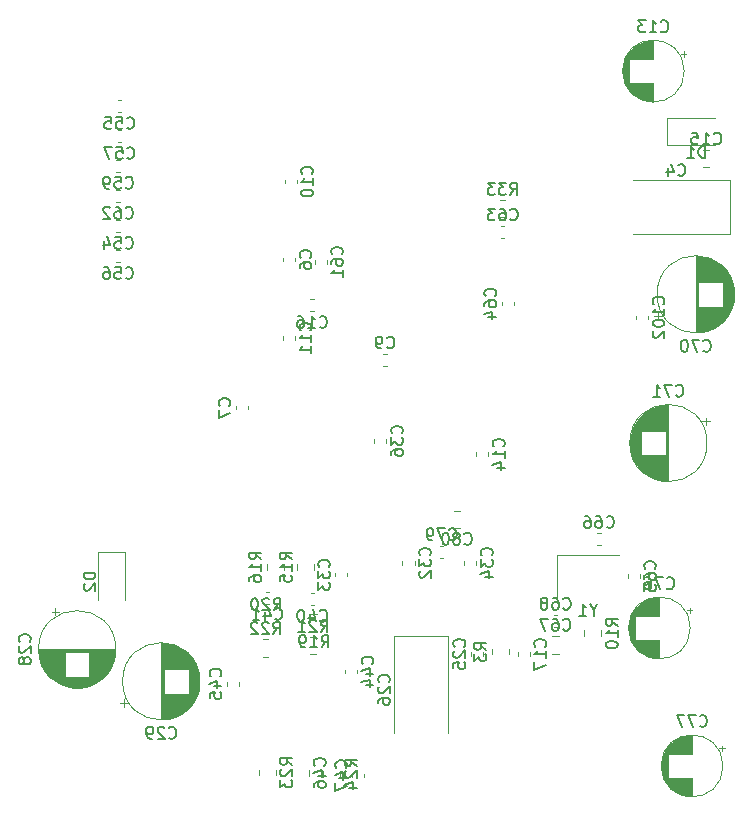
<source format=gbr>
%TF.GenerationSoftware,KiCad,Pcbnew,7.0.2*%
%TF.CreationDate,2023-11-02T12:22:51+01:00*%
%TF.ProjectId,stm_audio_board_V2,73746d5f-6175-4646-996f-5f626f617264,rev?*%
%TF.SameCoordinates,Original*%
%TF.FileFunction,Legend,Bot*%
%TF.FilePolarity,Positive*%
%FSLAX46Y46*%
G04 Gerber Fmt 4.6, Leading zero omitted, Abs format (unit mm)*
G04 Created by KiCad (PCBNEW 7.0.2) date 2023-11-02 12:22:51*
%MOMM*%
%LPD*%
G01*
G04 APERTURE LIST*
%ADD10C,0.150000*%
%ADD11C,0.120000*%
G04 APERTURE END LIST*
D10*
%TO.C,C36*%
X214190780Y-85405342D02*
X214238400Y-85357723D01*
X214238400Y-85357723D02*
X214286019Y-85214866D01*
X214286019Y-85214866D02*
X214286019Y-85119628D01*
X214286019Y-85119628D02*
X214238400Y-84976771D01*
X214238400Y-84976771D02*
X214143161Y-84881533D01*
X214143161Y-84881533D02*
X214047923Y-84833914D01*
X214047923Y-84833914D02*
X213857447Y-84786295D01*
X213857447Y-84786295D02*
X213714590Y-84786295D01*
X213714590Y-84786295D02*
X213524114Y-84833914D01*
X213524114Y-84833914D02*
X213428876Y-84881533D01*
X213428876Y-84881533D02*
X213333638Y-84976771D01*
X213333638Y-84976771D02*
X213286019Y-85119628D01*
X213286019Y-85119628D02*
X213286019Y-85214866D01*
X213286019Y-85214866D02*
X213333638Y-85357723D01*
X213333638Y-85357723D02*
X213381257Y-85405342D01*
X213286019Y-85738676D02*
X213286019Y-86357723D01*
X213286019Y-86357723D02*
X213666971Y-86024390D01*
X213666971Y-86024390D02*
X213666971Y-86167247D01*
X213666971Y-86167247D02*
X213714590Y-86262485D01*
X213714590Y-86262485D02*
X213762209Y-86310104D01*
X213762209Y-86310104D02*
X213857447Y-86357723D01*
X213857447Y-86357723D02*
X214095542Y-86357723D01*
X214095542Y-86357723D02*
X214190780Y-86310104D01*
X214190780Y-86310104D02*
X214238400Y-86262485D01*
X214238400Y-86262485D02*
X214286019Y-86167247D01*
X214286019Y-86167247D02*
X214286019Y-85881533D01*
X214286019Y-85881533D02*
X214238400Y-85786295D01*
X214238400Y-85786295D02*
X214190780Y-85738676D01*
X213286019Y-87214866D02*
X213286019Y-87024390D01*
X213286019Y-87024390D02*
X213333638Y-86929152D01*
X213333638Y-86929152D02*
X213381257Y-86881533D01*
X213381257Y-86881533D02*
X213524114Y-86786295D01*
X213524114Y-86786295D02*
X213714590Y-86738676D01*
X213714590Y-86738676D02*
X214095542Y-86738676D01*
X214095542Y-86738676D02*
X214190780Y-86786295D01*
X214190780Y-86786295D02*
X214238400Y-86833914D01*
X214238400Y-86833914D02*
X214286019Y-86929152D01*
X214286019Y-86929152D02*
X214286019Y-87119628D01*
X214286019Y-87119628D02*
X214238400Y-87214866D01*
X214238400Y-87214866D02*
X214190780Y-87262485D01*
X214190780Y-87262485D02*
X214095542Y-87310104D01*
X214095542Y-87310104D02*
X213857447Y-87310104D01*
X213857447Y-87310104D02*
X213762209Y-87262485D01*
X213762209Y-87262485D02*
X213714590Y-87214866D01*
X213714590Y-87214866D02*
X213666971Y-87119628D01*
X213666971Y-87119628D02*
X213666971Y-86929152D01*
X213666971Y-86929152D02*
X213714590Y-86833914D01*
X213714590Y-86833914D02*
X213762209Y-86786295D01*
X213762209Y-86786295D02*
X213857447Y-86738676D01*
%TO.C,C25*%
X219480380Y-103458166D02*
X219528000Y-103410547D01*
X219528000Y-103410547D02*
X219575619Y-103267690D01*
X219575619Y-103267690D02*
X219575619Y-103172452D01*
X219575619Y-103172452D02*
X219528000Y-103029595D01*
X219528000Y-103029595D02*
X219432761Y-102934357D01*
X219432761Y-102934357D02*
X219337523Y-102886738D01*
X219337523Y-102886738D02*
X219147047Y-102839119D01*
X219147047Y-102839119D02*
X219004190Y-102839119D01*
X219004190Y-102839119D02*
X218813714Y-102886738D01*
X218813714Y-102886738D02*
X218718476Y-102934357D01*
X218718476Y-102934357D02*
X218623238Y-103029595D01*
X218623238Y-103029595D02*
X218575619Y-103172452D01*
X218575619Y-103172452D02*
X218575619Y-103267690D01*
X218575619Y-103267690D02*
X218623238Y-103410547D01*
X218623238Y-103410547D02*
X218670857Y-103458166D01*
X218670857Y-103839119D02*
X218623238Y-103886738D01*
X218623238Y-103886738D02*
X218575619Y-103981976D01*
X218575619Y-103981976D02*
X218575619Y-104220071D01*
X218575619Y-104220071D02*
X218623238Y-104315309D01*
X218623238Y-104315309D02*
X218670857Y-104362928D01*
X218670857Y-104362928D02*
X218766095Y-104410547D01*
X218766095Y-104410547D02*
X218861333Y-104410547D01*
X218861333Y-104410547D02*
X219004190Y-104362928D01*
X219004190Y-104362928D02*
X219575619Y-103791500D01*
X219575619Y-103791500D02*
X219575619Y-104410547D01*
X218575619Y-105315309D02*
X218575619Y-104839119D01*
X218575619Y-104839119D02*
X219051809Y-104791500D01*
X219051809Y-104791500D02*
X219004190Y-104839119D01*
X219004190Y-104839119D02*
X218956571Y-104934357D01*
X218956571Y-104934357D02*
X218956571Y-105172452D01*
X218956571Y-105172452D02*
X219004190Y-105267690D01*
X219004190Y-105267690D02*
X219051809Y-105315309D01*
X219051809Y-105315309D02*
X219147047Y-105362928D01*
X219147047Y-105362928D02*
X219385142Y-105362928D01*
X219385142Y-105362928D02*
X219480380Y-105315309D01*
X219480380Y-105315309D02*
X219528000Y-105267690D01*
X219528000Y-105267690D02*
X219575619Y-105172452D01*
X219575619Y-105172452D02*
X219575619Y-104934357D01*
X219575619Y-104934357D02*
X219528000Y-104839119D01*
X219528000Y-104839119D02*
X219480380Y-104791500D01*
%TO.C,C54*%
X190819857Y-69682380D02*
X190867476Y-69730000D01*
X190867476Y-69730000D02*
X191010333Y-69777619D01*
X191010333Y-69777619D02*
X191105571Y-69777619D01*
X191105571Y-69777619D02*
X191248428Y-69730000D01*
X191248428Y-69730000D02*
X191343666Y-69634761D01*
X191343666Y-69634761D02*
X191391285Y-69539523D01*
X191391285Y-69539523D02*
X191438904Y-69349047D01*
X191438904Y-69349047D02*
X191438904Y-69206190D01*
X191438904Y-69206190D02*
X191391285Y-69015714D01*
X191391285Y-69015714D02*
X191343666Y-68920476D01*
X191343666Y-68920476D02*
X191248428Y-68825238D01*
X191248428Y-68825238D02*
X191105571Y-68777619D01*
X191105571Y-68777619D02*
X191010333Y-68777619D01*
X191010333Y-68777619D02*
X190867476Y-68825238D01*
X190867476Y-68825238D02*
X190819857Y-68872857D01*
X189915095Y-68777619D02*
X190391285Y-68777619D01*
X190391285Y-68777619D02*
X190438904Y-69253809D01*
X190438904Y-69253809D02*
X190391285Y-69206190D01*
X190391285Y-69206190D02*
X190296047Y-69158571D01*
X190296047Y-69158571D02*
X190057952Y-69158571D01*
X190057952Y-69158571D02*
X189962714Y-69206190D01*
X189962714Y-69206190D02*
X189915095Y-69253809D01*
X189915095Y-69253809D02*
X189867476Y-69349047D01*
X189867476Y-69349047D02*
X189867476Y-69587142D01*
X189867476Y-69587142D02*
X189915095Y-69682380D01*
X189915095Y-69682380D02*
X189962714Y-69730000D01*
X189962714Y-69730000D02*
X190057952Y-69777619D01*
X190057952Y-69777619D02*
X190296047Y-69777619D01*
X190296047Y-69777619D02*
X190391285Y-69730000D01*
X190391285Y-69730000D02*
X190438904Y-69682380D01*
X189010333Y-69110952D02*
X189010333Y-69777619D01*
X189248428Y-68730000D02*
X189486523Y-69444285D01*
X189486523Y-69444285D02*
X188867476Y-69444285D01*
%TO.C,C7*%
X199594380Y-83074333D02*
X199642000Y-83026714D01*
X199642000Y-83026714D02*
X199689619Y-82883857D01*
X199689619Y-82883857D02*
X199689619Y-82788619D01*
X199689619Y-82788619D02*
X199642000Y-82645762D01*
X199642000Y-82645762D02*
X199546761Y-82550524D01*
X199546761Y-82550524D02*
X199451523Y-82502905D01*
X199451523Y-82502905D02*
X199261047Y-82455286D01*
X199261047Y-82455286D02*
X199118190Y-82455286D01*
X199118190Y-82455286D02*
X198927714Y-82502905D01*
X198927714Y-82502905D02*
X198832476Y-82550524D01*
X198832476Y-82550524D02*
X198737238Y-82645762D01*
X198737238Y-82645762D02*
X198689619Y-82788619D01*
X198689619Y-82788619D02*
X198689619Y-82883857D01*
X198689619Y-82883857D02*
X198737238Y-83026714D01*
X198737238Y-83026714D02*
X198784857Y-83074333D01*
X198689619Y-83407667D02*
X198689619Y-84074333D01*
X198689619Y-84074333D02*
X199689619Y-83645762D01*
%TO.C,C15*%
X240615857Y-60850380D02*
X240663476Y-60898000D01*
X240663476Y-60898000D02*
X240806333Y-60945619D01*
X240806333Y-60945619D02*
X240901571Y-60945619D01*
X240901571Y-60945619D02*
X241044428Y-60898000D01*
X241044428Y-60898000D02*
X241139666Y-60802761D01*
X241139666Y-60802761D02*
X241187285Y-60707523D01*
X241187285Y-60707523D02*
X241234904Y-60517047D01*
X241234904Y-60517047D02*
X241234904Y-60374190D01*
X241234904Y-60374190D02*
X241187285Y-60183714D01*
X241187285Y-60183714D02*
X241139666Y-60088476D01*
X241139666Y-60088476D02*
X241044428Y-59993238D01*
X241044428Y-59993238D02*
X240901571Y-59945619D01*
X240901571Y-59945619D02*
X240806333Y-59945619D01*
X240806333Y-59945619D02*
X240663476Y-59993238D01*
X240663476Y-59993238D02*
X240615857Y-60040857D01*
X239663476Y-60945619D02*
X240234904Y-60945619D01*
X239949190Y-60945619D02*
X239949190Y-59945619D01*
X239949190Y-59945619D02*
X240044428Y-60088476D01*
X240044428Y-60088476D02*
X240139666Y-60183714D01*
X240139666Y-60183714D02*
X240234904Y-60231333D01*
X238758714Y-59945619D02*
X239234904Y-59945619D01*
X239234904Y-59945619D02*
X239282523Y-60421809D01*
X239282523Y-60421809D02*
X239234904Y-60374190D01*
X239234904Y-60374190D02*
X239139666Y-60326571D01*
X239139666Y-60326571D02*
X238901571Y-60326571D01*
X238901571Y-60326571D02*
X238806333Y-60374190D01*
X238806333Y-60374190D02*
X238758714Y-60421809D01*
X238758714Y-60421809D02*
X238711095Y-60517047D01*
X238711095Y-60517047D02*
X238711095Y-60755142D01*
X238711095Y-60755142D02*
X238758714Y-60850380D01*
X238758714Y-60850380D02*
X238806333Y-60898000D01*
X238806333Y-60898000D02*
X238901571Y-60945619D01*
X238901571Y-60945619D02*
X239139666Y-60945619D01*
X239139666Y-60945619D02*
X239234904Y-60898000D01*
X239234904Y-60898000D02*
X239282523Y-60850380D01*
%TO.C,C13*%
X236141098Y-51350380D02*
X236188717Y-51398000D01*
X236188717Y-51398000D02*
X236331574Y-51445619D01*
X236331574Y-51445619D02*
X236426812Y-51445619D01*
X236426812Y-51445619D02*
X236569669Y-51398000D01*
X236569669Y-51398000D02*
X236664907Y-51302761D01*
X236664907Y-51302761D02*
X236712526Y-51207523D01*
X236712526Y-51207523D02*
X236760145Y-51017047D01*
X236760145Y-51017047D02*
X236760145Y-50874190D01*
X236760145Y-50874190D02*
X236712526Y-50683714D01*
X236712526Y-50683714D02*
X236664907Y-50588476D01*
X236664907Y-50588476D02*
X236569669Y-50493238D01*
X236569669Y-50493238D02*
X236426812Y-50445619D01*
X236426812Y-50445619D02*
X236331574Y-50445619D01*
X236331574Y-50445619D02*
X236188717Y-50493238D01*
X236188717Y-50493238D02*
X236141098Y-50540857D01*
X235188717Y-51445619D02*
X235760145Y-51445619D01*
X235474431Y-51445619D02*
X235474431Y-50445619D01*
X235474431Y-50445619D02*
X235569669Y-50588476D01*
X235569669Y-50588476D02*
X235664907Y-50683714D01*
X235664907Y-50683714D02*
X235760145Y-50731333D01*
X234855383Y-50445619D02*
X234236336Y-50445619D01*
X234236336Y-50445619D02*
X234569669Y-50826571D01*
X234569669Y-50826571D02*
X234426812Y-50826571D01*
X234426812Y-50826571D02*
X234331574Y-50874190D01*
X234331574Y-50874190D02*
X234283955Y-50921809D01*
X234283955Y-50921809D02*
X234236336Y-51017047D01*
X234236336Y-51017047D02*
X234236336Y-51255142D01*
X234236336Y-51255142D02*
X234283955Y-51350380D01*
X234283955Y-51350380D02*
X234331574Y-51398000D01*
X234331574Y-51398000D02*
X234426812Y-51445619D01*
X234426812Y-51445619D02*
X234712526Y-51445619D01*
X234712526Y-51445619D02*
X234807764Y-51398000D01*
X234807764Y-51398000D02*
X234855383Y-51350380D01*
%TO.C,R22*%
X203317856Y-102381619D02*
X203651189Y-101905428D01*
X203889284Y-102381619D02*
X203889284Y-101381619D01*
X203889284Y-101381619D02*
X203508332Y-101381619D01*
X203508332Y-101381619D02*
X203413094Y-101429238D01*
X203413094Y-101429238D02*
X203365475Y-101476857D01*
X203365475Y-101476857D02*
X203317856Y-101572095D01*
X203317856Y-101572095D02*
X203317856Y-101714952D01*
X203317856Y-101714952D02*
X203365475Y-101810190D01*
X203365475Y-101810190D02*
X203413094Y-101857809D01*
X203413094Y-101857809D02*
X203508332Y-101905428D01*
X203508332Y-101905428D02*
X203889284Y-101905428D01*
X202936903Y-101476857D02*
X202889284Y-101429238D01*
X202889284Y-101429238D02*
X202794046Y-101381619D01*
X202794046Y-101381619D02*
X202555951Y-101381619D01*
X202555951Y-101381619D02*
X202460713Y-101429238D01*
X202460713Y-101429238D02*
X202413094Y-101476857D01*
X202413094Y-101476857D02*
X202365475Y-101572095D01*
X202365475Y-101572095D02*
X202365475Y-101667333D01*
X202365475Y-101667333D02*
X202413094Y-101810190D01*
X202413094Y-101810190D02*
X202984522Y-102381619D01*
X202984522Y-102381619D02*
X202365475Y-102381619D01*
X201984522Y-101476857D02*
X201936903Y-101429238D01*
X201936903Y-101429238D02*
X201841665Y-101381619D01*
X201841665Y-101381619D02*
X201603570Y-101381619D01*
X201603570Y-101381619D02*
X201508332Y-101429238D01*
X201508332Y-101429238D02*
X201460713Y-101476857D01*
X201460713Y-101476857D02*
X201413094Y-101572095D01*
X201413094Y-101572095D02*
X201413094Y-101667333D01*
X201413094Y-101667333D02*
X201460713Y-101810190D01*
X201460713Y-101810190D02*
X202032141Y-102381619D01*
X202032141Y-102381619D02*
X201413094Y-102381619D01*
%TO.C,Y1*%
X230435190Y-100381428D02*
X230435190Y-100857619D01*
X230768523Y-99857619D02*
X230435190Y-100381428D01*
X230435190Y-100381428D02*
X230101857Y-99857619D01*
X229244714Y-100857619D02*
X229816142Y-100857619D01*
X229530428Y-100857619D02*
X229530428Y-99857619D01*
X229530428Y-99857619D02*
X229625666Y-100000476D01*
X229625666Y-100000476D02*
X229720904Y-100095714D01*
X229720904Y-100095714D02*
X229816142Y-100143333D01*
%TO.C,C63*%
X223383857Y-67283714D02*
X223431476Y-67331334D01*
X223431476Y-67331334D02*
X223574333Y-67378953D01*
X223574333Y-67378953D02*
X223669571Y-67378953D01*
X223669571Y-67378953D02*
X223812428Y-67331334D01*
X223812428Y-67331334D02*
X223907666Y-67236095D01*
X223907666Y-67236095D02*
X223955285Y-67140857D01*
X223955285Y-67140857D02*
X224002904Y-66950381D01*
X224002904Y-66950381D02*
X224002904Y-66807524D01*
X224002904Y-66807524D02*
X223955285Y-66617048D01*
X223955285Y-66617048D02*
X223907666Y-66521810D01*
X223907666Y-66521810D02*
X223812428Y-66426572D01*
X223812428Y-66426572D02*
X223669571Y-66378953D01*
X223669571Y-66378953D02*
X223574333Y-66378953D01*
X223574333Y-66378953D02*
X223431476Y-66426572D01*
X223431476Y-66426572D02*
X223383857Y-66474191D01*
X222526714Y-66378953D02*
X222717190Y-66378953D01*
X222717190Y-66378953D02*
X222812428Y-66426572D01*
X222812428Y-66426572D02*
X222860047Y-66474191D01*
X222860047Y-66474191D02*
X222955285Y-66617048D01*
X222955285Y-66617048D02*
X223002904Y-66807524D01*
X223002904Y-66807524D02*
X223002904Y-67188476D01*
X223002904Y-67188476D02*
X222955285Y-67283714D01*
X222955285Y-67283714D02*
X222907666Y-67331334D01*
X222907666Y-67331334D02*
X222812428Y-67378953D01*
X222812428Y-67378953D02*
X222621952Y-67378953D01*
X222621952Y-67378953D02*
X222526714Y-67331334D01*
X222526714Y-67331334D02*
X222479095Y-67283714D01*
X222479095Y-67283714D02*
X222431476Y-67188476D01*
X222431476Y-67188476D02*
X222431476Y-66950381D01*
X222431476Y-66950381D02*
X222479095Y-66855143D01*
X222479095Y-66855143D02*
X222526714Y-66807524D01*
X222526714Y-66807524D02*
X222621952Y-66759905D01*
X222621952Y-66759905D02*
X222812428Y-66759905D01*
X222812428Y-66759905D02*
X222907666Y-66807524D01*
X222907666Y-66807524D02*
X222955285Y-66855143D01*
X222955285Y-66855143D02*
X223002904Y-66950381D01*
X222098142Y-66378953D02*
X221479095Y-66378953D01*
X221479095Y-66378953D02*
X221812428Y-66759905D01*
X221812428Y-66759905D02*
X221669571Y-66759905D01*
X221669571Y-66759905D02*
X221574333Y-66807524D01*
X221574333Y-66807524D02*
X221526714Y-66855143D01*
X221526714Y-66855143D02*
X221479095Y-66950381D01*
X221479095Y-66950381D02*
X221479095Y-67188476D01*
X221479095Y-67188476D02*
X221526714Y-67283714D01*
X221526714Y-67283714D02*
X221574333Y-67331334D01*
X221574333Y-67331334D02*
X221669571Y-67378953D01*
X221669571Y-67378953D02*
X221955285Y-67378953D01*
X221955285Y-67378953D02*
X222050523Y-67331334D01*
X222050523Y-67331334D02*
X222098142Y-67283714D01*
%TO.C,D1*%
X239889094Y-62099619D02*
X239889094Y-61099619D01*
X239889094Y-61099619D02*
X239650999Y-61099619D01*
X239650999Y-61099619D02*
X239508142Y-61147238D01*
X239508142Y-61147238D02*
X239412904Y-61242476D01*
X239412904Y-61242476D02*
X239365285Y-61337714D01*
X239365285Y-61337714D02*
X239317666Y-61528190D01*
X239317666Y-61528190D02*
X239317666Y-61671047D01*
X239317666Y-61671047D02*
X239365285Y-61861523D01*
X239365285Y-61861523D02*
X239412904Y-61956761D01*
X239412904Y-61956761D02*
X239508142Y-62052000D01*
X239508142Y-62052000D02*
X239650999Y-62099619D01*
X239650999Y-62099619D02*
X239889094Y-62099619D01*
X238365285Y-62099619D02*
X238936713Y-62099619D01*
X238650999Y-62099619D02*
X238650999Y-61099619D01*
X238650999Y-61099619D02*
X238746237Y-61242476D01*
X238746237Y-61242476D02*
X238841475Y-61337714D01*
X238841475Y-61337714D02*
X238936713Y-61385333D01*
%TO.C,R15*%
X204876283Y-96068142D02*
X204400092Y-95734809D01*
X204876283Y-95496714D02*
X203876283Y-95496714D01*
X203876283Y-95496714D02*
X203876283Y-95877666D01*
X203876283Y-95877666D02*
X203923902Y-95972904D01*
X203923902Y-95972904D02*
X203971521Y-96020523D01*
X203971521Y-96020523D02*
X204066759Y-96068142D01*
X204066759Y-96068142D02*
X204209616Y-96068142D01*
X204209616Y-96068142D02*
X204304854Y-96020523D01*
X204304854Y-96020523D02*
X204352473Y-95972904D01*
X204352473Y-95972904D02*
X204400092Y-95877666D01*
X204400092Y-95877666D02*
X204400092Y-95496714D01*
X204876283Y-97020523D02*
X204876283Y-96449095D01*
X204876283Y-96734809D02*
X203876283Y-96734809D01*
X203876283Y-96734809D02*
X204019140Y-96639571D01*
X204019140Y-96639571D02*
X204114378Y-96544333D01*
X204114378Y-96544333D02*
X204161997Y-96449095D01*
X203876283Y-97925285D02*
X203876283Y-97449095D01*
X203876283Y-97449095D02*
X204352473Y-97401476D01*
X204352473Y-97401476D02*
X204304854Y-97449095D01*
X204304854Y-97449095D02*
X204257235Y-97544333D01*
X204257235Y-97544333D02*
X204257235Y-97782428D01*
X204257235Y-97782428D02*
X204304854Y-97877666D01*
X204304854Y-97877666D02*
X204352473Y-97925285D01*
X204352473Y-97925285D02*
X204447711Y-97972904D01*
X204447711Y-97972904D02*
X204685806Y-97972904D01*
X204685806Y-97972904D02*
X204781044Y-97925285D01*
X204781044Y-97925285D02*
X204828664Y-97877666D01*
X204828664Y-97877666D02*
X204876283Y-97782428D01*
X204876283Y-97782428D02*
X204876283Y-97544333D01*
X204876283Y-97544333D02*
X204828664Y-97449095D01*
X204828664Y-97449095D02*
X204781044Y-97401476D01*
%TO.C,R20*%
X203352522Y-100349619D02*
X203685855Y-99873428D01*
X203923950Y-100349619D02*
X203923950Y-99349619D01*
X203923950Y-99349619D02*
X203542998Y-99349619D01*
X203542998Y-99349619D02*
X203447760Y-99397238D01*
X203447760Y-99397238D02*
X203400141Y-99444857D01*
X203400141Y-99444857D02*
X203352522Y-99540095D01*
X203352522Y-99540095D02*
X203352522Y-99682952D01*
X203352522Y-99682952D02*
X203400141Y-99778190D01*
X203400141Y-99778190D02*
X203447760Y-99825809D01*
X203447760Y-99825809D02*
X203542998Y-99873428D01*
X203542998Y-99873428D02*
X203923950Y-99873428D01*
X202971569Y-99444857D02*
X202923950Y-99397238D01*
X202923950Y-99397238D02*
X202828712Y-99349619D01*
X202828712Y-99349619D02*
X202590617Y-99349619D01*
X202590617Y-99349619D02*
X202495379Y-99397238D01*
X202495379Y-99397238D02*
X202447760Y-99444857D01*
X202447760Y-99444857D02*
X202400141Y-99540095D01*
X202400141Y-99540095D02*
X202400141Y-99635333D01*
X202400141Y-99635333D02*
X202447760Y-99778190D01*
X202447760Y-99778190D02*
X203019188Y-100349619D01*
X203019188Y-100349619D02*
X202400141Y-100349619D01*
X201781093Y-99349619D02*
X201685855Y-99349619D01*
X201685855Y-99349619D02*
X201590617Y-99397238D01*
X201590617Y-99397238D02*
X201542998Y-99444857D01*
X201542998Y-99444857D02*
X201495379Y-99540095D01*
X201495379Y-99540095D02*
X201447760Y-99730571D01*
X201447760Y-99730571D02*
X201447760Y-99968666D01*
X201447760Y-99968666D02*
X201495379Y-100159142D01*
X201495379Y-100159142D02*
X201542998Y-100254380D01*
X201542998Y-100254380D02*
X201590617Y-100302000D01*
X201590617Y-100302000D02*
X201685855Y-100349619D01*
X201685855Y-100349619D02*
X201781093Y-100349619D01*
X201781093Y-100349619D02*
X201876331Y-100302000D01*
X201876331Y-100302000D02*
X201923950Y-100254380D01*
X201923950Y-100254380D02*
X201971569Y-100159142D01*
X201971569Y-100159142D02*
X202019188Y-99968666D01*
X202019188Y-99968666D02*
X202019188Y-99730571D01*
X202019188Y-99730571D02*
X201971569Y-99540095D01*
X201971569Y-99540095D02*
X201923950Y-99444857D01*
X201923950Y-99444857D02*
X201876331Y-99397238D01*
X201876331Y-99397238D02*
X201781093Y-99349619D01*
%TO.C,C29*%
X194475857Y-111169139D02*
X194523476Y-111216759D01*
X194523476Y-111216759D02*
X194666333Y-111264378D01*
X194666333Y-111264378D02*
X194761571Y-111264378D01*
X194761571Y-111264378D02*
X194904428Y-111216759D01*
X194904428Y-111216759D02*
X194999666Y-111121520D01*
X194999666Y-111121520D02*
X195047285Y-111026282D01*
X195047285Y-111026282D02*
X195094904Y-110835806D01*
X195094904Y-110835806D02*
X195094904Y-110692949D01*
X195094904Y-110692949D02*
X195047285Y-110502473D01*
X195047285Y-110502473D02*
X194999666Y-110407235D01*
X194999666Y-110407235D02*
X194904428Y-110311997D01*
X194904428Y-110311997D02*
X194761571Y-110264378D01*
X194761571Y-110264378D02*
X194666333Y-110264378D01*
X194666333Y-110264378D02*
X194523476Y-110311997D01*
X194523476Y-110311997D02*
X194475857Y-110359616D01*
X194094904Y-110359616D02*
X194047285Y-110311997D01*
X194047285Y-110311997D02*
X193952047Y-110264378D01*
X193952047Y-110264378D02*
X193713952Y-110264378D01*
X193713952Y-110264378D02*
X193618714Y-110311997D01*
X193618714Y-110311997D02*
X193571095Y-110359616D01*
X193571095Y-110359616D02*
X193523476Y-110454854D01*
X193523476Y-110454854D02*
X193523476Y-110550092D01*
X193523476Y-110550092D02*
X193571095Y-110692949D01*
X193571095Y-110692949D02*
X194142523Y-111264378D01*
X194142523Y-111264378D02*
X193523476Y-111264378D01*
X193047285Y-111264378D02*
X192856809Y-111264378D01*
X192856809Y-111264378D02*
X192761571Y-111216759D01*
X192761571Y-111216759D02*
X192713952Y-111169139D01*
X192713952Y-111169139D02*
X192618714Y-111026282D01*
X192618714Y-111026282D02*
X192571095Y-110835806D01*
X192571095Y-110835806D02*
X192571095Y-110454854D01*
X192571095Y-110454854D02*
X192618714Y-110359616D01*
X192618714Y-110359616D02*
X192666333Y-110311997D01*
X192666333Y-110311997D02*
X192761571Y-110264378D01*
X192761571Y-110264378D02*
X192952047Y-110264378D01*
X192952047Y-110264378D02*
X193047285Y-110311997D01*
X193047285Y-110311997D02*
X193094904Y-110359616D01*
X193094904Y-110359616D02*
X193142523Y-110454854D01*
X193142523Y-110454854D02*
X193142523Y-110692949D01*
X193142523Y-110692949D02*
X193094904Y-110788187D01*
X193094904Y-110788187D02*
X193047285Y-110835806D01*
X193047285Y-110835806D02*
X192952047Y-110883425D01*
X192952047Y-110883425D02*
X192761571Y-110883425D01*
X192761571Y-110883425D02*
X192666333Y-110835806D01*
X192666333Y-110835806D02*
X192618714Y-110788187D01*
X192618714Y-110788187D02*
X192571095Y-110692949D01*
%TO.C,C41*%
X203471857Y-101112384D02*
X203519476Y-101160004D01*
X203519476Y-101160004D02*
X203662333Y-101207623D01*
X203662333Y-101207623D02*
X203757571Y-101207623D01*
X203757571Y-101207623D02*
X203900428Y-101160004D01*
X203900428Y-101160004D02*
X203995666Y-101064765D01*
X203995666Y-101064765D02*
X204043285Y-100969527D01*
X204043285Y-100969527D02*
X204090904Y-100779051D01*
X204090904Y-100779051D02*
X204090904Y-100636194D01*
X204090904Y-100636194D02*
X204043285Y-100445718D01*
X204043285Y-100445718D02*
X203995666Y-100350480D01*
X203995666Y-100350480D02*
X203900428Y-100255242D01*
X203900428Y-100255242D02*
X203757571Y-100207623D01*
X203757571Y-100207623D02*
X203662333Y-100207623D01*
X203662333Y-100207623D02*
X203519476Y-100255242D01*
X203519476Y-100255242D02*
X203471857Y-100302861D01*
X202614714Y-100540956D02*
X202614714Y-101207623D01*
X202852809Y-100160004D02*
X203090904Y-100874289D01*
X203090904Y-100874289D02*
X202471857Y-100874289D01*
X201567095Y-101207623D02*
X202138523Y-101207623D01*
X201852809Y-101207623D02*
X201852809Y-100207623D01*
X201852809Y-100207623D02*
X201948047Y-100350480D01*
X201948047Y-100350480D02*
X202043285Y-100445718D01*
X202043285Y-100445718D02*
X202138523Y-100493337D01*
%TO.C,C9*%
X212947666Y-78114380D02*
X212995285Y-78162000D01*
X212995285Y-78162000D02*
X213138142Y-78209619D01*
X213138142Y-78209619D02*
X213233380Y-78209619D01*
X213233380Y-78209619D02*
X213376237Y-78162000D01*
X213376237Y-78162000D02*
X213471475Y-78066761D01*
X213471475Y-78066761D02*
X213519094Y-77971523D01*
X213519094Y-77971523D02*
X213566713Y-77781047D01*
X213566713Y-77781047D02*
X213566713Y-77638190D01*
X213566713Y-77638190D02*
X213519094Y-77447714D01*
X213519094Y-77447714D02*
X213471475Y-77352476D01*
X213471475Y-77352476D02*
X213376237Y-77257238D01*
X213376237Y-77257238D02*
X213233380Y-77209619D01*
X213233380Y-77209619D02*
X213138142Y-77209619D01*
X213138142Y-77209619D02*
X212995285Y-77257238D01*
X212995285Y-77257238D02*
X212947666Y-77304857D01*
X212471475Y-78209619D02*
X212280999Y-78209619D01*
X212280999Y-78209619D02*
X212185761Y-78162000D01*
X212185761Y-78162000D02*
X212138142Y-78114380D01*
X212138142Y-78114380D02*
X212042904Y-77971523D01*
X212042904Y-77971523D02*
X211995285Y-77781047D01*
X211995285Y-77781047D02*
X211995285Y-77400095D01*
X211995285Y-77400095D02*
X212042904Y-77304857D01*
X212042904Y-77304857D02*
X212090523Y-77257238D01*
X212090523Y-77257238D02*
X212185761Y-77209619D01*
X212185761Y-77209619D02*
X212376237Y-77209619D01*
X212376237Y-77209619D02*
X212471475Y-77257238D01*
X212471475Y-77257238D02*
X212519094Y-77304857D01*
X212519094Y-77304857D02*
X212566713Y-77400095D01*
X212566713Y-77400095D02*
X212566713Y-77638190D01*
X212566713Y-77638190D02*
X212519094Y-77733428D01*
X212519094Y-77733428D02*
X212471475Y-77781047D01*
X212471475Y-77781047D02*
X212376237Y-77828666D01*
X212376237Y-77828666D02*
X212185761Y-77828666D01*
X212185761Y-77828666D02*
X212090523Y-77781047D01*
X212090523Y-77781047D02*
X212042904Y-77733428D01*
X212042904Y-77733428D02*
X211995285Y-77638190D01*
%TO.C,C28*%
X182681621Y-103044142D02*
X182729241Y-102996523D01*
X182729241Y-102996523D02*
X182776860Y-102853666D01*
X182776860Y-102853666D02*
X182776860Y-102758428D01*
X182776860Y-102758428D02*
X182729241Y-102615571D01*
X182729241Y-102615571D02*
X182634002Y-102520333D01*
X182634002Y-102520333D02*
X182538764Y-102472714D01*
X182538764Y-102472714D02*
X182348288Y-102425095D01*
X182348288Y-102425095D02*
X182205431Y-102425095D01*
X182205431Y-102425095D02*
X182014955Y-102472714D01*
X182014955Y-102472714D02*
X181919717Y-102520333D01*
X181919717Y-102520333D02*
X181824479Y-102615571D01*
X181824479Y-102615571D02*
X181776860Y-102758428D01*
X181776860Y-102758428D02*
X181776860Y-102853666D01*
X181776860Y-102853666D02*
X181824479Y-102996523D01*
X181824479Y-102996523D02*
X181872098Y-103044142D01*
X181872098Y-103425095D02*
X181824479Y-103472714D01*
X181824479Y-103472714D02*
X181776860Y-103567952D01*
X181776860Y-103567952D02*
X181776860Y-103806047D01*
X181776860Y-103806047D02*
X181824479Y-103901285D01*
X181824479Y-103901285D02*
X181872098Y-103948904D01*
X181872098Y-103948904D02*
X181967336Y-103996523D01*
X181967336Y-103996523D02*
X182062574Y-103996523D01*
X182062574Y-103996523D02*
X182205431Y-103948904D01*
X182205431Y-103948904D02*
X182776860Y-103377476D01*
X182776860Y-103377476D02*
X182776860Y-103996523D01*
X182205431Y-104567952D02*
X182157812Y-104472714D01*
X182157812Y-104472714D02*
X182110193Y-104425095D01*
X182110193Y-104425095D02*
X182014955Y-104377476D01*
X182014955Y-104377476D02*
X181967336Y-104377476D01*
X181967336Y-104377476D02*
X181872098Y-104425095D01*
X181872098Y-104425095D02*
X181824479Y-104472714D01*
X181824479Y-104472714D02*
X181776860Y-104567952D01*
X181776860Y-104567952D02*
X181776860Y-104758428D01*
X181776860Y-104758428D02*
X181824479Y-104853666D01*
X181824479Y-104853666D02*
X181872098Y-104901285D01*
X181872098Y-104901285D02*
X181967336Y-104948904D01*
X181967336Y-104948904D02*
X182014955Y-104948904D01*
X182014955Y-104948904D02*
X182110193Y-104901285D01*
X182110193Y-104901285D02*
X182157812Y-104853666D01*
X182157812Y-104853666D02*
X182205431Y-104758428D01*
X182205431Y-104758428D02*
X182205431Y-104567952D01*
X182205431Y-104567952D02*
X182253050Y-104472714D01*
X182253050Y-104472714D02*
X182300669Y-104425095D01*
X182300669Y-104425095D02*
X182395907Y-104377476D01*
X182395907Y-104377476D02*
X182586383Y-104377476D01*
X182586383Y-104377476D02*
X182681621Y-104425095D01*
X182681621Y-104425095D02*
X182729241Y-104472714D01*
X182729241Y-104472714D02*
X182776860Y-104567952D01*
X182776860Y-104567952D02*
X182776860Y-104758428D01*
X182776860Y-104758428D02*
X182729241Y-104853666D01*
X182729241Y-104853666D02*
X182681621Y-104901285D01*
X182681621Y-104901285D02*
X182586383Y-104948904D01*
X182586383Y-104948904D02*
X182395907Y-104948904D01*
X182395907Y-104948904D02*
X182300669Y-104901285D01*
X182300669Y-104901285D02*
X182253050Y-104853666D01*
X182253050Y-104853666D02*
X182205431Y-104758428D01*
%TO.C,C56*%
X190819857Y-72228380D02*
X190867476Y-72276000D01*
X190867476Y-72276000D02*
X191010333Y-72323619D01*
X191010333Y-72323619D02*
X191105571Y-72323619D01*
X191105571Y-72323619D02*
X191248428Y-72276000D01*
X191248428Y-72276000D02*
X191343666Y-72180761D01*
X191343666Y-72180761D02*
X191391285Y-72085523D01*
X191391285Y-72085523D02*
X191438904Y-71895047D01*
X191438904Y-71895047D02*
X191438904Y-71752190D01*
X191438904Y-71752190D02*
X191391285Y-71561714D01*
X191391285Y-71561714D02*
X191343666Y-71466476D01*
X191343666Y-71466476D02*
X191248428Y-71371238D01*
X191248428Y-71371238D02*
X191105571Y-71323619D01*
X191105571Y-71323619D02*
X191010333Y-71323619D01*
X191010333Y-71323619D02*
X190867476Y-71371238D01*
X190867476Y-71371238D02*
X190819857Y-71418857D01*
X189915095Y-71323619D02*
X190391285Y-71323619D01*
X190391285Y-71323619D02*
X190438904Y-71799809D01*
X190438904Y-71799809D02*
X190391285Y-71752190D01*
X190391285Y-71752190D02*
X190296047Y-71704571D01*
X190296047Y-71704571D02*
X190057952Y-71704571D01*
X190057952Y-71704571D02*
X189962714Y-71752190D01*
X189962714Y-71752190D02*
X189915095Y-71799809D01*
X189915095Y-71799809D02*
X189867476Y-71895047D01*
X189867476Y-71895047D02*
X189867476Y-72133142D01*
X189867476Y-72133142D02*
X189915095Y-72228380D01*
X189915095Y-72228380D02*
X189962714Y-72276000D01*
X189962714Y-72276000D02*
X190057952Y-72323619D01*
X190057952Y-72323619D02*
X190296047Y-72323619D01*
X190296047Y-72323619D02*
X190391285Y-72276000D01*
X190391285Y-72276000D02*
X190438904Y-72228380D01*
X189010333Y-71323619D02*
X189200809Y-71323619D01*
X189200809Y-71323619D02*
X189296047Y-71371238D01*
X189296047Y-71371238D02*
X189343666Y-71418857D01*
X189343666Y-71418857D02*
X189438904Y-71561714D01*
X189438904Y-71561714D02*
X189486523Y-71752190D01*
X189486523Y-71752190D02*
X189486523Y-72133142D01*
X189486523Y-72133142D02*
X189438904Y-72228380D01*
X189438904Y-72228380D02*
X189391285Y-72276000D01*
X189391285Y-72276000D02*
X189296047Y-72323619D01*
X189296047Y-72323619D02*
X189105571Y-72323619D01*
X189105571Y-72323619D02*
X189010333Y-72276000D01*
X189010333Y-72276000D02*
X188962714Y-72228380D01*
X188962714Y-72228380D02*
X188915095Y-72133142D01*
X188915095Y-72133142D02*
X188915095Y-71895047D01*
X188915095Y-71895047D02*
X188962714Y-71799809D01*
X188962714Y-71799809D02*
X189010333Y-71752190D01*
X189010333Y-71752190D02*
X189105571Y-71704571D01*
X189105571Y-71704571D02*
X189296047Y-71704571D01*
X189296047Y-71704571D02*
X189391285Y-71752190D01*
X189391285Y-71752190D02*
X189438904Y-71799809D01*
X189438904Y-71799809D02*
X189486523Y-71895047D01*
%TO.C,C102*%
X236337380Y-74465952D02*
X236385000Y-74418333D01*
X236385000Y-74418333D02*
X236432619Y-74275476D01*
X236432619Y-74275476D02*
X236432619Y-74180238D01*
X236432619Y-74180238D02*
X236385000Y-74037381D01*
X236385000Y-74037381D02*
X236289761Y-73942143D01*
X236289761Y-73942143D02*
X236194523Y-73894524D01*
X236194523Y-73894524D02*
X236004047Y-73846905D01*
X236004047Y-73846905D02*
X235861190Y-73846905D01*
X235861190Y-73846905D02*
X235670714Y-73894524D01*
X235670714Y-73894524D02*
X235575476Y-73942143D01*
X235575476Y-73942143D02*
X235480238Y-74037381D01*
X235480238Y-74037381D02*
X235432619Y-74180238D01*
X235432619Y-74180238D02*
X235432619Y-74275476D01*
X235432619Y-74275476D02*
X235480238Y-74418333D01*
X235480238Y-74418333D02*
X235527857Y-74465952D01*
X236432619Y-75418333D02*
X236432619Y-74846905D01*
X236432619Y-75132619D02*
X235432619Y-75132619D01*
X235432619Y-75132619D02*
X235575476Y-75037381D01*
X235575476Y-75037381D02*
X235670714Y-74942143D01*
X235670714Y-74942143D02*
X235718333Y-74846905D01*
X235432619Y-76037381D02*
X235432619Y-76132619D01*
X235432619Y-76132619D02*
X235480238Y-76227857D01*
X235480238Y-76227857D02*
X235527857Y-76275476D01*
X235527857Y-76275476D02*
X235623095Y-76323095D01*
X235623095Y-76323095D02*
X235813571Y-76370714D01*
X235813571Y-76370714D02*
X236051666Y-76370714D01*
X236051666Y-76370714D02*
X236242142Y-76323095D01*
X236242142Y-76323095D02*
X236337380Y-76275476D01*
X236337380Y-76275476D02*
X236385000Y-76227857D01*
X236385000Y-76227857D02*
X236432619Y-76132619D01*
X236432619Y-76132619D02*
X236432619Y-76037381D01*
X236432619Y-76037381D02*
X236385000Y-75942143D01*
X236385000Y-75942143D02*
X236337380Y-75894524D01*
X236337380Y-75894524D02*
X236242142Y-75846905D01*
X236242142Y-75846905D02*
X236051666Y-75799286D01*
X236051666Y-75799286D02*
X235813571Y-75799286D01*
X235813571Y-75799286D02*
X235623095Y-75846905D01*
X235623095Y-75846905D02*
X235527857Y-75894524D01*
X235527857Y-75894524D02*
X235480238Y-75942143D01*
X235480238Y-75942143D02*
X235432619Y-76037381D01*
X235527857Y-76751667D02*
X235480238Y-76799286D01*
X235480238Y-76799286D02*
X235432619Y-76894524D01*
X235432619Y-76894524D02*
X235432619Y-77132619D01*
X235432619Y-77132619D02*
X235480238Y-77227857D01*
X235480238Y-77227857D02*
X235527857Y-77275476D01*
X235527857Y-77275476D02*
X235623095Y-77323095D01*
X235623095Y-77323095D02*
X235718333Y-77323095D01*
X235718333Y-77323095D02*
X235861190Y-77275476D01*
X235861190Y-77275476D02*
X236432619Y-76704048D01*
X236432619Y-76704048D02*
X236432619Y-77323095D01*
%TO.C,C26*%
X213106356Y-106470142D02*
X213153976Y-106422523D01*
X213153976Y-106422523D02*
X213201595Y-106279666D01*
X213201595Y-106279666D02*
X213201595Y-106184428D01*
X213201595Y-106184428D02*
X213153976Y-106041571D01*
X213153976Y-106041571D02*
X213058737Y-105946333D01*
X213058737Y-105946333D02*
X212963499Y-105898714D01*
X212963499Y-105898714D02*
X212773023Y-105851095D01*
X212773023Y-105851095D02*
X212630166Y-105851095D01*
X212630166Y-105851095D02*
X212439690Y-105898714D01*
X212439690Y-105898714D02*
X212344452Y-105946333D01*
X212344452Y-105946333D02*
X212249214Y-106041571D01*
X212249214Y-106041571D02*
X212201595Y-106184428D01*
X212201595Y-106184428D02*
X212201595Y-106279666D01*
X212201595Y-106279666D02*
X212249214Y-106422523D01*
X212249214Y-106422523D02*
X212296833Y-106470142D01*
X212296833Y-106851095D02*
X212249214Y-106898714D01*
X212249214Y-106898714D02*
X212201595Y-106993952D01*
X212201595Y-106993952D02*
X212201595Y-107232047D01*
X212201595Y-107232047D02*
X212249214Y-107327285D01*
X212249214Y-107327285D02*
X212296833Y-107374904D01*
X212296833Y-107374904D02*
X212392071Y-107422523D01*
X212392071Y-107422523D02*
X212487309Y-107422523D01*
X212487309Y-107422523D02*
X212630166Y-107374904D01*
X212630166Y-107374904D02*
X213201595Y-106803476D01*
X213201595Y-106803476D02*
X213201595Y-107422523D01*
X212201595Y-108279666D02*
X212201595Y-108089190D01*
X212201595Y-108089190D02*
X212249214Y-107993952D01*
X212249214Y-107993952D02*
X212296833Y-107946333D01*
X212296833Y-107946333D02*
X212439690Y-107851095D01*
X212439690Y-107851095D02*
X212630166Y-107803476D01*
X212630166Y-107803476D02*
X213011118Y-107803476D01*
X213011118Y-107803476D02*
X213106356Y-107851095D01*
X213106356Y-107851095D02*
X213153976Y-107898714D01*
X213153976Y-107898714D02*
X213201595Y-107993952D01*
X213201595Y-107993952D02*
X213201595Y-108184428D01*
X213201595Y-108184428D02*
X213153976Y-108279666D01*
X213153976Y-108279666D02*
X213106356Y-108327285D01*
X213106356Y-108327285D02*
X213011118Y-108374904D01*
X213011118Y-108374904D02*
X212773023Y-108374904D01*
X212773023Y-108374904D02*
X212677785Y-108327285D01*
X212677785Y-108327285D02*
X212630166Y-108279666D01*
X212630166Y-108279666D02*
X212582547Y-108184428D01*
X212582547Y-108184428D02*
X212582547Y-107993952D01*
X212582547Y-107993952D02*
X212630166Y-107898714D01*
X212630166Y-107898714D02*
X212677785Y-107851095D01*
X212677785Y-107851095D02*
X212773023Y-107803476D01*
%TO.C,C70*%
X239735857Y-78403139D02*
X239783476Y-78450759D01*
X239783476Y-78450759D02*
X239926333Y-78498378D01*
X239926333Y-78498378D02*
X240021571Y-78498378D01*
X240021571Y-78498378D02*
X240164428Y-78450759D01*
X240164428Y-78450759D02*
X240259666Y-78355520D01*
X240259666Y-78355520D02*
X240307285Y-78260282D01*
X240307285Y-78260282D02*
X240354904Y-78069806D01*
X240354904Y-78069806D02*
X240354904Y-77926949D01*
X240354904Y-77926949D02*
X240307285Y-77736473D01*
X240307285Y-77736473D02*
X240259666Y-77641235D01*
X240259666Y-77641235D02*
X240164428Y-77545997D01*
X240164428Y-77545997D02*
X240021571Y-77498378D01*
X240021571Y-77498378D02*
X239926333Y-77498378D01*
X239926333Y-77498378D02*
X239783476Y-77545997D01*
X239783476Y-77545997D02*
X239735857Y-77593616D01*
X239402523Y-77498378D02*
X238735857Y-77498378D01*
X238735857Y-77498378D02*
X239164428Y-78498378D01*
X238164428Y-77498378D02*
X238069190Y-77498378D01*
X238069190Y-77498378D02*
X237973952Y-77545997D01*
X237973952Y-77545997D02*
X237926333Y-77593616D01*
X237926333Y-77593616D02*
X237878714Y-77688854D01*
X237878714Y-77688854D02*
X237831095Y-77879330D01*
X237831095Y-77879330D02*
X237831095Y-78117425D01*
X237831095Y-78117425D02*
X237878714Y-78307901D01*
X237878714Y-78307901D02*
X237926333Y-78403139D01*
X237926333Y-78403139D02*
X237973952Y-78450759D01*
X237973952Y-78450759D02*
X238069190Y-78498378D01*
X238069190Y-78498378D02*
X238164428Y-78498378D01*
X238164428Y-78498378D02*
X238259666Y-78450759D01*
X238259666Y-78450759D02*
X238307285Y-78403139D01*
X238307285Y-78403139D02*
X238354904Y-78307901D01*
X238354904Y-78307901D02*
X238402523Y-78117425D01*
X238402523Y-78117425D02*
X238402523Y-77879330D01*
X238402523Y-77879330D02*
X238354904Y-77688854D01*
X238354904Y-77688854D02*
X238307285Y-77593616D01*
X238307285Y-77593616D02*
X238259666Y-77545997D01*
X238259666Y-77545997D02*
X238164428Y-77498378D01*
%TO.C,R3*%
X221353619Y-103734357D02*
X220877428Y-103401024D01*
X221353619Y-103162929D02*
X220353619Y-103162929D01*
X220353619Y-103162929D02*
X220353619Y-103543881D01*
X220353619Y-103543881D02*
X220401238Y-103639119D01*
X220401238Y-103639119D02*
X220448857Y-103686738D01*
X220448857Y-103686738D02*
X220544095Y-103734357D01*
X220544095Y-103734357D02*
X220686952Y-103734357D01*
X220686952Y-103734357D02*
X220782190Y-103686738D01*
X220782190Y-103686738D02*
X220829809Y-103639119D01*
X220829809Y-103639119D02*
X220877428Y-103543881D01*
X220877428Y-103543881D02*
X220877428Y-103162929D01*
X220353619Y-104067691D02*
X220353619Y-104686738D01*
X220353619Y-104686738D02*
X220734571Y-104353405D01*
X220734571Y-104353405D02*
X220734571Y-104496262D01*
X220734571Y-104496262D02*
X220782190Y-104591500D01*
X220782190Y-104591500D02*
X220829809Y-104639119D01*
X220829809Y-104639119D02*
X220925047Y-104686738D01*
X220925047Y-104686738D02*
X221163142Y-104686738D01*
X221163142Y-104686738D02*
X221258380Y-104639119D01*
X221258380Y-104639119D02*
X221306000Y-104591500D01*
X221306000Y-104591500D02*
X221353619Y-104496262D01*
X221353619Y-104496262D02*
X221353619Y-104210548D01*
X221353619Y-104210548D02*
X221306000Y-104115310D01*
X221306000Y-104115310D02*
X221258380Y-104067691D01*
%TO.C,C79*%
X218217857Y-94362380D02*
X218265476Y-94410000D01*
X218265476Y-94410000D02*
X218408333Y-94457619D01*
X218408333Y-94457619D02*
X218503571Y-94457619D01*
X218503571Y-94457619D02*
X218646428Y-94410000D01*
X218646428Y-94410000D02*
X218741666Y-94314761D01*
X218741666Y-94314761D02*
X218789285Y-94219523D01*
X218789285Y-94219523D02*
X218836904Y-94029047D01*
X218836904Y-94029047D02*
X218836904Y-93886190D01*
X218836904Y-93886190D02*
X218789285Y-93695714D01*
X218789285Y-93695714D02*
X218741666Y-93600476D01*
X218741666Y-93600476D02*
X218646428Y-93505238D01*
X218646428Y-93505238D02*
X218503571Y-93457619D01*
X218503571Y-93457619D02*
X218408333Y-93457619D01*
X218408333Y-93457619D02*
X218265476Y-93505238D01*
X218265476Y-93505238D02*
X218217857Y-93552857D01*
X217884523Y-93457619D02*
X217217857Y-93457619D01*
X217217857Y-93457619D02*
X217646428Y-94457619D01*
X216789285Y-94457619D02*
X216598809Y-94457619D01*
X216598809Y-94457619D02*
X216503571Y-94410000D01*
X216503571Y-94410000D02*
X216455952Y-94362380D01*
X216455952Y-94362380D02*
X216360714Y-94219523D01*
X216360714Y-94219523D02*
X216313095Y-94029047D01*
X216313095Y-94029047D02*
X216313095Y-93648095D01*
X216313095Y-93648095D02*
X216360714Y-93552857D01*
X216360714Y-93552857D02*
X216408333Y-93505238D01*
X216408333Y-93505238D02*
X216503571Y-93457619D01*
X216503571Y-93457619D02*
X216694047Y-93457619D01*
X216694047Y-93457619D02*
X216789285Y-93505238D01*
X216789285Y-93505238D02*
X216836904Y-93552857D01*
X216836904Y-93552857D02*
X216884523Y-93648095D01*
X216884523Y-93648095D02*
X216884523Y-93886190D01*
X216884523Y-93886190D02*
X216836904Y-93981428D01*
X216836904Y-93981428D02*
X216789285Y-94029047D01*
X216789285Y-94029047D02*
X216694047Y-94076666D01*
X216694047Y-94076666D02*
X216503571Y-94076666D01*
X216503571Y-94076666D02*
X216408333Y-94029047D01*
X216408333Y-94029047D02*
X216360714Y-93981428D01*
X216360714Y-93981428D02*
X216313095Y-93886190D01*
%TO.C,R19*%
X207404518Y-103521619D02*
X207737851Y-103045428D01*
X207975946Y-103521619D02*
X207975946Y-102521619D01*
X207975946Y-102521619D02*
X207594994Y-102521619D01*
X207594994Y-102521619D02*
X207499756Y-102569238D01*
X207499756Y-102569238D02*
X207452137Y-102616857D01*
X207452137Y-102616857D02*
X207404518Y-102712095D01*
X207404518Y-102712095D02*
X207404518Y-102854952D01*
X207404518Y-102854952D02*
X207452137Y-102950190D01*
X207452137Y-102950190D02*
X207499756Y-102997809D01*
X207499756Y-102997809D02*
X207594994Y-103045428D01*
X207594994Y-103045428D02*
X207975946Y-103045428D01*
X206452137Y-103521619D02*
X207023565Y-103521619D01*
X206737851Y-103521619D02*
X206737851Y-102521619D01*
X206737851Y-102521619D02*
X206833089Y-102664476D01*
X206833089Y-102664476D02*
X206928327Y-102759714D01*
X206928327Y-102759714D02*
X207023565Y-102807333D01*
X205975946Y-103521619D02*
X205785470Y-103521619D01*
X205785470Y-103521619D02*
X205690232Y-103474000D01*
X205690232Y-103474000D02*
X205642613Y-103426380D01*
X205642613Y-103426380D02*
X205547375Y-103283523D01*
X205547375Y-103283523D02*
X205499756Y-103093047D01*
X205499756Y-103093047D02*
X205499756Y-102712095D01*
X205499756Y-102712095D02*
X205547375Y-102616857D01*
X205547375Y-102616857D02*
X205594994Y-102569238D01*
X205594994Y-102569238D02*
X205690232Y-102521619D01*
X205690232Y-102521619D02*
X205880708Y-102521619D01*
X205880708Y-102521619D02*
X205975946Y-102569238D01*
X205975946Y-102569238D02*
X206023565Y-102616857D01*
X206023565Y-102616857D02*
X206071184Y-102712095D01*
X206071184Y-102712095D02*
X206071184Y-102950190D01*
X206071184Y-102950190D02*
X206023565Y-103045428D01*
X206023565Y-103045428D02*
X205975946Y-103093047D01*
X205975946Y-103093047D02*
X205880708Y-103140666D01*
X205880708Y-103140666D02*
X205690232Y-103140666D01*
X205690232Y-103140666D02*
X205594994Y-103093047D01*
X205594994Y-103093047D02*
X205547375Y-103045428D01*
X205547375Y-103045428D02*
X205499756Y-102950190D01*
%TO.C,D2*%
X188259619Y-97188905D02*
X187259619Y-97188905D01*
X187259619Y-97188905D02*
X187259619Y-97427000D01*
X187259619Y-97427000D02*
X187307238Y-97569857D01*
X187307238Y-97569857D02*
X187402476Y-97665095D01*
X187402476Y-97665095D02*
X187497714Y-97712714D01*
X187497714Y-97712714D02*
X187688190Y-97760333D01*
X187688190Y-97760333D02*
X187831047Y-97760333D01*
X187831047Y-97760333D02*
X188021523Y-97712714D01*
X188021523Y-97712714D02*
X188116761Y-97665095D01*
X188116761Y-97665095D02*
X188212000Y-97569857D01*
X188212000Y-97569857D02*
X188259619Y-97427000D01*
X188259619Y-97427000D02*
X188259619Y-97188905D01*
X187354857Y-98141286D02*
X187307238Y-98188905D01*
X187307238Y-98188905D02*
X187259619Y-98284143D01*
X187259619Y-98284143D02*
X187259619Y-98522238D01*
X187259619Y-98522238D02*
X187307238Y-98617476D01*
X187307238Y-98617476D02*
X187354857Y-98665095D01*
X187354857Y-98665095D02*
X187450095Y-98712714D01*
X187450095Y-98712714D02*
X187545333Y-98712714D01*
X187545333Y-98712714D02*
X187688190Y-98665095D01*
X187688190Y-98665095D02*
X188259619Y-98093667D01*
X188259619Y-98093667D02*
X188259619Y-98712714D01*
%TO.C,C10*%
X206578380Y-63436142D02*
X206626000Y-63388523D01*
X206626000Y-63388523D02*
X206673619Y-63245666D01*
X206673619Y-63245666D02*
X206673619Y-63150428D01*
X206673619Y-63150428D02*
X206626000Y-63007571D01*
X206626000Y-63007571D02*
X206530761Y-62912333D01*
X206530761Y-62912333D02*
X206435523Y-62864714D01*
X206435523Y-62864714D02*
X206245047Y-62817095D01*
X206245047Y-62817095D02*
X206102190Y-62817095D01*
X206102190Y-62817095D02*
X205911714Y-62864714D01*
X205911714Y-62864714D02*
X205816476Y-62912333D01*
X205816476Y-62912333D02*
X205721238Y-63007571D01*
X205721238Y-63007571D02*
X205673619Y-63150428D01*
X205673619Y-63150428D02*
X205673619Y-63245666D01*
X205673619Y-63245666D02*
X205721238Y-63388523D01*
X205721238Y-63388523D02*
X205768857Y-63436142D01*
X206673619Y-64388523D02*
X206673619Y-63817095D01*
X206673619Y-64102809D02*
X205673619Y-64102809D01*
X205673619Y-64102809D02*
X205816476Y-64007571D01*
X205816476Y-64007571D02*
X205911714Y-63912333D01*
X205911714Y-63912333D02*
X205959333Y-63817095D01*
X205673619Y-65007571D02*
X205673619Y-65102809D01*
X205673619Y-65102809D02*
X205721238Y-65198047D01*
X205721238Y-65198047D02*
X205768857Y-65245666D01*
X205768857Y-65245666D02*
X205864095Y-65293285D01*
X205864095Y-65293285D02*
X206054571Y-65340904D01*
X206054571Y-65340904D02*
X206292666Y-65340904D01*
X206292666Y-65340904D02*
X206483142Y-65293285D01*
X206483142Y-65293285D02*
X206578380Y-65245666D01*
X206578380Y-65245666D02*
X206626000Y-65198047D01*
X206626000Y-65198047D02*
X206673619Y-65102809D01*
X206673619Y-65102809D02*
X206673619Y-65007571D01*
X206673619Y-65007571D02*
X206626000Y-64912333D01*
X206626000Y-64912333D02*
X206578380Y-64864714D01*
X206578380Y-64864714D02*
X206483142Y-64817095D01*
X206483142Y-64817095D02*
X206292666Y-64769476D01*
X206292666Y-64769476D02*
X206054571Y-64769476D01*
X206054571Y-64769476D02*
X205864095Y-64817095D01*
X205864095Y-64817095D02*
X205768857Y-64864714D01*
X205768857Y-64864714D02*
X205721238Y-64912333D01*
X205721238Y-64912333D02*
X205673619Y-65007571D01*
%TO.C,C34*%
X221800380Y-95740142D02*
X221848000Y-95692523D01*
X221848000Y-95692523D02*
X221895619Y-95549666D01*
X221895619Y-95549666D02*
X221895619Y-95454428D01*
X221895619Y-95454428D02*
X221848000Y-95311571D01*
X221848000Y-95311571D02*
X221752761Y-95216333D01*
X221752761Y-95216333D02*
X221657523Y-95168714D01*
X221657523Y-95168714D02*
X221467047Y-95121095D01*
X221467047Y-95121095D02*
X221324190Y-95121095D01*
X221324190Y-95121095D02*
X221133714Y-95168714D01*
X221133714Y-95168714D02*
X221038476Y-95216333D01*
X221038476Y-95216333D02*
X220943238Y-95311571D01*
X220943238Y-95311571D02*
X220895619Y-95454428D01*
X220895619Y-95454428D02*
X220895619Y-95549666D01*
X220895619Y-95549666D02*
X220943238Y-95692523D01*
X220943238Y-95692523D02*
X220990857Y-95740142D01*
X220895619Y-96073476D02*
X220895619Y-96692523D01*
X220895619Y-96692523D02*
X221276571Y-96359190D01*
X221276571Y-96359190D02*
X221276571Y-96502047D01*
X221276571Y-96502047D02*
X221324190Y-96597285D01*
X221324190Y-96597285D02*
X221371809Y-96644904D01*
X221371809Y-96644904D02*
X221467047Y-96692523D01*
X221467047Y-96692523D02*
X221705142Y-96692523D01*
X221705142Y-96692523D02*
X221800380Y-96644904D01*
X221800380Y-96644904D02*
X221848000Y-96597285D01*
X221848000Y-96597285D02*
X221895619Y-96502047D01*
X221895619Y-96502047D02*
X221895619Y-96216333D01*
X221895619Y-96216333D02*
X221848000Y-96121095D01*
X221848000Y-96121095D02*
X221800380Y-96073476D01*
X221228952Y-97549666D02*
X221895619Y-97549666D01*
X220848000Y-97311571D02*
X221562285Y-97073476D01*
X221562285Y-97073476D02*
X221562285Y-97692523D01*
%TO.C,C61*%
X209118380Y-70248142D02*
X209166000Y-70200523D01*
X209166000Y-70200523D02*
X209213619Y-70057666D01*
X209213619Y-70057666D02*
X209213619Y-69962428D01*
X209213619Y-69962428D02*
X209166000Y-69819571D01*
X209166000Y-69819571D02*
X209070761Y-69724333D01*
X209070761Y-69724333D02*
X208975523Y-69676714D01*
X208975523Y-69676714D02*
X208785047Y-69629095D01*
X208785047Y-69629095D02*
X208642190Y-69629095D01*
X208642190Y-69629095D02*
X208451714Y-69676714D01*
X208451714Y-69676714D02*
X208356476Y-69724333D01*
X208356476Y-69724333D02*
X208261238Y-69819571D01*
X208261238Y-69819571D02*
X208213619Y-69962428D01*
X208213619Y-69962428D02*
X208213619Y-70057666D01*
X208213619Y-70057666D02*
X208261238Y-70200523D01*
X208261238Y-70200523D02*
X208308857Y-70248142D01*
X208213619Y-71105285D02*
X208213619Y-70914809D01*
X208213619Y-70914809D02*
X208261238Y-70819571D01*
X208261238Y-70819571D02*
X208308857Y-70771952D01*
X208308857Y-70771952D02*
X208451714Y-70676714D01*
X208451714Y-70676714D02*
X208642190Y-70629095D01*
X208642190Y-70629095D02*
X209023142Y-70629095D01*
X209023142Y-70629095D02*
X209118380Y-70676714D01*
X209118380Y-70676714D02*
X209166000Y-70724333D01*
X209166000Y-70724333D02*
X209213619Y-70819571D01*
X209213619Y-70819571D02*
X209213619Y-71010047D01*
X209213619Y-71010047D02*
X209166000Y-71105285D01*
X209166000Y-71105285D02*
X209118380Y-71152904D01*
X209118380Y-71152904D02*
X209023142Y-71200523D01*
X209023142Y-71200523D02*
X208785047Y-71200523D01*
X208785047Y-71200523D02*
X208689809Y-71152904D01*
X208689809Y-71152904D02*
X208642190Y-71105285D01*
X208642190Y-71105285D02*
X208594571Y-71010047D01*
X208594571Y-71010047D02*
X208594571Y-70819571D01*
X208594571Y-70819571D02*
X208642190Y-70724333D01*
X208642190Y-70724333D02*
X208689809Y-70676714D01*
X208689809Y-70676714D02*
X208785047Y-70629095D01*
X209213619Y-72152904D02*
X209213619Y-71581476D01*
X209213619Y-71867190D02*
X208213619Y-71867190D01*
X208213619Y-71867190D02*
X208356476Y-71771952D01*
X208356476Y-71771952D02*
X208451714Y-71676714D01*
X208451714Y-71676714D02*
X208499333Y-71581476D01*
%TO.C,C80*%
X219509857Y-94741380D02*
X219557476Y-94789000D01*
X219557476Y-94789000D02*
X219700333Y-94836619D01*
X219700333Y-94836619D02*
X219795571Y-94836619D01*
X219795571Y-94836619D02*
X219938428Y-94789000D01*
X219938428Y-94789000D02*
X220033666Y-94693761D01*
X220033666Y-94693761D02*
X220081285Y-94598523D01*
X220081285Y-94598523D02*
X220128904Y-94408047D01*
X220128904Y-94408047D02*
X220128904Y-94265190D01*
X220128904Y-94265190D02*
X220081285Y-94074714D01*
X220081285Y-94074714D02*
X220033666Y-93979476D01*
X220033666Y-93979476D02*
X219938428Y-93884238D01*
X219938428Y-93884238D02*
X219795571Y-93836619D01*
X219795571Y-93836619D02*
X219700333Y-93836619D01*
X219700333Y-93836619D02*
X219557476Y-93884238D01*
X219557476Y-93884238D02*
X219509857Y-93931857D01*
X218938428Y-94265190D02*
X219033666Y-94217571D01*
X219033666Y-94217571D02*
X219081285Y-94169952D01*
X219081285Y-94169952D02*
X219128904Y-94074714D01*
X219128904Y-94074714D02*
X219128904Y-94027095D01*
X219128904Y-94027095D02*
X219081285Y-93931857D01*
X219081285Y-93931857D02*
X219033666Y-93884238D01*
X219033666Y-93884238D02*
X218938428Y-93836619D01*
X218938428Y-93836619D02*
X218747952Y-93836619D01*
X218747952Y-93836619D02*
X218652714Y-93884238D01*
X218652714Y-93884238D02*
X218605095Y-93931857D01*
X218605095Y-93931857D02*
X218557476Y-94027095D01*
X218557476Y-94027095D02*
X218557476Y-94074714D01*
X218557476Y-94074714D02*
X218605095Y-94169952D01*
X218605095Y-94169952D02*
X218652714Y-94217571D01*
X218652714Y-94217571D02*
X218747952Y-94265190D01*
X218747952Y-94265190D02*
X218938428Y-94265190D01*
X218938428Y-94265190D02*
X219033666Y-94312809D01*
X219033666Y-94312809D02*
X219081285Y-94360428D01*
X219081285Y-94360428D02*
X219128904Y-94455666D01*
X219128904Y-94455666D02*
X219128904Y-94646142D01*
X219128904Y-94646142D02*
X219081285Y-94741380D01*
X219081285Y-94741380D02*
X219033666Y-94789000D01*
X219033666Y-94789000D02*
X218938428Y-94836619D01*
X218938428Y-94836619D02*
X218747952Y-94836619D01*
X218747952Y-94836619D02*
X218652714Y-94789000D01*
X218652714Y-94789000D02*
X218605095Y-94741380D01*
X218605095Y-94741380D02*
X218557476Y-94646142D01*
X218557476Y-94646142D02*
X218557476Y-94455666D01*
X218557476Y-94455666D02*
X218605095Y-94360428D01*
X218605095Y-94360428D02*
X218652714Y-94312809D01*
X218652714Y-94312809D02*
X218747952Y-94265190D01*
X217938428Y-93836619D02*
X217843190Y-93836619D01*
X217843190Y-93836619D02*
X217747952Y-93884238D01*
X217747952Y-93884238D02*
X217700333Y-93931857D01*
X217700333Y-93931857D02*
X217652714Y-94027095D01*
X217652714Y-94027095D02*
X217605095Y-94217571D01*
X217605095Y-94217571D02*
X217605095Y-94455666D01*
X217605095Y-94455666D02*
X217652714Y-94646142D01*
X217652714Y-94646142D02*
X217700333Y-94741380D01*
X217700333Y-94741380D02*
X217747952Y-94789000D01*
X217747952Y-94789000D02*
X217843190Y-94836619D01*
X217843190Y-94836619D02*
X217938428Y-94836619D01*
X217938428Y-94836619D02*
X218033666Y-94789000D01*
X218033666Y-94789000D02*
X218081285Y-94741380D01*
X218081285Y-94741380D02*
X218128904Y-94646142D01*
X218128904Y-94646142D02*
X218176523Y-94455666D01*
X218176523Y-94455666D02*
X218176523Y-94217571D01*
X218176523Y-94217571D02*
X218128904Y-94027095D01*
X218128904Y-94027095D02*
X218081285Y-93931857D01*
X218081285Y-93931857D02*
X218033666Y-93884238D01*
X218033666Y-93884238D02*
X217938428Y-93836619D01*
%TO.C,C66*%
X231535857Y-93322380D02*
X231583476Y-93370000D01*
X231583476Y-93370000D02*
X231726333Y-93417619D01*
X231726333Y-93417619D02*
X231821571Y-93417619D01*
X231821571Y-93417619D02*
X231964428Y-93370000D01*
X231964428Y-93370000D02*
X232059666Y-93274761D01*
X232059666Y-93274761D02*
X232107285Y-93179523D01*
X232107285Y-93179523D02*
X232154904Y-92989047D01*
X232154904Y-92989047D02*
X232154904Y-92846190D01*
X232154904Y-92846190D02*
X232107285Y-92655714D01*
X232107285Y-92655714D02*
X232059666Y-92560476D01*
X232059666Y-92560476D02*
X231964428Y-92465238D01*
X231964428Y-92465238D02*
X231821571Y-92417619D01*
X231821571Y-92417619D02*
X231726333Y-92417619D01*
X231726333Y-92417619D02*
X231583476Y-92465238D01*
X231583476Y-92465238D02*
X231535857Y-92512857D01*
X230678714Y-92417619D02*
X230869190Y-92417619D01*
X230869190Y-92417619D02*
X230964428Y-92465238D01*
X230964428Y-92465238D02*
X231012047Y-92512857D01*
X231012047Y-92512857D02*
X231107285Y-92655714D01*
X231107285Y-92655714D02*
X231154904Y-92846190D01*
X231154904Y-92846190D02*
X231154904Y-93227142D01*
X231154904Y-93227142D02*
X231107285Y-93322380D01*
X231107285Y-93322380D02*
X231059666Y-93370000D01*
X231059666Y-93370000D02*
X230964428Y-93417619D01*
X230964428Y-93417619D02*
X230773952Y-93417619D01*
X230773952Y-93417619D02*
X230678714Y-93370000D01*
X230678714Y-93370000D02*
X230631095Y-93322380D01*
X230631095Y-93322380D02*
X230583476Y-93227142D01*
X230583476Y-93227142D02*
X230583476Y-92989047D01*
X230583476Y-92989047D02*
X230631095Y-92893809D01*
X230631095Y-92893809D02*
X230678714Y-92846190D01*
X230678714Y-92846190D02*
X230773952Y-92798571D01*
X230773952Y-92798571D02*
X230964428Y-92798571D01*
X230964428Y-92798571D02*
X231059666Y-92846190D01*
X231059666Y-92846190D02*
X231107285Y-92893809D01*
X231107285Y-92893809D02*
X231154904Y-92989047D01*
X229726333Y-92417619D02*
X229916809Y-92417619D01*
X229916809Y-92417619D02*
X230012047Y-92465238D01*
X230012047Y-92465238D02*
X230059666Y-92512857D01*
X230059666Y-92512857D02*
X230154904Y-92655714D01*
X230154904Y-92655714D02*
X230202523Y-92846190D01*
X230202523Y-92846190D02*
X230202523Y-93227142D01*
X230202523Y-93227142D02*
X230154904Y-93322380D01*
X230154904Y-93322380D02*
X230107285Y-93370000D01*
X230107285Y-93370000D02*
X230012047Y-93417619D01*
X230012047Y-93417619D02*
X229821571Y-93417619D01*
X229821571Y-93417619D02*
X229726333Y-93370000D01*
X229726333Y-93370000D02*
X229678714Y-93322380D01*
X229678714Y-93322380D02*
X229631095Y-93227142D01*
X229631095Y-93227142D02*
X229631095Y-92989047D01*
X229631095Y-92989047D02*
X229678714Y-92893809D01*
X229678714Y-92893809D02*
X229726333Y-92846190D01*
X229726333Y-92846190D02*
X229821571Y-92798571D01*
X229821571Y-92798571D02*
X230012047Y-92798571D01*
X230012047Y-92798571D02*
X230107285Y-92846190D01*
X230107285Y-92846190D02*
X230154904Y-92893809D01*
X230154904Y-92893809D02*
X230202523Y-92989047D01*
%TO.C,C17*%
X226322380Y-103458166D02*
X226370000Y-103410547D01*
X226370000Y-103410547D02*
X226417619Y-103267690D01*
X226417619Y-103267690D02*
X226417619Y-103172452D01*
X226417619Y-103172452D02*
X226370000Y-103029595D01*
X226370000Y-103029595D02*
X226274761Y-102934357D01*
X226274761Y-102934357D02*
X226179523Y-102886738D01*
X226179523Y-102886738D02*
X225989047Y-102839119D01*
X225989047Y-102839119D02*
X225846190Y-102839119D01*
X225846190Y-102839119D02*
X225655714Y-102886738D01*
X225655714Y-102886738D02*
X225560476Y-102934357D01*
X225560476Y-102934357D02*
X225465238Y-103029595D01*
X225465238Y-103029595D02*
X225417619Y-103172452D01*
X225417619Y-103172452D02*
X225417619Y-103267690D01*
X225417619Y-103267690D02*
X225465238Y-103410547D01*
X225465238Y-103410547D02*
X225512857Y-103458166D01*
X226417619Y-104410547D02*
X226417619Y-103839119D01*
X226417619Y-104124833D02*
X225417619Y-104124833D01*
X225417619Y-104124833D02*
X225560476Y-104029595D01*
X225560476Y-104029595D02*
X225655714Y-103934357D01*
X225655714Y-103934357D02*
X225703333Y-103839119D01*
X225417619Y-104743881D02*
X225417619Y-105410547D01*
X225417619Y-105410547D02*
X226417619Y-104981976D01*
%TO.C,C62*%
X190819857Y-67136380D02*
X190867476Y-67184000D01*
X190867476Y-67184000D02*
X191010333Y-67231619D01*
X191010333Y-67231619D02*
X191105571Y-67231619D01*
X191105571Y-67231619D02*
X191248428Y-67184000D01*
X191248428Y-67184000D02*
X191343666Y-67088761D01*
X191343666Y-67088761D02*
X191391285Y-66993523D01*
X191391285Y-66993523D02*
X191438904Y-66803047D01*
X191438904Y-66803047D02*
X191438904Y-66660190D01*
X191438904Y-66660190D02*
X191391285Y-66469714D01*
X191391285Y-66469714D02*
X191343666Y-66374476D01*
X191343666Y-66374476D02*
X191248428Y-66279238D01*
X191248428Y-66279238D02*
X191105571Y-66231619D01*
X191105571Y-66231619D02*
X191010333Y-66231619D01*
X191010333Y-66231619D02*
X190867476Y-66279238D01*
X190867476Y-66279238D02*
X190819857Y-66326857D01*
X189962714Y-66231619D02*
X190153190Y-66231619D01*
X190153190Y-66231619D02*
X190248428Y-66279238D01*
X190248428Y-66279238D02*
X190296047Y-66326857D01*
X190296047Y-66326857D02*
X190391285Y-66469714D01*
X190391285Y-66469714D02*
X190438904Y-66660190D01*
X190438904Y-66660190D02*
X190438904Y-67041142D01*
X190438904Y-67041142D02*
X190391285Y-67136380D01*
X190391285Y-67136380D02*
X190343666Y-67184000D01*
X190343666Y-67184000D02*
X190248428Y-67231619D01*
X190248428Y-67231619D02*
X190057952Y-67231619D01*
X190057952Y-67231619D02*
X189962714Y-67184000D01*
X189962714Y-67184000D02*
X189915095Y-67136380D01*
X189915095Y-67136380D02*
X189867476Y-67041142D01*
X189867476Y-67041142D02*
X189867476Y-66803047D01*
X189867476Y-66803047D02*
X189915095Y-66707809D01*
X189915095Y-66707809D02*
X189962714Y-66660190D01*
X189962714Y-66660190D02*
X190057952Y-66612571D01*
X190057952Y-66612571D02*
X190248428Y-66612571D01*
X190248428Y-66612571D02*
X190343666Y-66660190D01*
X190343666Y-66660190D02*
X190391285Y-66707809D01*
X190391285Y-66707809D02*
X190438904Y-66803047D01*
X189486523Y-66326857D02*
X189438904Y-66279238D01*
X189438904Y-66279238D02*
X189343666Y-66231619D01*
X189343666Y-66231619D02*
X189105571Y-66231619D01*
X189105571Y-66231619D02*
X189010333Y-66279238D01*
X189010333Y-66279238D02*
X188962714Y-66326857D01*
X188962714Y-66326857D02*
X188915095Y-66422095D01*
X188915095Y-66422095D02*
X188915095Y-66517333D01*
X188915095Y-66517333D02*
X188962714Y-66660190D01*
X188962714Y-66660190D02*
X189534142Y-67231619D01*
X189534142Y-67231619D02*
X188915095Y-67231619D01*
%TO.C,C40*%
X207266520Y-101248380D02*
X207314139Y-101296000D01*
X207314139Y-101296000D02*
X207456996Y-101343619D01*
X207456996Y-101343619D02*
X207552234Y-101343619D01*
X207552234Y-101343619D02*
X207695091Y-101296000D01*
X207695091Y-101296000D02*
X207790329Y-101200761D01*
X207790329Y-101200761D02*
X207837948Y-101105523D01*
X207837948Y-101105523D02*
X207885567Y-100915047D01*
X207885567Y-100915047D02*
X207885567Y-100772190D01*
X207885567Y-100772190D02*
X207837948Y-100581714D01*
X207837948Y-100581714D02*
X207790329Y-100486476D01*
X207790329Y-100486476D02*
X207695091Y-100391238D01*
X207695091Y-100391238D02*
X207552234Y-100343619D01*
X207552234Y-100343619D02*
X207456996Y-100343619D01*
X207456996Y-100343619D02*
X207314139Y-100391238D01*
X207314139Y-100391238D02*
X207266520Y-100438857D01*
X206409377Y-100676952D02*
X206409377Y-101343619D01*
X206647472Y-100296000D02*
X206885567Y-101010285D01*
X206885567Y-101010285D02*
X206266520Y-101010285D01*
X205695091Y-100343619D02*
X205599853Y-100343619D01*
X205599853Y-100343619D02*
X205504615Y-100391238D01*
X205504615Y-100391238D02*
X205456996Y-100438857D01*
X205456996Y-100438857D02*
X205409377Y-100534095D01*
X205409377Y-100534095D02*
X205361758Y-100724571D01*
X205361758Y-100724571D02*
X205361758Y-100962666D01*
X205361758Y-100962666D02*
X205409377Y-101153142D01*
X205409377Y-101153142D02*
X205456996Y-101248380D01*
X205456996Y-101248380D02*
X205504615Y-101296000D01*
X205504615Y-101296000D02*
X205599853Y-101343619D01*
X205599853Y-101343619D02*
X205695091Y-101343619D01*
X205695091Y-101343619D02*
X205790329Y-101296000D01*
X205790329Y-101296000D02*
X205837948Y-101248380D01*
X205837948Y-101248380D02*
X205885567Y-101153142D01*
X205885567Y-101153142D02*
X205933186Y-100962666D01*
X205933186Y-100962666D02*
X205933186Y-100724571D01*
X205933186Y-100724571D02*
X205885567Y-100534095D01*
X205885567Y-100534095D02*
X205837948Y-100438857D01*
X205837948Y-100438857D02*
X205790329Y-100391238D01*
X205790329Y-100391238D02*
X205695091Y-100343619D01*
%TO.C,C57*%
X190937857Y-62064380D02*
X190985476Y-62112000D01*
X190985476Y-62112000D02*
X191128333Y-62159619D01*
X191128333Y-62159619D02*
X191223571Y-62159619D01*
X191223571Y-62159619D02*
X191366428Y-62112000D01*
X191366428Y-62112000D02*
X191461666Y-62016761D01*
X191461666Y-62016761D02*
X191509285Y-61921523D01*
X191509285Y-61921523D02*
X191556904Y-61731047D01*
X191556904Y-61731047D02*
X191556904Y-61588190D01*
X191556904Y-61588190D02*
X191509285Y-61397714D01*
X191509285Y-61397714D02*
X191461666Y-61302476D01*
X191461666Y-61302476D02*
X191366428Y-61207238D01*
X191366428Y-61207238D02*
X191223571Y-61159619D01*
X191223571Y-61159619D02*
X191128333Y-61159619D01*
X191128333Y-61159619D02*
X190985476Y-61207238D01*
X190985476Y-61207238D02*
X190937857Y-61254857D01*
X190033095Y-61159619D02*
X190509285Y-61159619D01*
X190509285Y-61159619D02*
X190556904Y-61635809D01*
X190556904Y-61635809D02*
X190509285Y-61588190D01*
X190509285Y-61588190D02*
X190414047Y-61540571D01*
X190414047Y-61540571D02*
X190175952Y-61540571D01*
X190175952Y-61540571D02*
X190080714Y-61588190D01*
X190080714Y-61588190D02*
X190033095Y-61635809D01*
X190033095Y-61635809D02*
X189985476Y-61731047D01*
X189985476Y-61731047D02*
X189985476Y-61969142D01*
X189985476Y-61969142D02*
X190033095Y-62064380D01*
X190033095Y-62064380D02*
X190080714Y-62112000D01*
X190080714Y-62112000D02*
X190175952Y-62159619D01*
X190175952Y-62159619D02*
X190414047Y-62159619D01*
X190414047Y-62159619D02*
X190509285Y-62112000D01*
X190509285Y-62112000D02*
X190556904Y-62064380D01*
X189652142Y-61159619D02*
X188985476Y-61159619D01*
X188985476Y-61159619D02*
X189414047Y-62159619D01*
%TO.C,C33*%
X208018380Y-96726142D02*
X208066000Y-96678523D01*
X208066000Y-96678523D02*
X208113619Y-96535666D01*
X208113619Y-96535666D02*
X208113619Y-96440428D01*
X208113619Y-96440428D02*
X208066000Y-96297571D01*
X208066000Y-96297571D02*
X207970761Y-96202333D01*
X207970761Y-96202333D02*
X207875523Y-96154714D01*
X207875523Y-96154714D02*
X207685047Y-96107095D01*
X207685047Y-96107095D02*
X207542190Y-96107095D01*
X207542190Y-96107095D02*
X207351714Y-96154714D01*
X207351714Y-96154714D02*
X207256476Y-96202333D01*
X207256476Y-96202333D02*
X207161238Y-96297571D01*
X207161238Y-96297571D02*
X207113619Y-96440428D01*
X207113619Y-96440428D02*
X207113619Y-96535666D01*
X207113619Y-96535666D02*
X207161238Y-96678523D01*
X207161238Y-96678523D02*
X207208857Y-96726142D01*
X207113619Y-97059476D02*
X207113619Y-97678523D01*
X207113619Y-97678523D02*
X207494571Y-97345190D01*
X207494571Y-97345190D02*
X207494571Y-97488047D01*
X207494571Y-97488047D02*
X207542190Y-97583285D01*
X207542190Y-97583285D02*
X207589809Y-97630904D01*
X207589809Y-97630904D02*
X207685047Y-97678523D01*
X207685047Y-97678523D02*
X207923142Y-97678523D01*
X207923142Y-97678523D02*
X208018380Y-97630904D01*
X208018380Y-97630904D02*
X208066000Y-97583285D01*
X208066000Y-97583285D02*
X208113619Y-97488047D01*
X208113619Y-97488047D02*
X208113619Y-97202333D01*
X208113619Y-97202333D02*
X208066000Y-97107095D01*
X208066000Y-97107095D02*
X208018380Y-97059476D01*
X207113619Y-98011857D02*
X207113619Y-98630904D01*
X207113619Y-98630904D02*
X207494571Y-98297571D01*
X207494571Y-98297571D02*
X207494571Y-98440428D01*
X207494571Y-98440428D02*
X207542190Y-98535666D01*
X207542190Y-98535666D02*
X207589809Y-98583285D01*
X207589809Y-98583285D02*
X207685047Y-98630904D01*
X207685047Y-98630904D02*
X207923142Y-98630904D01*
X207923142Y-98630904D02*
X208018380Y-98583285D01*
X208018380Y-98583285D02*
X208066000Y-98535666D01*
X208066000Y-98535666D02*
X208113619Y-98440428D01*
X208113619Y-98440428D02*
X208113619Y-98154714D01*
X208113619Y-98154714D02*
X208066000Y-98059476D01*
X208066000Y-98059476D02*
X208018380Y-98011857D01*
%TO.C,R16*%
X202301617Y-96068142D02*
X201825426Y-95734809D01*
X202301617Y-95496714D02*
X201301617Y-95496714D01*
X201301617Y-95496714D02*
X201301617Y-95877666D01*
X201301617Y-95877666D02*
X201349236Y-95972904D01*
X201349236Y-95972904D02*
X201396855Y-96020523D01*
X201396855Y-96020523D02*
X201492093Y-96068142D01*
X201492093Y-96068142D02*
X201634950Y-96068142D01*
X201634950Y-96068142D02*
X201730188Y-96020523D01*
X201730188Y-96020523D02*
X201777807Y-95972904D01*
X201777807Y-95972904D02*
X201825426Y-95877666D01*
X201825426Y-95877666D02*
X201825426Y-95496714D01*
X202301617Y-97020523D02*
X202301617Y-96449095D01*
X202301617Y-96734809D02*
X201301617Y-96734809D01*
X201301617Y-96734809D02*
X201444474Y-96639571D01*
X201444474Y-96639571D02*
X201539712Y-96544333D01*
X201539712Y-96544333D02*
X201587331Y-96449095D01*
X201301617Y-97877666D02*
X201301617Y-97687190D01*
X201301617Y-97687190D02*
X201349236Y-97591952D01*
X201349236Y-97591952D02*
X201396855Y-97544333D01*
X201396855Y-97544333D02*
X201539712Y-97449095D01*
X201539712Y-97449095D02*
X201730188Y-97401476D01*
X201730188Y-97401476D02*
X202111140Y-97401476D01*
X202111140Y-97401476D02*
X202206378Y-97449095D01*
X202206378Y-97449095D02*
X202253998Y-97496714D01*
X202253998Y-97496714D02*
X202301617Y-97591952D01*
X202301617Y-97591952D02*
X202301617Y-97782428D01*
X202301617Y-97782428D02*
X202253998Y-97877666D01*
X202253998Y-97877666D02*
X202206378Y-97925285D01*
X202206378Y-97925285D02*
X202111140Y-97972904D01*
X202111140Y-97972904D02*
X201873045Y-97972904D01*
X201873045Y-97972904D02*
X201777807Y-97925285D01*
X201777807Y-97925285D02*
X201730188Y-97877666D01*
X201730188Y-97877666D02*
X201682569Y-97782428D01*
X201682569Y-97782428D02*
X201682569Y-97591952D01*
X201682569Y-97591952D02*
X201730188Y-97496714D01*
X201730188Y-97496714D02*
X201777807Y-97449095D01*
X201777807Y-97449095D02*
X201873045Y-97401476D01*
%TO.C,C47*%
X209469379Y-113721142D02*
X209516999Y-113673523D01*
X209516999Y-113673523D02*
X209564618Y-113530666D01*
X209564618Y-113530666D02*
X209564618Y-113435428D01*
X209564618Y-113435428D02*
X209516999Y-113292571D01*
X209516999Y-113292571D02*
X209421760Y-113197333D01*
X209421760Y-113197333D02*
X209326522Y-113149714D01*
X209326522Y-113149714D02*
X209136046Y-113102095D01*
X209136046Y-113102095D02*
X208993189Y-113102095D01*
X208993189Y-113102095D02*
X208802713Y-113149714D01*
X208802713Y-113149714D02*
X208707475Y-113197333D01*
X208707475Y-113197333D02*
X208612237Y-113292571D01*
X208612237Y-113292571D02*
X208564618Y-113435428D01*
X208564618Y-113435428D02*
X208564618Y-113530666D01*
X208564618Y-113530666D02*
X208612237Y-113673523D01*
X208612237Y-113673523D02*
X208659856Y-113721142D01*
X208897951Y-114578285D02*
X209564618Y-114578285D01*
X208516999Y-114340190D02*
X209231284Y-114102095D01*
X209231284Y-114102095D02*
X209231284Y-114721142D01*
X208564618Y-115006857D02*
X208564618Y-115673523D01*
X208564618Y-115673523D02*
X209564618Y-115244952D01*
%TO.C,C55*%
X190931857Y-59524380D02*
X190979476Y-59572000D01*
X190979476Y-59572000D02*
X191122333Y-59619619D01*
X191122333Y-59619619D02*
X191217571Y-59619619D01*
X191217571Y-59619619D02*
X191360428Y-59572000D01*
X191360428Y-59572000D02*
X191455666Y-59476761D01*
X191455666Y-59476761D02*
X191503285Y-59381523D01*
X191503285Y-59381523D02*
X191550904Y-59191047D01*
X191550904Y-59191047D02*
X191550904Y-59048190D01*
X191550904Y-59048190D02*
X191503285Y-58857714D01*
X191503285Y-58857714D02*
X191455666Y-58762476D01*
X191455666Y-58762476D02*
X191360428Y-58667238D01*
X191360428Y-58667238D02*
X191217571Y-58619619D01*
X191217571Y-58619619D02*
X191122333Y-58619619D01*
X191122333Y-58619619D02*
X190979476Y-58667238D01*
X190979476Y-58667238D02*
X190931857Y-58714857D01*
X190027095Y-58619619D02*
X190503285Y-58619619D01*
X190503285Y-58619619D02*
X190550904Y-59095809D01*
X190550904Y-59095809D02*
X190503285Y-59048190D01*
X190503285Y-59048190D02*
X190408047Y-59000571D01*
X190408047Y-59000571D02*
X190169952Y-59000571D01*
X190169952Y-59000571D02*
X190074714Y-59048190D01*
X190074714Y-59048190D02*
X190027095Y-59095809D01*
X190027095Y-59095809D02*
X189979476Y-59191047D01*
X189979476Y-59191047D02*
X189979476Y-59429142D01*
X189979476Y-59429142D02*
X190027095Y-59524380D01*
X190027095Y-59524380D02*
X190074714Y-59572000D01*
X190074714Y-59572000D02*
X190169952Y-59619619D01*
X190169952Y-59619619D02*
X190408047Y-59619619D01*
X190408047Y-59619619D02*
X190503285Y-59572000D01*
X190503285Y-59572000D02*
X190550904Y-59524380D01*
X189074714Y-58619619D02*
X189550904Y-58619619D01*
X189550904Y-58619619D02*
X189598523Y-59095809D01*
X189598523Y-59095809D02*
X189550904Y-59048190D01*
X189550904Y-59048190D02*
X189455666Y-59000571D01*
X189455666Y-59000571D02*
X189217571Y-59000571D01*
X189217571Y-59000571D02*
X189122333Y-59048190D01*
X189122333Y-59048190D02*
X189074714Y-59095809D01*
X189074714Y-59095809D02*
X189027095Y-59191047D01*
X189027095Y-59191047D02*
X189027095Y-59429142D01*
X189027095Y-59429142D02*
X189074714Y-59524380D01*
X189074714Y-59524380D02*
X189122333Y-59572000D01*
X189122333Y-59572000D02*
X189217571Y-59619619D01*
X189217571Y-59619619D02*
X189455666Y-59619619D01*
X189455666Y-59619619D02*
X189550904Y-59572000D01*
X189550904Y-59572000D02*
X189598523Y-59524380D01*
%TO.C,R33*%
X223369857Y-65196953D02*
X223703190Y-64720762D01*
X223941285Y-65196953D02*
X223941285Y-64196953D01*
X223941285Y-64196953D02*
X223560333Y-64196953D01*
X223560333Y-64196953D02*
X223465095Y-64244572D01*
X223465095Y-64244572D02*
X223417476Y-64292191D01*
X223417476Y-64292191D02*
X223369857Y-64387429D01*
X223369857Y-64387429D02*
X223369857Y-64530286D01*
X223369857Y-64530286D02*
X223417476Y-64625524D01*
X223417476Y-64625524D02*
X223465095Y-64673143D01*
X223465095Y-64673143D02*
X223560333Y-64720762D01*
X223560333Y-64720762D02*
X223941285Y-64720762D01*
X223036523Y-64196953D02*
X222417476Y-64196953D01*
X222417476Y-64196953D02*
X222750809Y-64577905D01*
X222750809Y-64577905D02*
X222607952Y-64577905D01*
X222607952Y-64577905D02*
X222512714Y-64625524D01*
X222512714Y-64625524D02*
X222465095Y-64673143D01*
X222465095Y-64673143D02*
X222417476Y-64768381D01*
X222417476Y-64768381D02*
X222417476Y-65006476D01*
X222417476Y-65006476D02*
X222465095Y-65101714D01*
X222465095Y-65101714D02*
X222512714Y-65149334D01*
X222512714Y-65149334D02*
X222607952Y-65196953D01*
X222607952Y-65196953D02*
X222893666Y-65196953D01*
X222893666Y-65196953D02*
X222988904Y-65149334D01*
X222988904Y-65149334D02*
X223036523Y-65101714D01*
X222084142Y-64196953D02*
X221465095Y-64196953D01*
X221465095Y-64196953D02*
X221798428Y-64577905D01*
X221798428Y-64577905D02*
X221655571Y-64577905D01*
X221655571Y-64577905D02*
X221560333Y-64625524D01*
X221560333Y-64625524D02*
X221512714Y-64673143D01*
X221512714Y-64673143D02*
X221465095Y-64768381D01*
X221465095Y-64768381D02*
X221465095Y-65006476D01*
X221465095Y-65006476D02*
X221512714Y-65101714D01*
X221512714Y-65101714D02*
X221560333Y-65149334D01*
X221560333Y-65149334D02*
X221655571Y-65196953D01*
X221655571Y-65196953D02*
X221941285Y-65196953D01*
X221941285Y-65196953D02*
X222036523Y-65149334D01*
X222036523Y-65149334D02*
X222084142Y-65101714D01*
%TO.C,R23*%
X204921615Y-113484142D02*
X204445424Y-113150809D01*
X204921615Y-112912714D02*
X203921615Y-112912714D01*
X203921615Y-112912714D02*
X203921615Y-113293666D01*
X203921615Y-113293666D02*
X203969234Y-113388904D01*
X203969234Y-113388904D02*
X204016853Y-113436523D01*
X204016853Y-113436523D02*
X204112091Y-113484142D01*
X204112091Y-113484142D02*
X204254948Y-113484142D01*
X204254948Y-113484142D02*
X204350186Y-113436523D01*
X204350186Y-113436523D02*
X204397805Y-113388904D01*
X204397805Y-113388904D02*
X204445424Y-113293666D01*
X204445424Y-113293666D02*
X204445424Y-112912714D01*
X204016853Y-113865095D02*
X203969234Y-113912714D01*
X203969234Y-113912714D02*
X203921615Y-114007952D01*
X203921615Y-114007952D02*
X203921615Y-114246047D01*
X203921615Y-114246047D02*
X203969234Y-114341285D01*
X203969234Y-114341285D02*
X204016853Y-114388904D01*
X204016853Y-114388904D02*
X204112091Y-114436523D01*
X204112091Y-114436523D02*
X204207329Y-114436523D01*
X204207329Y-114436523D02*
X204350186Y-114388904D01*
X204350186Y-114388904D02*
X204921615Y-113817476D01*
X204921615Y-113817476D02*
X204921615Y-114436523D01*
X203921615Y-114769857D02*
X203921615Y-115388904D01*
X203921615Y-115388904D02*
X204302567Y-115055571D01*
X204302567Y-115055571D02*
X204302567Y-115198428D01*
X204302567Y-115198428D02*
X204350186Y-115293666D01*
X204350186Y-115293666D02*
X204397805Y-115341285D01*
X204397805Y-115341285D02*
X204493043Y-115388904D01*
X204493043Y-115388904D02*
X204731138Y-115388904D01*
X204731138Y-115388904D02*
X204826376Y-115341285D01*
X204826376Y-115341285D02*
X204873996Y-115293666D01*
X204873996Y-115293666D02*
X204921615Y-115198428D01*
X204921615Y-115198428D02*
X204921615Y-114912714D01*
X204921615Y-114912714D02*
X204873996Y-114817476D01*
X204873996Y-114817476D02*
X204826376Y-114769857D01*
%TO.C,C11*%
X206450380Y-76690142D02*
X206498000Y-76642523D01*
X206498000Y-76642523D02*
X206545619Y-76499666D01*
X206545619Y-76499666D02*
X206545619Y-76404428D01*
X206545619Y-76404428D02*
X206498000Y-76261571D01*
X206498000Y-76261571D02*
X206402761Y-76166333D01*
X206402761Y-76166333D02*
X206307523Y-76118714D01*
X206307523Y-76118714D02*
X206117047Y-76071095D01*
X206117047Y-76071095D02*
X205974190Y-76071095D01*
X205974190Y-76071095D02*
X205783714Y-76118714D01*
X205783714Y-76118714D02*
X205688476Y-76166333D01*
X205688476Y-76166333D02*
X205593238Y-76261571D01*
X205593238Y-76261571D02*
X205545619Y-76404428D01*
X205545619Y-76404428D02*
X205545619Y-76499666D01*
X205545619Y-76499666D02*
X205593238Y-76642523D01*
X205593238Y-76642523D02*
X205640857Y-76690142D01*
X206545619Y-77642523D02*
X206545619Y-77071095D01*
X206545619Y-77356809D02*
X205545619Y-77356809D01*
X205545619Y-77356809D02*
X205688476Y-77261571D01*
X205688476Y-77261571D02*
X205783714Y-77166333D01*
X205783714Y-77166333D02*
X205831333Y-77071095D01*
X206545619Y-78594904D02*
X206545619Y-78023476D01*
X206545619Y-78309190D02*
X205545619Y-78309190D01*
X205545619Y-78309190D02*
X205688476Y-78213952D01*
X205688476Y-78213952D02*
X205783714Y-78118714D01*
X205783714Y-78118714D02*
X205831333Y-78023476D01*
%TO.C,C14*%
X222810380Y-86518142D02*
X222858000Y-86470523D01*
X222858000Y-86470523D02*
X222905619Y-86327666D01*
X222905619Y-86327666D02*
X222905619Y-86232428D01*
X222905619Y-86232428D02*
X222858000Y-86089571D01*
X222858000Y-86089571D02*
X222762761Y-85994333D01*
X222762761Y-85994333D02*
X222667523Y-85946714D01*
X222667523Y-85946714D02*
X222477047Y-85899095D01*
X222477047Y-85899095D02*
X222334190Y-85899095D01*
X222334190Y-85899095D02*
X222143714Y-85946714D01*
X222143714Y-85946714D02*
X222048476Y-85994333D01*
X222048476Y-85994333D02*
X221953238Y-86089571D01*
X221953238Y-86089571D02*
X221905619Y-86232428D01*
X221905619Y-86232428D02*
X221905619Y-86327666D01*
X221905619Y-86327666D02*
X221953238Y-86470523D01*
X221953238Y-86470523D02*
X222000857Y-86518142D01*
X222905619Y-87470523D02*
X222905619Y-86899095D01*
X222905619Y-87184809D02*
X221905619Y-87184809D01*
X221905619Y-87184809D02*
X222048476Y-87089571D01*
X222048476Y-87089571D02*
X222143714Y-86994333D01*
X222143714Y-86994333D02*
X222191333Y-86899095D01*
X222238952Y-88327666D02*
X222905619Y-88327666D01*
X221858000Y-88089571D02*
X222572285Y-87851476D01*
X222572285Y-87851476D02*
X222572285Y-88470523D01*
%TO.C,R10*%
X232485619Y-101682142D02*
X232009428Y-101348809D01*
X232485619Y-101110714D02*
X231485619Y-101110714D01*
X231485619Y-101110714D02*
X231485619Y-101491666D01*
X231485619Y-101491666D02*
X231533238Y-101586904D01*
X231533238Y-101586904D02*
X231580857Y-101634523D01*
X231580857Y-101634523D02*
X231676095Y-101682142D01*
X231676095Y-101682142D02*
X231818952Y-101682142D01*
X231818952Y-101682142D02*
X231914190Y-101634523D01*
X231914190Y-101634523D02*
X231961809Y-101586904D01*
X231961809Y-101586904D02*
X232009428Y-101491666D01*
X232009428Y-101491666D02*
X232009428Y-101110714D01*
X232485619Y-102634523D02*
X232485619Y-102063095D01*
X232485619Y-102348809D02*
X231485619Y-102348809D01*
X231485619Y-102348809D02*
X231628476Y-102253571D01*
X231628476Y-102253571D02*
X231723714Y-102158333D01*
X231723714Y-102158333D02*
X231771333Y-102063095D01*
X231485619Y-103253571D02*
X231485619Y-103348809D01*
X231485619Y-103348809D02*
X231533238Y-103444047D01*
X231533238Y-103444047D02*
X231580857Y-103491666D01*
X231580857Y-103491666D02*
X231676095Y-103539285D01*
X231676095Y-103539285D02*
X231866571Y-103586904D01*
X231866571Y-103586904D02*
X232104666Y-103586904D01*
X232104666Y-103586904D02*
X232295142Y-103539285D01*
X232295142Y-103539285D02*
X232390380Y-103491666D01*
X232390380Y-103491666D02*
X232438000Y-103444047D01*
X232438000Y-103444047D02*
X232485619Y-103348809D01*
X232485619Y-103348809D02*
X232485619Y-103253571D01*
X232485619Y-103253571D02*
X232438000Y-103158333D01*
X232438000Y-103158333D02*
X232390380Y-103110714D01*
X232390380Y-103110714D02*
X232295142Y-103063095D01*
X232295142Y-103063095D02*
X232104666Y-103015476D01*
X232104666Y-103015476D02*
X231866571Y-103015476D01*
X231866571Y-103015476D02*
X231676095Y-103063095D01*
X231676095Y-103063095D02*
X231580857Y-103110714D01*
X231580857Y-103110714D02*
X231533238Y-103158333D01*
X231533238Y-103158333D02*
X231485619Y-103253571D01*
%TO.C,C76*%
X236649098Y-98498380D02*
X236696717Y-98546000D01*
X236696717Y-98546000D02*
X236839574Y-98593619D01*
X236839574Y-98593619D02*
X236934812Y-98593619D01*
X236934812Y-98593619D02*
X237077669Y-98546000D01*
X237077669Y-98546000D02*
X237172907Y-98450761D01*
X237172907Y-98450761D02*
X237220526Y-98355523D01*
X237220526Y-98355523D02*
X237268145Y-98165047D01*
X237268145Y-98165047D02*
X237268145Y-98022190D01*
X237268145Y-98022190D02*
X237220526Y-97831714D01*
X237220526Y-97831714D02*
X237172907Y-97736476D01*
X237172907Y-97736476D02*
X237077669Y-97641238D01*
X237077669Y-97641238D02*
X236934812Y-97593619D01*
X236934812Y-97593619D02*
X236839574Y-97593619D01*
X236839574Y-97593619D02*
X236696717Y-97641238D01*
X236696717Y-97641238D02*
X236649098Y-97688857D01*
X236315764Y-97593619D02*
X235649098Y-97593619D01*
X235649098Y-97593619D02*
X236077669Y-98593619D01*
X234839574Y-97593619D02*
X235030050Y-97593619D01*
X235030050Y-97593619D02*
X235125288Y-97641238D01*
X235125288Y-97641238D02*
X235172907Y-97688857D01*
X235172907Y-97688857D02*
X235268145Y-97831714D01*
X235268145Y-97831714D02*
X235315764Y-98022190D01*
X235315764Y-98022190D02*
X235315764Y-98403142D01*
X235315764Y-98403142D02*
X235268145Y-98498380D01*
X235268145Y-98498380D02*
X235220526Y-98546000D01*
X235220526Y-98546000D02*
X235125288Y-98593619D01*
X235125288Y-98593619D02*
X234934812Y-98593619D01*
X234934812Y-98593619D02*
X234839574Y-98546000D01*
X234839574Y-98546000D02*
X234791955Y-98498380D01*
X234791955Y-98498380D02*
X234744336Y-98403142D01*
X234744336Y-98403142D02*
X234744336Y-98165047D01*
X234744336Y-98165047D02*
X234791955Y-98069809D01*
X234791955Y-98069809D02*
X234839574Y-98022190D01*
X234839574Y-98022190D02*
X234934812Y-97974571D01*
X234934812Y-97974571D02*
X235125288Y-97974571D01*
X235125288Y-97974571D02*
X235220526Y-98022190D01*
X235220526Y-98022190D02*
X235268145Y-98069809D01*
X235268145Y-98069809D02*
X235315764Y-98165047D01*
%TO.C,C77*%
X239415857Y-110179621D02*
X239463476Y-110227241D01*
X239463476Y-110227241D02*
X239606333Y-110274860D01*
X239606333Y-110274860D02*
X239701571Y-110274860D01*
X239701571Y-110274860D02*
X239844428Y-110227241D01*
X239844428Y-110227241D02*
X239939666Y-110132002D01*
X239939666Y-110132002D02*
X239987285Y-110036764D01*
X239987285Y-110036764D02*
X240034904Y-109846288D01*
X240034904Y-109846288D02*
X240034904Y-109703431D01*
X240034904Y-109703431D02*
X239987285Y-109512955D01*
X239987285Y-109512955D02*
X239939666Y-109417717D01*
X239939666Y-109417717D02*
X239844428Y-109322479D01*
X239844428Y-109322479D02*
X239701571Y-109274860D01*
X239701571Y-109274860D02*
X239606333Y-109274860D01*
X239606333Y-109274860D02*
X239463476Y-109322479D01*
X239463476Y-109322479D02*
X239415857Y-109370098D01*
X239082523Y-109274860D02*
X238415857Y-109274860D01*
X238415857Y-109274860D02*
X238844428Y-110274860D01*
X238130142Y-109274860D02*
X237463476Y-109274860D01*
X237463476Y-109274860D02*
X237892047Y-110274860D01*
%TO.C,C67*%
X227864857Y-102009380D02*
X227912476Y-102057000D01*
X227912476Y-102057000D02*
X228055333Y-102104619D01*
X228055333Y-102104619D02*
X228150571Y-102104619D01*
X228150571Y-102104619D02*
X228293428Y-102057000D01*
X228293428Y-102057000D02*
X228388666Y-101961761D01*
X228388666Y-101961761D02*
X228436285Y-101866523D01*
X228436285Y-101866523D02*
X228483904Y-101676047D01*
X228483904Y-101676047D02*
X228483904Y-101533190D01*
X228483904Y-101533190D02*
X228436285Y-101342714D01*
X228436285Y-101342714D02*
X228388666Y-101247476D01*
X228388666Y-101247476D02*
X228293428Y-101152238D01*
X228293428Y-101152238D02*
X228150571Y-101104619D01*
X228150571Y-101104619D02*
X228055333Y-101104619D01*
X228055333Y-101104619D02*
X227912476Y-101152238D01*
X227912476Y-101152238D02*
X227864857Y-101199857D01*
X227007714Y-101104619D02*
X227198190Y-101104619D01*
X227198190Y-101104619D02*
X227293428Y-101152238D01*
X227293428Y-101152238D02*
X227341047Y-101199857D01*
X227341047Y-101199857D02*
X227436285Y-101342714D01*
X227436285Y-101342714D02*
X227483904Y-101533190D01*
X227483904Y-101533190D02*
X227483904Y-101914142D01*
X227483904Y-101914142D02*
X227436285Y-102009380D01*
X227436285Y-102009380D02*
X227388666Y-102057000D01*
X227388666Y-102057000D02*
X227293428Y-102104619D01*
X227293428Y-102104619D02*
X227102952Y-102104619D01*
X227102952Y-102104619D02*
X227007714Y-102057000D01*
X227007714Y-102057000D02*
X226960095Y-102009380D01*
X226960095Y-102009380D02*
X226912476Y-101914142D01*
X226912476Y-101914142D02*
X226912476Y-101676047D01*
X226912476Y-101676047D02*
X226960095Y-101580809D01*
X226960095Y-101580809D02*
X227007714Y-101533190D01*
X227007714Y-101533190D02*
X227102952Y-101485571D01*
X227102952Y-101485571D02*
X227293428Y-101485571D01*
X227293428Y-101485571D02*
X227388666Y-101533190D01*
X227388666Y-101533190D02*
X227436285Y-101580809D01*
X227436285Y-101580809D02*
X227483904Y-101676047D01*
X226579142Y-101104619D02*
X225912476Y-101104619D01*
X225912476Y-101104619D02*
X226341047Y-102104619D01*
%TO.C,R24*%
X210375615Y-113598142D02*
X209899424Y-113264809D01*
X210375615Y-113026714D02*
X209375615Y-113026714D01*
X209375615Y-113026714D02*
X209375615Y-113407666D01*
X209375615Y-113407666D02*
X209423234Y-113502904D01*
X209423234Y-113502904D02*
X209470853Y-113550523D01*
X209470853Y-113550523D02*
X209566091Y-113598142D01*
X209566091Y-113598142D02*
X209708948Y-113598142D01*
X209708948Y-113598142D02*
X209804186Y-113550523D01*
X209804186Y-113550523D02*
X209851805Y-113502904D01*
X209851805Y-113502904D02*
X209899424Y-113407666D01*
X209899424Y-113407666D02*
X209899424Y-113026714D01*
X209470853Y-113979095D02*
X209423234Y-114026714D01*
X209423234Y-114026714D02*
X209375615Y-114121952D01*
X209375615Y-114121952D02*
X209375615Y-114360047D01*
X209375615Y-114360047D02*
X209423234Y-114455285D01*
X209423234Y-114455285D02*
X209470853Y-114502904D01*
X209470853Y-114502904D02*
X209566091Y-114550523D01*
X209566091Y-114550523D02*
X209661329Y-114550523D01*
X209661329Y-114550523D02*
X209804186Y-114502904D01*
X209804186Y-114502904D02*
X210375615Y-113931476D01*
X210375615Y-113931476D02*
X210375615Y-114550523D01*
X209708948Y-115407666D02*
X210375615Y-115407666D01*
X209327996Y-115169571D02*
X210042281Y-114931476D01*
X210042281Y-114931476D02*
X210042281Y-115550523D01*
%TO.C,C44*%
X211705710Y-104924142D02*
X211753330Y-104876523D01*
X211753330Y-104876523D02*
X211800949Y-104733666D01*
X211800949Y-104733666D02*
X211800949Y-104638428D01*
X211800949Y-104638428D02*
X211753330Y-104495571D01*
X211753330Y-104495571D02*
X211658091Y-104400333D01*
X211658091Y-104400333D02*
X211562853Y-104352714D01*
X211562853Y-104352714D02*
X211372377Y-104305095D01*
X211372377Y-104305095D02*
X211229520Y-104305095D01*
X211229520Y-104305095D02*
X211039044Y-104352714D01*
X211039044Y-104352714D02*
X210943806Y-104400333D01*
X210943806Y-104400333D02*
X210848568Y-104495571D01*
X210848568Y-104495571D02*
X210800949Y-104638428D01*
X210800949Y-104638428D02*
X210800949Y-104733666D01*
X210800949Y-104733666D02*
X210848568Y-104876523D01*
X210848568Y-104876523D02*
X210896187Y-104924142D01*
X211134282Y-105781285D02*
X211800949Y-105781285D01*
X210753330Y-105543190D02*
X211467615Y-105305095D01*
X211467615Y-105305095D02*
X211467615Y-105924142D01*
X211134282Y-106733666D02*
X211800949Y-106733666D01*
X210753330Y-106495571D02*
X211467615Y-106257476D01*
X211467615Y-106257476D02*
X211467615Y-106876523D01*
%TO.C,C59*%
X190819857Y-64590380D02*
X190867476Y-64638000D01*
X190867476Y-64638000D02*
X191010333Y-64685619D01*
X191010333Y-64685619D02*
X191105571Y-64685619D01*
X191105571Y-64685619D02*
X191248428Y-64638000D01*
X191248428Y-64638000D02*
X191343666Y-64542761D01*
X191343666Y-64542761D02*
X191391285Y-64447523D01*
X191391285Y-64447523D02*
X191438904Y-64257047D01*
X191438904Y-64257047D02*
X191438904Y-64114190D01*
X191438904Y-64114190D02*
X191391285Y-63923714D01*
X191391285Y-63923714D02*
X191343666Y-63828476D01*
X191343666Y-63828476D02*
X191248428Y-63733238D01*
X191248428Y-63733238D02*
X191105571Y-63685619D01*
X191105571Y-63685619D02*
X191010333Y-63685619D01*
X191010333Y-63685619D02*
X190867476Y-63733238D01*
X190867476Y-63733238D02*
X190819857Y-63780857D01*
X189915095Y-63685619D02*
X190391285Y-63685619D01*
X190391285Y-63685619D02*
X190438904Y-64161809D01*
X190438904Y-64161809D02*
X190391285Y-64114190D01*
X190391285Y-64114190D02*
X190296047Y-64066571D01*
X190296047Y-64066571D02*
X190057952Y-64066571D01*
X190057952Y-64066571D02*
X189962714Y-64114190D01*
X189962714Y-64114190D02*
X189915095Y-64161809D01*
X189915095Y-64161809D02*
X189867476Y-64257047D01*
X189867476Y-64257047D02*
X189867476Y-64495142D01*
X189867476Y-64495142D02*
X189915095Y-64590380D01*
X189915095Y-64590380D02*
X189962714Y-64638000D01*
X189962714Y-64638000D02*
X190057952Y-64685619D01*
X190057952Y-64685619D02*
X190296047Y-64685619D01*
X190296047Y-64685619D02*
X190391285Y-64638000D01*
X190391285Y-64638000D02*
X190438904Y-64590380D01*
X189391285Y-64685619D02*
X189200809Y-64685619D01*
X189200809Y-64685619D02*
X189105571Y-64638000D01*
X189105571Y-64638000D02*
X189057952Y-64590380D01*
X189057952Y-64590380D02*
X188962714Y-64447523D01*
X188962714Y-64447523D02*
X188915095Y-64257047D01*
X188915095Y-64257047D02*
X188915095Y-63876095D01*
X188915095Y-63876095D02*
X188962714Y-63780857D01*
X188962714Y-63780857D02*
X189010333Y-63733238D01*
X189010333Y-63733238D02*
X189105571Y-63685619D01*
X189105571Y-63685619D02*
X189296047Y-63685619D01*
X189296047Y-63685619D02*
X189391285Y-63733238D01*
X189391285Y-63733238D02*
X189438904Y-63780857D01*
X189438904Y-63780857D02*
X189486523Y-63876095D01*
X189486523Y-63876095D02*
X189486523Y-64114190D01*
X189486523Y-64114190D02*
X189438904Y-64209428D01*
X189438904Y-64209428D02*
X189391285Y-64257047D01*
X189391285Y-64257047D02*
X189296047Y-64304666D01*
X189296047Y-64304666D02*
X189105571Y-64304666D01*
X189105571Y-64304666D02*
X189010333Y-64257047D01*
X189010333Y-64257047D02*
X188962714Y-64209428D01*
X188962714Y-64209428D02*
X188915095Y-64114190D01*
%TO.C,C64*%
X222100380Y-73772142D02*
X222148000Y-73724523D01*
X222148000Y-73724523D02*
X222195619Y-73581666D01*
X222195619Y-73581666D02*
X222195619Y-73486428D01*
X222195619Y-73486428D02*
X222148000Y-73343571D01*
X222148000Y-73343571D02*
X222052761Y-73248333D01*
X222052761Y-73248333D02*
X221957523Y-73200714D01*
X221957523Y-73200714D02*
X221767047Y-73153095D01*
X221767047Y-73153095D02*
X221624190Y-73153095D01*
X221624190Y-73153095D02*
X221433714Y-73200714D01*
X221433714Y-73200714D02*
X221338476Y-73248333D01*
X221338476Y-73248333D02*
X221243238Y-73343571D01*
X221243238Y-73343571D02*
X221195619Y-73486428D01*
X221195619Y-73486428D02*
X221195619Y-73581666D01*
X221195619Y-73581666D02*
X221243238Y-73724523D01*
X221243238Y-73724523D02*
X221290857Y-73772142D01*
X221195619Y-74629285D02*
X221195619Y-74438809D01*
X221195619Y-74438809D02*
X221243238Y-74343571D01*
X221243238Y-74343571D02*
X221290857Y-74295952D01*
X221290857Y-74295952D02*
X221433714Y-74200714D01*
X221433714Y-74200714D02*
X221624190Y-74153095D01*
X221624190Y-74153095D02*
X222005142Y-74153095D01*
X222005142Y-74153095D02*
X222100380Y-74200714D01*
X222100380Y-74200714D02*
X222148000Y-74248333D01*
X222148000Y-74248333D02*
X222195619Y-74343571D01*
X222195619Y-74343571D02*
X222195619Y-74534047D01*
X222195619Y-74534047D02*
X222148000Y-74629285D01*
X222148000Y-74629285D02*
X222100380Y-74676904D01*
X222100380Y-74676904D02*
X222005142Y-74724523D01*
X222005142Y-74724523D02*
X221767047Y-74724523D01*
X221767047Y-74724523D02*
X221671809Y-74676904D01*
X221671809Y-74676904D02*
X221624190Y-74629285D01*
X221624190Y-74629285D02*
X221576571Y-74534047D01*
X221576571Y-74534047D02*
X221576571Y-74343571D01*
X221576571Y-74343571D02*
X221624190Y-74248333D01*
X221624190Y-74248333D02*
X221671809Y-74200714D01*
X221671809Y-74200714D02*
X221767047Y-74153095D01*
X221528952Y-75581666D02*
X222195619Y-75581666D01*
X221148000Y-75343571D02*
X221862285Y-75105476D01*
X221862285Y-75105476D02*
X221862285Y-75724523D01*
%TO.C,C6*%
X206450380Y-70532333D02*
X206498000Y-70484714D01*
X206498000Y-70484714D02*
X206545619Y-70341857D01*
X206545619Y-70341857D02*
X206545619Y-70246619D01*
X206545619Y-70246619D02*
X206498000Y-70103762D01*
X206498000Y-70103762D02*
X206402761Y-70008524D01*
X206402761Y-70008524D02*
X206307523Y-69960905D01*
X206307523Y-69960905D02*
X206117047Y-69913286D01*
X206117047Y-69913286D02*
X205974190Y-69913286D01*
X205974190Y-69913286D02*
X205783714Y-69960905D01*
X205783714Y-69960905D02*
X205688476Y-70008524D01*
X205688476Y-70008524D02*
X205593238Y-70103762D01*
X205593238Y-70103762D02*
X205545619Y-70246619D01*
X205545619Y-70246619D02*
X205545619Y-70341857D01*
X205545619Y-70341857D02*
X205593238Y-70484714D01*
X205593238Y-70484714D02*
X205640857Y-70532333D01*
X205545619Y-71389476D02*
X205545619Y-71199000D01*
X205545619Y-71199000D02*
X205593238Y-71103762D01*
X205593238Y-71103762D02*
X205640857Y-71056143D01*
X205640857Y-71056143D02*
X205783714Y-70960905D01*
X205783714Y-70960905D02*
X205974190Y-70913286D01*
X205974190Y-70913286D02*
X206355142Y-70913286D01*
X206355142Y-70913286D02*
X206450380Y-70960905D01*
X206450380Y-70960905D02*
X206498000Y-71008524D01*
X206498000Y-71008524D02*
X206545619Y-71103762D01*
X206545619Y-71103762D02*
X206545619Y-71294238D01*
X206545619Y-71294238D02*
X206498000Y-71389476D01*
X206498000Y-71389476D02*
X206450380Y-71437095D01*
X206450380Y-71437095D02*
X206355142Y-71484714D01*
X206355142Y-71484714D02*
X206117047Y-71484714D01*
X206117047Y-71484714D02*
X206021809Y-71437095D01*
X206021809Y-71437095D02*
X205974190Y-71389476D01*
X205974190Y-71389476D02*
X205926571Y-71294238D01*
X205926571Y-71294238D02*
X205926571Y-71103762D01*
X205926571Y-71103762D02*
X205974190Y-71008524D01*
X205974190Y-71008524D02*
X206021809Y-70960905D01*
X206021809Y-70960905D02*
X206117047Y-70913286D01*
%TO.C,C4*%
X237599666Y-63524380D02*
X237647285Y-63572000D01*
X237647285Y-63572000D02*
X237790142Y-63619619D01*
X237790142Y-63619619D02*
X237885380Y-63619619D01*
X237885380Y-63619619D02*
X238028237Y-63572000D01*
X238028237Y-63572000D02*
X238123475Y-63476761D01*
X238123475Y-63476761D02*
X238171094Y-63381523D01*
X238171094Y-63381523D02*
X238218713Y-63191047D01*
X238218713Y-63191047D02*
X238218713Y-63048190D01*
X238218713Y-63048190D02*
X238171094Y-62857714D01*
X238171094Y-62857714D02*
X238123475Y-62762476D01*
X238123475Y-62762476D02*
X238028237Y-62667238D01*
X238028237Y-62667238D02*
X237885380Y-62619619D01*
X237885380Y-62619619D02*
X237790142Y-62619619D01*
X237790142Y-62619619D02*
X237647285Y-62667238D01*
X237647285Y-62667238D02*
X237599666Y-62714857D01*
X236742523Y-62952952D02*
X236742523Y-63619619D01*
X236980618Y-62572000D02*
X237218713Y-63286285D01*
X237218713Y-63286285D02*
X236599666Y-63286285D01*
%TO.C,C46*%
X207656384Y-113530142D02*
X207704004Y-113482523D01*
X207704004Y-113482523D02*
X207751623Y-113339666D01*
X207751623Y-113339666D02*
X207751623Y-113244428D01*
X207751623Y-113244428D02*
X207704004Y-113101571D01*
X207704004Y-113101571D02*
X207608765Y-113006333D01*
X207608765Y-113006333D02*
X207513527Y-112958714D01*
X207513527Y-112958714D02*
X207323051Y-112911095D01*
X207323051Y-112911095D02*
X207180194Y-112911095D01*
X207180194Y-112911095D02*
X206989718Y-112958714D01*
X206989718Y-112958714D02*
X206894480Y-113006333D01*
X206894480Y-113006333D02*
X206799242Y-113101571D01*
X206799242Y-113101571D02*
X206751623Y-113244428D01*
X206751623Y-113244428D02*
X206751623Y-113339666D01*
X206751623Y-113339666D02*
X206799242Y-113482523D01*
X206799242Y-113482523D02*
X206846861Y-113530142D01*
X207084956Y-114387285D02*
X207751623Y-114387285D01*
X206704004Y-114149190D02*
X207418289Y-113911095D01*
X207418289Y-113911095D02*
X207418289Y-114530142D01*
X206751623Y-115339666D02*
X206751623Y-115149190D01*
X206751623Y-115149190D02*
X206799242Y-115053952D01*
X206799242Y-115053952D02*
X206846861Y-115006333D01*
X206846861Y-115006333D02*
X206989718Y-114911095D01*
X206989718Y-114911095D02*
X207180194Y-114863476D01*
X207180194Y-114863476D02*
X207561146Y-114863476D01*
X207561146Y-114863476D02*
X207656384Y-114911095D01*
X207656384Y-114911095D02*
X207704004Y-114958714D01*
X207704004Y-114958714D02*
X207751623Y-115053952D01*
X207751623Y-115053952D02*
X207751623Y-115244428D01*
X207751623Y-115244428D02*
X207704004Y-115339666D01*
X207704004Y-115339666D02*
X207656384Y-115387285D01*
X207656384Y-115387285D02*
X207561146Y-115434904D01*
X207561146Y-115434904D02*
X207323051Y-115434904D01*
X207323051Y-115434904D02*
X207227813Y-115387285D01*
X207227813Y-115387285D02*
X207180194Y-115339666D01*
X207180194Y-115339666D02*
X207132575Y-115244428D01*
X207132575Y-115244428D02*
X207132575Y-115053952D01*
X207132575Y-115053952D02*
X207180194Y-114958714D01*
X207180194Y-114958714D02*
X207227813Y-114911095D01*
X207227813Y-114911095D02*
X207323051Y-114863476D01*
%TO.C,C16*%
X207243857Y-76372380D02*
X207291476Y-76420000D01*
X207291476Y-76420000D02*
X207434333Y-76467619D01*
X207434333Y-76467619D02*
X207529571Y-76467619D01*
X207529571Y-76467619D02*
X207672428Y-76420000D01*
X207672428Y-76420000D02*
X207767666Y-76324761D01*
X207767666Y-76324761D02*
X207815285Y-76229523D01*
X207815285Y-76229523D02*
X207862904Y-76039047D01*
X207862904Y-76039047D02*
X207862904Y-75896190D01*
X207862904Y-75896190D02*
X207815285Y-75705714D01*
X207815285Y-75705714D02*
X207767666Y-75610476D01*
X207767666Y-75610476D02*
X207672428Y-75515238D01*
X207672428Y-75515238D02*
X207529571Y-75467619D01*
X207529571Y-75467619D02*
X207434333Y-75467619D01*
X207434333Y-75467619D02*
X207291476Y-75515238D01*
X207291476Y-75515238D02*
X207243857Y-75562857D01*
X206291476Y-76467619D02*
X206862904Y-76467619D01*
X206577190Y-76467619D02*
X206577190Y-75467619D01*
X206577190Y-75467619D02*
X206672428Y-75610476D01*
X206672428Y-75610476D02*
X206767666Y-75705714D01*
X206767666Y-75705714D02*
X206862904Y-75753333D01*
X205434333Y-75467619D02*
X205624809Y-75467619D01*
X205624809Y-75467619D02*
X205720047Y-75515238D01*
X205720047Y-75515238D02*
X205767666Y-75562857D01*
X205767666Y-75562857D02*
X205862904Y-75705714D01*
X205862904Y-75705714D02*
X205910523Y-75896190D01*
X205910523Y-75896190D02*
X205910523Y-76277142D01*
X205910523Y-76277142D02*
X205862904Y-76372380D01*
X205862904Y-76372380D02*
X205815285Y-76420000D01*
X205815285Y-76420000D02*
X205720047Y-76467619D01*
X205720047Y-76467619D02*
X205529571Y-76467619D01*
X205529571Y-76467619D02*
X205434333Y-76420000D01*
X205434333Y-76420000D02*
X205386714Y-76372380D01*
X205386714Y-76372380D02*
X205339095Y-76277142D01*
X205339095Y-76277142D02*
X205339095Y-76039047D01*
X205339095Y-76039047D02*
X205386714Y-75943809D01*
X205386714Y-75943809D02*
X205434333Y-75896190D01*
X205434333Y-75896190D02*
X205529571Y-75848571D01*
X205529571Y-75848571D02*
X205720047Y-75848571D01*
X205720047Y-75848571D02*
X205815285Y-75896190D01*
X205815285Y-75896190D02*
X205862904Y-75943809D01*
X205862904Y-75943809D02*
X205910523Y-76039047D01*
%TO.C,C65*%
X235628380Y-96856142D02*
X235676000Y-96808523D01*
X235676000Y-96808523D02*
X235723619Y-96665666D01*
X235723619Y-96665666D02*
X235723619Y-96570428D01*
X235723619Y-96570428D02*
X235676000Y-96427571D01*
X235676000Y-96427571D02*
X235580761Y-96332333D01*
X235580761Y-96332333D02*
X235485523Y-96284714D01*
X235485523Y-96284714D02*
X235295047Y-96237095D01*
X235295047Y-96237095D02*
X235152190Y-96237095D01*
X235152190Y-96237095D02*
X234961714Y-96284714D01*
X234961714Y-96284714D02*
X234866476Y-96332333D01*
X234866476Y-96332333D02*
X234771238Y-96427571D01*
X234771238Y-96427571D02*
X234723619Y-96570428D01*
X234723619Y-96570428D02*
X234723619Y-96665666D01*
X234723619Y-96665666D02*
X234771238Y-96808523D01*
X234771238Y-96808523D02*
X234818857Y-96856142D01*
X234723619Y-97713285D02*
X234723619Y-97522809D01*
X234723619Y-97522809D02*
X234771238Y-97427571D01*
X234771238Y-97427571D02*
X234818857Y-97379952D01*
X234818857Y-97379952D02*
X234961714Y-97284714D01*
X234961714Y-97284714D02*
X235152190Y-97237095D01*
X235152190Y-97237095D02*
X235533142Y-97237095D01*
X235533142Y-97237095D02*
X235628380Y-97284714D01*
X235628380Y-97284714D02*
X235676000Y-97332333D01*
X235676000Y-97332333D02*
X235723619Y-97427571D01*
X235723619Y-97427571D02*
X235723619Y-97618047D01*
X235723619Y-97618047D02*
X235676000Y-97713285D01*
X235676000Y-97713285D02*
X235628380Y-97760904D01*
X235628380Y-97760904D02*
X235533142Y-97808523D01*
X235533142Y-97808523D02*
X235295047Y-97808523D01*
X235295047Y-97808523D02*
X235199809Y-97760904D01*
X235199809Y-97760904D02*
X235152190Y-97713285D01*
X235152190Y-97713285D02*
X235104571Y-97618047D01*
X235104571Y-97618047D02*
X235104571Y-97427571D01*
X235104571Y-97427571D02*
X235152190Y-97332333D01*
X235152190Y-97332333D02*
X235199809Y-97284714D01*
X235199809Y-97284714D02*
X235295047Y-97237095D01*
X234723619Y-98713285D02*
X234723619Y-98237095D01*
X234723619Y-98237095D02*
X235199809Y-98189476D01*
X235199809Y-98189476D02*
X235152190Y-98237095D01*
X235152190Y-98237095D02*
X235104571Y-98332333D01*
X235104571Y-98332333D02*
X235104571Y-98570428D01*
X235104571Y-98570428D02*
X235152190Y-98665666D01*
X235152190Y-98665666D02*
X235199809Y-98713285D01*
X235199809Y-98713285D02*
X235295047Y-98760904D01*
X235295047Y-98760904D02*
X235533142Y-98760904D01*
X235533142Y-98760904D02*
X235628380Y-98713285D01*
X235628380Y-98713285D02*
X235676000Y-98665666D01*
X235676000Y-98665666D02*
X235723619Y-98570428D01*
X235723619Y-98570428D02*
X235723619Y-98332333D01*
X235723619Y-98332333D02*
X235676000Y-98237095D01*
X235676000Y-98237095D02*
X235628380Y-98189476D01*
%TO.C,C45*%
X198834376Y-105968143D02*
X198881996Y-105920524D01*
X198881996Y-105920524D02*
X198929615Y-105777667D01*
X198929615Y-105777667D02*
X198929615Y-105682429D01*
X198929615Y-105682429D02*
X198881996Y-105539572D01*
X198881996Y-105539572D02*
X198786757Y-105444334D01*
X198786757Y-105444334D02*
X198691519Y-105396715D01*
X198691519Y-105396715D02*
X198501043Y-105349096D01*
X198501043Y-105349096D02*
X198358186Y-105349096D01*
X198358186Y-105349096D02*
X198167710Y-105396715D01*
X198167710Y-105396715D02*
X198072472Y-105444334D01*
X198072472Y-105444334D02*
X197977234Y-105539572D01*
X197977234Y-105539572D02*
X197929615Y-105682429D01*
X197929615Y-105682429D02*
X197929615Y-105777667D01*
X197929615Y-105777667D02*
X197977234Y-105920524D01*
X197977234Y-105920524D02*
X198024853Y-105968143D01*
X198262948Y-106825286D02*
X198929615Y-106825286D01*
X197881996Y-106587191D02*
X198596281Y-106349096D01*
X198596281Y-106349096D02*
X198596281Y-106968143D01*
X197929615Y-107825286D02*
X197929615Y-107349096D01*
X197929615Y-107349096D02*
X198405805Y-107301477D01*
X198405805Y-107301477D02*
X198358186Y-107349096D01*
X198358186Y-107349096D02*
X198310567Y-107444334D01*
X198310567Y-107444334D02*
X198310567Y-107682429D01*
X198310567Y-107682429D02*
X198358186Y-107777667D01*
X198358186Y-107777667D02*
X198405805Y-107825286D01*
X198405805Y-107825286D02*
X198501043Y-107872905D01*
X198501043Y-107872905D02*
X198739138Y-107872905D01*
X198739138Y-107872905D02*
X198834376Y-107825286D01*
X198834376Y-107825286D02*
X198881996Y-107777667D01*
X198881996Y-107777667D02*
X198929615Y-107682429D01*
X198929615Y-107682429D02*
X198929615Y-107444334D01*
X198929615Y-107444334D02*
X198881996Y-107349096D01*
X198881996Y-107349096D02*
X198834376Y-107301477D01*
%TO.C,C71*%
X237415098Y-82196380D02*
X237462717Y-82244000D01*
X237462717Y-82244000D02*
X237605574Y-82291619D01*
X237605574Y-82291619D02*
X237700812Y-82291619D01*
X237700812Y-82291619D02*
X237843669Y-82244000D01*
X237843669Y-82244000D02*
X237938907Y-82148761D01*
X237938907Y-82148761D02*
X237986526Y-82053523D01*
X237986526Y-82053523D02*
X238034145Y-81863047D01*
X238034145Y-81863047D02*
X238034145Y-81720190D01*
X238034145Y-81720190D02*
X237986526Y-81529714D01*
X237986526Y-81529714D02*
X237938907Y-81434476D01*
X237938907Y-81434476D02*
X237843669Y-81339238D01*
X237843669Y-81339238D02*
X237700812Y-81291619D01*
X237700812Y-81291619D02*
X237605574Y-81291619D01*
X237605574Y-81291619D02*
X237462717Y-81339238D01*
X237462717Y-81339238D02*
X237415098Y-81386857D01*
X237081764Y-81291619D02*
X236415098Y-81291619D01*
X236415098Y-81291619D02*
X236843669Y-82291619D01*
X235510336Y-82291619D02*
X236081764Y-82291619D01*
X235796050Y-82291619D02*
X235796050Y-81291619D01*
X235796050Y-81291619D02*
X235891288Y-81434476D01*
X235891288Y-81434476D02*
X235986526Y-81529714D01*
X235986526Y-81529714D02*
X236081764Y-81577333D01*
%TO.C,C32*%
X216568380Y-95728136D02*
X216616000Y-95680517D01*
X216616000Y-95680517D02*
X216663619Y-95537660D01*
X216663619Y-95537660D02*
X216663619Y-95442422D01*
X216663619Y-95442422D02*
X216616000Y-95299565D01*
X216616000Y-95299565D02*
X216520761Y-95204327D01*
X216520761Y-95204327D02*
X216425523Y-95156708D01*
X216425523Y-95156708D02*
X216235047Y-95109089D01*
X216235047Y-95109089D02*
X216092190Y-95109089D01*
X216092190Y-95109089D02*
X215901714Y-95156708D01*
X215901714Y-95156708D02*
X215806476Y-95204327D01*
X215806476Y-95204327D02*
X215711238Y-95299565D01*
X215711238Y-95299565D02*
X215663619Y-95442422D01*
X215663619Y-95442422D02*
X215663619Y-95537660D01*
X215663619Y-95537660D02*
X215711238Y-95680517D01*
X215711238Y-95680517D02*
X215758857Y-95728136D01*
X215663619Y-96061470D02*
X215663619Y-96680517D01*
X215663619Y-96680517D02*
X216044571Y-96347184D01*
X216044571Y-96347184D02*
X216044571Y-96490041D01*
X216044571Y-96490041D02*
X216092190Y-96585279D01*
X216092190Y-96585279D02*
X216139809Y-96632898D01*
X216139809Y-96632898D02*
X216235047Y-96680517D01*
X216235047Y-96680517D02*
X216473142Y-96680517D01*
X216473142Y-96680517D02*
X216568380Y-96632898D01*
X216568380Y-96632898D02*
X216616000Y-96585279D01*
X216616000Y-96585279D02*
X216663619Y-96490041D01*
X216663619Y-96490041D02*
X216663619Y-96204327D01*
X216663619Y-96204327D02*
X216616000Y-96109089D01*
X216616000Y-96109089D02*
X216568380Y-96061470D01*
X215758857Y-97061470D02*
X215711238Y-97109089D01*
X215711238Y-97109089D02*
X215663619Y-97204327D01*
X215663619Y-97204327D02*
X215663619Y-97442422D01*
X215663619Y-97442422D02*
X215711238Y-97537660D01*
X215711238Y-97537660D02*
X215758857Y-97585279D01*
X215758857Y-97585279D02*
X215854095Y-97632898D01*
X215854095Y-97632898D02*
X215949333Y-97632898D01*
X215949333Y-97632898D02*
X216092190Y-97585279D01*
X216092190Y-97585279D02*
X216663619Y-97013851D01*
X216663619Y-97013851D02*
X216663619Y-97632898D01*
%TO.C,C68*%
X227869857Y-100234380D02*
X227917476Y-100282000D01*
X227917476Y-100282000D02*
X228060333Y-100329619D01*
X228060333Y-100329619D02*
X228155571Y-100329619D01*
X228155571Y-100329619D02*
X228298428Y-100282000D01*
X228298428Y-100282000D02*
X228393666Y-100186761D01*
X228393666Y-100186761D02*
X228441285Y-100091523D01*
X228441285Y-100091523D02*
X228488904Y-99901047D01*
X228488904Y-99901047D02*
X228488904Y-99758190D01*
X228488904Y-99758190D02*
X228441285Y-99567714D01*
X228441285Y-99567714D02*
X228393666Y-99472476D01*
X228393666Y-99472476D02*
X228298428Y-99377238D01*
X228298428Y-99377238D02*
X228155571Y-99329619D01*
X228155571Y-99329619D02*
X228060333Y-99329619D01*
X228060333Y-99329619D02*
X227917476Y-99377238D01*
X227917476Y-99377238D02*
X227869857Y-99424857D01*
X227012714Y-99329619D02*
X227203190Y-99329619D01*
X227203190Y-99329619D02*
X227298428Y-99377238D01*
X227298428Y-99377238D02*
X227346047Y-99424857D01*
X227346047Y-99424857D02*
X227441285Y-99567714D01*
X227441285Y-99567714D02*
X227488904Y-99758190D01*
X227488904Y-99758190D02*
X227488904Y-100139142D01*
X227488904Y-100139142D02*
X227441285Y-100234380D01*
X227441285Y-100234380D02*
X227393666Y-100282000D01*
X227393666Y-100282000D02*
X227298428Y-100329619D01*
X227298428Y-100329619D02*
X227107952Y-100329619D01*
X227107952Y-100329619D02*
X227012714Y-100282000D01*
X227012714Y-100282000D02*
X226965095Y-100234380D01*
X226965095Y-100234380D02*
X226917476Y-100139142D01*
X226917476Y-100139142D02*
X226917476Y-99901047D01*
X226917476Y-99901047D02*
X226965095Y-99805809D01*
X226965095Y-99805809D02*
X227012714Y-99758190D01*
X227012714Y-99758190D02*
X227107952Y-99710571D01*
X227107952Y-99710571D02*
X227298428Y-99710571D01*
X227298428Y-99710571D02*
X227393666Y-99758190D01*
X227393666Y-99758190D02*
X227441285Y-99805809D01*
X227441285Y-99805809D02*
X227488904Y-99901047D01*
X226346047Y-99758190D02*
X226441285Y-99710571D01*
X226441285Y-99710571D02*
X226488904Y-99662952D01*
X226488904Y-99662952D02*
X226536523Y-99567714D01*
X226536523Y-99567714D02*
X226536523Y-99520095D01*
X226536523Y-99520095D02*
X226488904Y-99424857D01*
X226488904Y-99424857D02*
X226441285Y-99377238D01*
X226441285Y-99377238D02*
X226346047Y-99329619D01*
X226346047Y-99329619D02*
X226155571Y-99329619D01*
X226155571Y-99329619D02*
X226060333Y-99377238D01*
X226060333Y-99377238D02*
X226012714Y-99424857D01*
X226012714Y-99424857D02*
X225965095Y-99520095D01*
X225965095Y-99520095D02*
X225965095Y-99567714D01*
X225965095Y-99567714D02*
X226012714Y-99662952D01*
X226012714Y-99662952D02*
X226060333Y-99710571D01*
X226060333Y-99710571D02*
X226155571Y-99758190D01*
X226155571Y-99758190D02*
X226346047Y-99758190D01*
X226346047Y-99758190D02*
X226441285Y-99805809D01*
X226441285Y-99805809D02*
X226488904Y-99853428D01*
X226488904Y-99853428D02*
X226536523Y-99948666D01*
X226536523Y-99948666D02*
X226536523Y-100139142D01*
X226536523Y-100139142D02*
X226488904Y-100234380D01*
X226488904Y-100234380D02*
X226441285Y-100282000D01*
X226441285Y-100282000D02*
X226346047Y-100329619D01*
X226346047Y-100329619D02*
X226155571Y-100329619D01*
X226155571Y-100329619D02*
X226060333Y-100282000D01*
X226060333Y-100282000D02*
X226012714Y-100234380D01*
X226012714Y-100234380D02*
X225965095Y-100139142D01*
X225965095Y-100139142D02*
X225965095Y-99948666D01*
X225965095Y-99948666D02*
X226012714Y-99853428D01*
X226012714Y-99853428D02*
X226060333Y-99805809D01*
X226060333Y-99805809D02*
X226155571Y-99758190D01*
%TO.C,R21*%
X207335857Y-102190287D02*
X207669190Y-101714096D01*
X207907285Y-102190287D02*
X207907285Y-101190287D01*
X207907285Y-101190287D02*
X207526333Y-101190287D01*
X207526333Y-101190287D02*
X207431095Y-101237906D01*
X207431095Y-101237906D02*
X207383476Y-101285525D01*
X207383476Y-101285525D02*
X207335857Y-101380763D01*
X207335857Y-101380763D02*
X207335857Y-101523620D01*
X207335857Y-101523620D02*
X207383476Y-101618858D01*
X207383476Y-101618858D02*
X207431095Y-101666477D01*
X207431095Y-101666477D02*
X207526333Y-101714096D01*
X207526333Y-101714096D02*
X207907285Y-101714096D01*
X206954904Y-101285525D02*
X206907285Y-101237906D01*
X206907285Y-101237906D02*
X206812047Y-101190287D01*
X206812047Y-101190287D02*
X206573952Y-101190287D01*
X206573952Y-101190287D02*
X206478714Y-101237906D01*
X206478714Y-101237906D02*
X206431095Y-101285525D01*
X206431095Y-101285525D02*
X206383476Y-101380763D01*
X206383476Y-101380763D02*
X206383476Y-101476001D01*
X206383476Y-101476001D02*
X206431095Y-101618858D01*
X206431095Y-101618858D02*
X207002523Y-102190287D01*
X207002523Y-102190287D02*
X206383476Y-102190287D01*
X205431095Y-102190287D02*
X206002523Y-102190287D01*
X205716809Y-102190287D02*
X205716809Y-101190287D01*
X205716809Y-101190287D02*
X205812047Y-101333144D01*
X205812047Y-101333144D02*
X205907285Y-101428382D01*
X205907285Y-101428382D02*
X206002523Y-101476001D01*
D11*
%TO.C,C36*%
X212903400Y-86194467D02*
X212903400Y-85901933D01*
X211883400Y-86194467D02*
X211883400Y-85901933D01*
%TO.C,C25*%
X221053000Y-103954757D02*
X221053000Y-104247291D01*
X220033000Y-103954757D02*
X220033000Y-104247291D01*
%TO.C,C54*%
X190030733Y-67375000D02*
X190323267Y-67375000D01*
X190030733Y-68395000D02*
X190323267Y-68395000D01*
%TO.C,C7*%
X201167000Y-83094733D02*
X201167000Y-83387267D01*
X200147000Y-83094733D02*
X200147000Y-83387267D01*
%TO.C,C15*%
X240234252Y-62898000D02*
X239711748Y-62898000D01*
X240234252Y-61428000D02*
X239711748Y-61428000D01*
%TO.C,C13*%
X238303016Y-53258000D02*
X237803016Y-53258000D01*
X238053016Y-53008000D02*
X238053016Y-53508000D01*
X235498241Y-55773000D02*
X235498241Y-57313000D01*
X235498241Y-52153000D02*
X235498241Y-53693000D01*
X235458241Y-55773000D02*
X235458241Y-57313000D01*
X235458241Y-52153000D02*
X235458241Y-53693000D01*
X235418241Y-55773000D02*
X235418241Y-57312000D01*
X235418241Y-52154000D02*
X235418241Y-53693000D01*
X235378241Y-55773000D02*
X235378241Y-57311000D01*
X235378241Y-52155000D02*
X235378241Y-53693000D01*
X235338241Y-55773000D02*
X235338241Y-57309000D01*
X235338241Y-52157000D02*
X235338241Y-53693000D01*
X235298241Y-55773000D02*
X235298241Y-57306000D01*
X235298241Y-52160000D02*
X235298241Y-53693000D01*
X235258241Y-55773000D02*
X235258241Y-57302000D01*
X235258241Y-52164000D02*
X235258241Y-53693000D01*
X235218241Y-55773000D02*
X235218241Y-57298000D01*
X235218241Y-52168000D02*
X235218241Y-53693000D01*
X235178241Y-55773000D02*
X235178241Y-57294000D01*
X235178241Y-52172000D02*
X235178241Y-53693000D01*
X235138241Y-55773000D02*
X235138241Y-57289000D01*
X235138241Y-52177000D02*
X235138241Y-53693000D01*
X235098241Y-55773000D02*
X235098241Y-57283000D01*
X235098241Y-52183000D02*
X235098241Y-53693000D01*
X235058241Y-55773000D02*
X235058241Y-57276000D01*
X235058241Y-52190000D02*
X235058241Y-53693000D01*
X235018241Y-55773000D02*
X235018241Y-57269000D01*
X235018241Y-52197000D02*
X235018241Y-53693000D01*
X234978241Y-55773000D02*
X234978241Y-57261000D01*
X234978241Y-52205000D02*
X234978241Y-53693000D01*
X234938241Y-55773000D02*
X234938241Y-57253000D01*
X234938241Y-52213000D02*
X234938241Y-53693000D01*
X234898241Y-55773000D02*
X234898241Y-57244000D01*
X234898241Y-52222000D02*
X234898241Y-53693000D01*
X234858241Y-55773000D02*
X234858241Y-57234000D01*
X234858241Y-52232000D02*
X234858241Y-53693000D01*
X234818241Y-55773000D02*
X234818241Y-57224000D01*
X234818241Y-52242000D02*
X234818241Y-53693000D01*
X234777241Y-55773000D02*
X234777241Y-57213000D01*
X234777241Y-52253000D02*
X234777241Y-53693000D01*
X234737241Y-55773000D02*
X234737241Y-57201000D01*
X234737241Y-52265000D02*
X234737241Y-53693000D01*
X234697241Y-55773000D02*
X234697241Y-57188000D01*
X234697241Y-52278000D02*
X234697241Y-53693000D01*
X234657241Y-55773000D02*
X234657241Y-57175000D01*
X234657241Y-52291000D02*
X234657241Y-53693000D01*
X234617241Y-55773000D02*
X234617241Y-57161000D01*
X234617241Y-52305000D02*
X234617241Y-53693000D01*
X234577241Y-55773000D02*
X234577241Y-57147000D01*
X234577241Y-52319000D02*
X234577241Y-53693000D01*
X234537241Y-55773000D02*
X234537241Y-57131000D01*
X234537241Y-52335000D02*
X234537241Y-53693000D01*
X234497241Y-55773000D02*
X234497241Y-57115000D01*
X234497241Y-52351000D02*
X234497241Y-53693000D01*
X234457241Y-55773000D02*
X234457241Y-57098000D01*
X234457241Y-52368000D02*
X234457241Y-53693000D01*
X234417241Y-55773000D02*
X234417241Y-57081000D01*
X234417241Y-52385000D02*
X234417241Y-53693000D01*
X234377241Y-55773000D02*
X234377241Y-57062000D01*
X234377241Y-52404000D02*
X234377241Y-53693000D01*
X234337241Y-55773000D02*
X234337241Y-57043000D01*
X234337241Y-52423000D02*
X234337241Y-53693000D01*
X234297241Y-55773000D02*
X234297241Y-57023000D01*
X234297241Y-52443000D02*
X234297241Y-53693000D01*
X234257241Y-55773000D02*
X234257241Y-57001000D01*
X234257241Y-52465000D02*
X234257241Y-53693000D01*
X234217241Y-55773000D02*
X234217241Y-56980000D01*
X234217241Y-52486000D02*
X234217241Y-53693000D01*
X234177241Y-55773000D02*
X234177241Y-56957000D01*
X234177241Y-52509000D02*
X234177241Y-53693000D01*
X234137241Y-55773000D02*
X234137241Y-56933000D01*
X234137241Y-52533000D02*
X234137241Y-53693000D01*
X234097241Y-55773000D02*
X234097241Y-56908000D01*
X234097241Y-52558000D02*
X234097241Y-53693000D01*
X234057241Y-55773000D02*
X234057241Y-56882000D01*
X234057241Y-52584000D02*
X234057241Y-53693000D01*
X234017241Y-55773000D02*
X234017241Y-56855000D01*
X234017241Y-52611000D02*
X234017241Y-53693000D01*
X233977241Y-55773000D02*
X233977241Y-56828000D01*
X233977241Y-52638000D02*
X233977241Y-53693000D01*
X233937241Y-55773000D02*
X233937241Y-56798000D01*
X233937241Y-52668000D02*
X233937241Y-53693000D01*
X233897241Y-55773000D02*
X233897241Y-56768000D01*
X233897241Y-52698000D02*
X233897241Y-53693000D01*
X233857241Y-55773000D02*
X233857241Y-56737000D01*
X233857241Y-52729000D02*
X233857241Y-53693000D01*
X233817241Y-55773000D02*
X233817241Y-56704000D01*
X233817241Y-52762000D02*
X233817241Y-53693000D01*
X233777241Y-55773000D02*
X233777241Y-56670000D01*
X233777241Y-52796000D02*
X233777241Y-53693000D01*
X233737241Y-55773000D02*
X233737241Y-56634000D01*
X233737241Y-52832000D02*
X233737241Y-53693000D01*
X233697241Y-55773000D02*
X233697241Y-56597000D01*
X233697241Y-52869000D02*
X233697241Y-53693000D01*
X233657241Y-55773000D02*
X233657241Y-56559000D01*
X233657241Y-52907000D02*
X233657241Y-53693000D01*
X233617241Y-55773000D02*
X233617241Y-56518000D01*
X233617241Y-52948000D02*
X233617241Y-53693000D01*
X233577241Y-55773000D02*
X233577241Y-56476000D01*
X233577241Y-52990000D02*
X233577241Y-53693000D01*
X233537241Y-55773000D02*
X233537241Y-56432000D01*
X233537241Y-53034000D02*
X233537241Y-53693000D01*
X233497241Y-55773000D02*
X233497241Y-56386000D01*
X233497241Y-53080000D02*
X233497241Y-53693000D01*
X233457241Y-53128000D02*
X233457241Y-56338000D01*
X233417241Y-53179000D02*
X233417241Y-56287000D01*
X233377241Y-53233000D02*
X233377241Y-56233000D01*
X233337241Y-53290000D02*
X233337241Y-56176000D01*
X233297241Y-53350000D02*
X233297241Y-56116000D01*
X233257241Y-53414000D02*
X233257241Y-56052000D01*
X233217241Y-53482000D02*
X233217241Y-55984000D01*
X233177241Y-53555000D02*
X233177241Y-55911000D01*
X233137241Y-53635000D02*
X233137241Y-55831000D01*
X233097241Y-53722000D02*
X233097241Y-55744000D01*
X233057241Y-53818000D02*
X233057241Y-55648000D01*
X233017241Y-53928000D02*
X233017241Y-55538000D01*
X232977241Y-54056000D02*
X232977241Y-55410000D01*
X232937241Y-54215000D02*
X232937241Y-55251000D01*
X232897241Y-54449000D02*
X232897241Y-55017000D01*
X238118241Y-54733000D02*
G75*
G03*
X238118241Y-54733000I-2620000J0D01*
G01*
%TO.C,R22*%
X202902063Y-104304000D02*
X202447935Y-104304000D01*
X202902063Y-102834000D02*
X202447935Y-102834000D01*
%TO.C,Y1*%
X227309000Y-95745000D02*
X232609000Y-95745000D01*
X227309000Y-99445000D02*
X227309000Y-95745000D01*
%TO.C,C63*%
X222887267Y-68856334D02*
X222594733Y-68856334D01*
X222887267Y-67836334D02*
X222594733Y-67836334D01*
%TO.C,D1*%
X236691000Y-58682000D02*
X240751000Y-58682000D01*
X236691000Y-60952000D02*
X236691000Y-58682000D01*
X240751000Y-60952000D02*
X236691000Y-60952000D01*
%TO.C,R15*%
X206798664Y-96483936D02*
X206798664Y-96938064D01*
X205328664Y-96483936D02*
X205328664Y-96938064D01*
%TO.C,R20*%
X202936729Y-102272000D02*
X202482601Y-102272000D01*
X202936729Y-100802000D02*
X202482601Y-100802000D01*
%TO.C,C29*%
X190332759Y-108240759D02*
X190962759Y-108240759D01*
X190647759Y-108555759D02*
X190647759Y-107925759D01*
X193833000Y-109631759D02*
X193833000Y-103171759D01*
X193873000Y-109631759D02*
X193873000Y-103171759D01*
X193913000Y-109631759D02*
X193913000Y-103171759D01*
X193953000Y-109629759D02*
X193953000Y-103173759D01*
X193993000Y-109628759D02*
X193993000Y-103174759D01*
X194033000Y-109625759D02*
X194033000Y-103177759D01*
X194073000Y-105361759D02*
X194073000Y-103179759D01*
X194073000Y-109623759D02*
X194073000Y-107441759D01*
X194113000Y-105361759D02*
X194113000Y-103183759D01*
X194113000Y-109619759D02*
X194113000Y-107441759D01*
X194153000Y-105361759D02*
X194153000Y-103186759D01*
X194153000Y-109616759D02*
X194153000Y-107441759D01*
X194193000Y-105361759D02*
X194193000Y-103190759D01*
X194193000Y-109612759D02*
X194193000Y-107441759D01*
X194233000Y-105361759D02*
X194233000Y-103195759D01*
X194233000Y-109607759D02*
X194233000Y-107441759D01*
X194273000Y-105361759D02*
X194273000Y-103200759D01*
X194273000Y-109602759D02*
X194273000Y-107441759D01*
X194313000Y-105361759D02*
X194313000Y-103206759D01*
X194313000Y-109596759D02*
X194313000Y-107441759D01*
X194353000Y-105361759D02*
X194353000Y-103212759D01*
X194353000Y-109590759D02*
X194353000Y-107441759D01*
X194393000Y-105361759D02*
X194393000Y-103219759D01*
X194393000Y-109583759D02*
X194393000Y-107441759D01*
X194433000Y-105361759D02*
X194433000Y-103226759D01*
X194433000Y-109576759D02*
X194433000Y-107441759D01*
X194473000Y-105361759D02*
X194473000Y-103234759D01*
X194473000Y-109568759D02*
X194473000Y-107441759D01*
X194513000Y-105361759D02*
X194513000Y-103242759D01*
X194513000Y-109560759D02*
X194513000Y-107441759D01*
X194554000Y-105361759D02*
X194554000Y-103251759D01*
X194554000Y-109551759D02*
X194554000Y-107441759D01*
X194594000Y-105361759D02*
X194594000Y-103260759D01*
X194594000Y-109542759D02*
X194594000Y-107441759D01*
X194634000Y-105361759D02*
X194634000Y-103270759D01*
X194634000Y-109532759D02*
X194634000Y-107441759D01*
X194674000Y-105361759D02*
X194674000Y-103280759D01*
X194674000Y-109522759D02*
X194674000Y-107441759D01*
X194714000Y-105361759D02*
X194714000Y-103291759D01*
X194714000Y-109511759D02*
X194714000Y-107441759D01*
X194754000Y-105361759D02*
X194754000Y-103303759D01*
X194754000Y-109499759D02*
X194754000Y-107441759D01*
X194794000Y-105361759D02*
X194794000Y-103315759D01*
X194794000Y-109487759D02*
X194794000Y-107441759D01*
X194834000Y-105361759D02*
X194834000Y-103327759D01*
X194834000Y-109475759D02*
X194834000Y-107441759D01*
X194874000Y-105361759D02*
X194874000Y-103340759D01*
X194874000Y-109462759D02*
X194874000Y-107441759D01*
X194914000Y-105361759D02*
X194914000Y-103354759D01*
X194914000Y-109448759D02*
X194914000Y-107441759D01*
X194954000Y-105361759D02*
X194954000Y-103368759D01*
X194954000Y-109434759D02*
X194954000Y-107441759D01*
X194994000Y-105361759D02*
X194994000Y-103383759D01*
X194994000Y-109419759D02*
X194994000Y-107441759D01*
X195034000Y-105361759D02*
X195034000Y-103399759D01*
X195034000Y-109403759D02*
X195034000Y-107441759D01*
X195074000Y-105361759D02*
X195074000Y-103415759D01*
X195074000Y-109387759D02*
X195074000Y-107441759D01*
X195114000Y-105361759D02*
X195114000Y-103431759D01*
X195114000Y-109371759D02*
X195114000Y-107441759D01*
X195154000Y-105361759D02*
X195154000Y-103449759D01*
X195154000Y-109353759D02*
X195154000Y-107441759D01*
X195194000Y-105361759D02*
X195194000Y-103467759D01*
X195194000Y-109335759D02*
X195194000Y-107441759D01*
X195234000Y-105361759D02*
X195234000Y-103485759D01*
X195234000Y-109317759D02*
X195234000Y-107441759D01*
X195274000Y-105361759D02*
X195274000Y-103505759D01*
X195274000Y-109297759D02*
X195274000Y-107441759D01*
X195314000Y-105361759D02*
X195314000Y-103525759D01*
X195314000Y-109277759D02*
X195314000Y-107441759D01*
X195354000Y-105361759D02*
X195354000Y-103545759D01*
X195354000Y-109257759D02*
X195354000Y-107441759D01*
X195394000Y-105361759D02*
X195394000Y-103567759D01*
X195394000Y-109235759D02*
X195394000Y-107441759D01*
X195434000Y-105361759D02*
X195434000Y-103589759D01*
X195434000Y-109213759D02*
X195434000Y-107441759D01*
X195474000Y-105361759D02*
X195474000Y-103611759D01*
X195474000Y-109191759D02*
X195474000Y-107441759D01*
X195514000Y-105361759D02*
X195514000Y-103635759D01*
X195514000Y-109167759D02*
X195514000Y-107441759D01*
X195554000Y-105361759D02*
X195554000Y-103659759D01*
X195554000Y-109143759D02*
X195554000Y-107441759D01*
X195594000Y-105361759D02*
X195594000Y-103685759D01*
X195594000Y-109117759D02*
X195594000Y-107441759D01*
X195634000Y-105361759D02*
X195634000Y-103711759D01*
X195634000Y-109091759D02*
X195634000Y-107441759D01*
X195674000Y-105361759D02*
X195674000Y-103737759D01*
X195674000Y-109065759D02*
X195674000Y-107441759D01*
X195714000Y-105361759D02*
X195714000Y-103765759D01*
X195714000Y-109037759D02*
X195714000Y-107441759D01*
X195754000Y-105361759D02*
X195754000Y-103794759D01*
X195754000Y-109008759D02*
X195754000Y-107441759D01*
X195794000Y-105361759D02*
X195794000Y-103823759D01*
X195794000Y-108979759D02*
X195794000Y-107441759D01*
X195834000Y-105361759D02*
X195834000Y-103853759D01*
X195834000Y-108949759D02*
X195834000Y-107441759D01*
X195874000Y-105361759D02*
X195874000Y-103885759D01*
X195874000Y-108917759D02*
X195874000Y-107441759D01*
X195914000Y-105361759D02*
X195914000Y-103917759D01*
X195914000Y-108885759D02*
X195914000Y-107441759D01*
X195954000Y-105361759D02*
X195954000Y-103951759D01*
X195954000Y-108851759D02*
X195954000Y-107441759D01*
X195994000Y-105361759D02*
X195994000Y-103985759D01*
X195994000Y-108817759D02*
X195994000Y-107441759D01*
X196034000Y-105361759D02*
X196034000Y-104021759D01*
X196034000Y-108781759D02*
X196034000Y-107441759D01*
X196074000Y-105361759D02*
X196074000Y-104058759D01*
X196074000Y-108744759D02*
X196074000Y-107441759D01*
X196114000Y-105361759D02*
X196114000Y-104096759D01*
X196114000Y-108706759D02*
X196114000Y-107441759D01*
X196154000Y-108666759D02*
X196154000Y-104136759D01*
X196194000Y-108625759D02*
X196194000Y-104177759D01*
X196234000Y-108583759D02*
X196234000Y-104219759D01*
X196274000Y-108538759D02*
X196274000Y-104264759D01*
X196314000Y-108493759D02*
X196314000Y-104309759D01*
X196354000Y-108445759D02*
X196354000Y-104357759D01*
X196394000Y-108396759D02*
X196394000Y-104406759D01*
X196434000Y-108345759D02*
X196434000Y-104457759D01*
X196474000Y-108291759D02*
X196474000Y-104511759D01*
X196514000Y-108235759D02*
X196514000Y-104567759D01*
X196554000Y-108177759D02*
X196554000Y-104625759D01*
X196594000Y-108115759D02*
X196594000Y-104687759D01*
X196634000Y-108051759D02*
X196634000Y-104751759D01*
X196674000Y-107982759D02*
X196674000Y-104820759D01*
X196714000Y-107910759D02*
X196714000Y-104892759D01*
X196754000Y-107833759D02*
X196754000Y-104969759D01*
X196794000Y-107751759D02*
X196794000Y-105051759D01*
X196834000Y-107663759D02*
X196834000Y-105139759D01*
X196874000Y-107566759D02*
X196874000Y-105236759D01*
X196914000Y-107460759D02*
X196914000Y-105342759D01*
X196954000Y-107341759D02*
X196954000Y-105461759D01*
X196994000Y-107203759D02*
X196994000Y-105599759D01*
X197034000Y-107034759D02*
X197034000Y-105768759D01*
X197074000Y-106803759D02*
X197074000Y-105999759D01*
X197103000Y-106401759D02*
G75*
G03*
X197103000Y-106401759I-3270000J0D01*
G01*
%TO.C,C41*%
X202682733Y-98805004D02*
X202975267Y-98805004D01*
X202682733Y-99825004D02*
X202975267Y-99825004D01*
%TO.C,C9*%
X212927267Y-79687000D02*
X212634733Y-79687000D01*
X212927267Y-78667000D02*
X212634733Y-78667000D01*
%TO.C,C28*%
X184875241Y-100186759D02*
X184875241Y-100816759D01*
X184560241Y-100501759D02*
X185190241Y-100501759D01*
X183484241Y-103687000D02*
X189944241Y-103687000D01*
X183484241Y-103727000D02*
X189944241Y-103727000D01*
X183484241Y-103767000D02*
X189944241Y-103767000D01*
X183486241Y-103807000D02*
X189942241Y-103807000D01*
X183487241Y-103847000D02*
X189941241Y-103847000D01*
X183490241Y-103887000D02*
X189938241Y-103887000D01*
X187754241Y-103927000D02*
X189936241Y-103927000D01*
X183492241Y-103927000D02*
X185674241Y-103927000D01*
X187754241Y-103967000D02*
X189932241Y-103967000D01*
X183496241Y-103967000D02*
X185674241Y-103967000D01*
X187754241Y-104007000D02*
X189929241Y-104007000D01*
X183499241Y-104007000D02*
X185674241Y-104007000D01*
X187754241Y-104047000D02*
X189925241Y-104047000D01*
X183503241Y-104047000D02*
X185674241Y-104047000D01*
X187754241Y-104087000D02*
X189920241Y-104087000D01*
X183508241Y-104087000D02*
X185674241Y-104087000D01*
X187754241Y-104127000D02*
X189915241Y-104127000D01*
X183513241Y-104127000D02*
X185674241Y-104127000D01*
X187754241Y-104167000D02*
X189909241Y-104167000D01*
X183519241Y-104167000D02*
X185674241Y-104167000D01*
X187754241Y-104207000D02*
X189903241Y-104207000D01*
X183525241Y-104207000D02*
X185674241Y-104207000D01*
X187754241Y-104247000D02*
X189896241Y-104247000D01*
X183532241Y-104247000D02*
X185674241Y-104247000D01*
X187754241Y-104287000D02*
X189889241Y-104287000D01*
X183539241Y-104287000D02*
X185674241Y-104287000D01*
X187754241Y-104327000D02*
X189881241Y-104327000D01*
X183547241Y-104327000D02*
X185674241Y-104327000D01*
X187754241Y-104367000D02*
X189873241Y-104367000D01*
X183555241Y-104367000D02*
X185674241Y-104367000D01*
X187754241Y-104408000D02*
X189864241Y-104408000D01*
X183564241Y-104408000D02*
X185674241Y-104408000D01*
X187754241Y-104448000D02*
X189855241Y-104448000D01*
X183573241Y-104448000D02*
X185674241Y-104448000D01*
X187754241Y-104488000D02*
X189845241Y-104488000D01*
X183583241Y-104488000D02*
X185674241Y-104488000D01*
X187754241Y-104528000D02*
X189835241Y-104528000D01*
X183593241Y-104528000D02*
X185674241Y-104528000D01*
X187754241Y-104568000D02*
X189824241Y-104568000D01*
X183604241Y-104568000D02*
X185674241Y-104568000D01*
X187754241Y-104608000D02*
X189812241Y-104608000D01*
X183616241Y-104608000D02*
X185674241Y-104608000D01*
X187754241Y-104648000D02*
X189800241Y-104648000D01*
X183628241Y-104648000D02*
X185674241Y-104648000D01*
X187754241Y-104688000D02*
X189788241Y-104688000D01*
X183640241Y-104688000D02*
X185674241Y-104688000D01*
X187754241Y-104728000D02*
X189775241Y-104728000D01*
X183653241Y-104728000D02*
X185674241Y-104728000D01*
X187754241Y-104768000D02*
X189761241Y-104768000D01*
X183667241Y-104768000D02*
X185674241Y-104768000D01*
X187754241Y-104808000D02*
X189747241Y-104808000D01*
X183681241Y-104808000D02*
X185674241Y-104808000D01*
X187754241Y-104848000D02*
X189732241Y-104848000D01*
X183696241Y-104848000D02*
X185674241Y-104848000D01*
X187754241Y-104888000D02*
X189716241Y-104888000D01*
X183712241Y-104888000D02*
X185674241Y-104888000D01*
X187754241Y-104928000D02*
X189700241Y-104928000D01*
X183728241Y-104928000D02*
X185674241Y-104928000D01*
X187754241Y-104968000D02*
X189684241Y-104968000D01*
X183744241Y-104968000D02*
X185674241Y-104968000D01*
X187754241Y-105008000D02*
X189666241Y-105008000D01*
X183762241Y-105008000D02*
X185674241Y-105008000D01*
X187754241Y-105048000D02*
X189648241Y-105048000D01*
X183780241Y-105048000D02*
X185674241Y-105048000D01*
X187754241Y-105088000D02*
X189630241Y-105088000D01*
X183798241Y-105088000D02*
X185674241Y-105088000D01*
X187754241Y-105128000D02*
X189610241Y-105128000D01*
X183818241Y-105128000D02*
X185674241Y-105128000D01*
X187754241Y-105168000D02*
X189590241Y-105168000D01*
X183838241Y-105168000D02*
X185674241Y-105168000D01*
X187754241Y-105208000D02*
X189570241Y-105208000D01*
X183858241Y-105208000D02*
X185674241Y-105208000D01*
X187754241Y-105248000D02*
X189548241Y-105248000D01*
X183880241Y-105248000D02*
X185674241Y-105248000D01*
X187754241Y-105288000D02*
X189526241Y-105288000D01*
X183902241Y-105288000D02*
X185674241Y-105288000D01*
X187754241Y-105328000D02*
X189504241Y-105328000D01*
X183924241Y-105328000D02*
X185674241Y-105328000D01*
X187754241Y-105368000D02*
X189480241Y-105368000D01*
X183948241Y-105368000D02*
X185674241Y-105368000D01*
X187754241Y-105408000D02*
X189456241Y-105408000D01*
X183972241Y-105408000D02*
X185674241Y-105408000D01*
X187754241Y-105448000D02*
X189430241Y-105448000D01*
X183998241Y-105448000D02*
X185674241Y-105448000D01*
X187754241Y-105488000D02*
X189404241Y-105488000D01*
X184024241Y-105488000D02*
X185674241Y-105488000D01*
X187754241Y-105528000D02*
X189378241Y-105528000D01*
X184050241Y-105528000D02*
X185674241Y-105528000D01*
X187754241Y-105568000D02*
X189350241Y-105568000D01*
X184078241Y-105568000D02*
X185674241Y-105568000D01*
X187754241Y-105608000D02*
X189321241Y-105608000D01*
X184107241Y-105608000D02*
X185674241Y-105608000D01*
X187754241Y-105648000D02*
X189292241Y-105648000D01*
X184136241Y-105648000D02*
X185674241Y-105648000D01*
X187754241Y-105688000D02*
X189262241Y-105688000D01*
X184166241Y-105688000D02*
X185674241Y-105688000D01*
X187754241Y-105728000D02*
X189230241Y-105728000D01*
X184198241Y-105728000D02*
X185674241Y-105728000D01*
X187754241Y-105768000D02*
X189198241Y-105768000D01*
X184230241Y-105768000D02*
X185674241Y-105768000D01*
X187754241Y-105808000D02*
X189164241Y-105808000D01*
X184264241Y-105808000D02*
X185674241Y-105808000D01*
X187754241Y-105848000D02*
X189130241Y-105848000D01*
X184298241Y-105848000D02*
X185674241Y-105848000D01*
X187754241Y-105888000D02*
X189094241Y-105888000D01*
X184334241Y-105888000D02*
X185674241Y-105888000D01*
X187754241Y-105928000D02*
X189057241Y-105928000D01*
X184371241Y-105928000D02*
X185674241Y-105928000D01*
X187754241Y-105968000D02*
X189019241Y-105968000D01*
X184409241Y-105968000D02*
X185674241Y-105968000D01*
X184449241Y-106008000D02*
X188979241Y-106008000D01*
X184490241Y-106048000D02*
X188938241Y-106048000D01*
X184532241Y-106088000D02*
X188896241Y-106088000D01*
X184577241Y-106128000D02*
X188851241Y-106128000D01*
X184622241Y-106168000D02*
X188806241Y-106168000D01*
X184670241Y-106208000D02*
X188758241Y-106208000D01*
X184719241Y-106248000D02*
X188709241Y-106248000D01*
X184770241Y-106288000D02*
X188658241Y-106288000D01*
X184824241Y-106328000D02*
X188604241Y-106328000D01*
X184880241Y-106368000D02*
X188548241Y-106368000D01*
X184938241Y-106408000D02*
X188490241Y-106408000D01*
X185000241Y-106448000D02*
X188428241Y-106448000D01*
X185064241Y-106488000D02*
X188364241Y-106488000D01*
X185133241Y-106528000D02*
X188295241Y-106528000D01*
X185205241Y-106568000D02*
X188223241Y-106568000D01*
X185282241Y-106608000D02*
X188146241Y-106608000D01*
X185364241Y-106648000D02*
X188064241Y-106648000D01*
X185452241Y-106688000D02*
X187976241Y-106688000D01*
X185549241Y-106728000D02*
X187879241Y-106728000D01*
X185655241Y-106768000D02*
X187773241Y-106768000D01*
X185774241Y-106808000D02*
X187654241Y-106808000D01*
X185912241Y-106848000D02*
X187516241Y-106848000D01*
X186081241Y-106888000D02*
X187347241Y-106888000D01*
X186312241Y-106928000D02*
X187116241Y-106928000D01*
X189984241Y-103687000D02*
G75*
G03*
X189984241Y-103687000I-3270000J0D01*
G01*
%TO.C,C56*%
X190030733Y-69921000D02*
X190323267Y-69921000D01*
X190030733Y-70941000D02*
X190323267Y-70941000D01*
%TO.C,C102*%
X234030000Y-75731267D02*
X234030000Y-75438733D01*
X235050000Y-75731267D02*
X235050000Y-75438733D01*
%TO.C,C26*%
X218098976Y-102528000D02*
X218098976Y-110763000D01*
X213578976Y-102528000D02*
X218098976Y-102528000D01*
X213578976Y-110763000D02*
X213578976Y-102528000D01*
%TO.C,C70*%
X235592759Y-75474759D02*
X236222759Y-75474759D01*
X235907759Y-75789759D02*
X235907759Y-75159759D01*
X239093000Y-76865759D02*
X239093000Y-70405759D01*
X239133000Y-76865759D02*
X239133000Y-70405759D01*
X239173000Y-76865759D02*
X239173000Y-70405759D01*
X239213000Y-76863759D02*
X239213000Y-70407759D01*
X239253000Y-76862759D02*
X239253000Y-70408759D01*
X239293000Y-76859759D02*
X239293000Y-70411759D01*
X239333000Y-72595759D02*
X239333000Y-70413759D01*
X239333000Y-76857759D02*
X239333000Y-74675759D01*
X239373000Y-72595759D02*
X239373000Y-70417759D01*
X239373000Y-76853759D02*
X239373000Y-74675759D01*
X239413000Y-72595759D02*
X239413000Y-70420759D01*
X239413000Y-76850759D02*
X239413000Y-74675759D01*
X239453000Y-72595759D02*
X239453000Y-70424759D01*
X239453000Y-76846759D02*
X239453000Y-74675759D01*
X239493000Y-72595759D02*
X239493000Y-70429759D01*
X239493000Y-76841759D02*
X239493000Y-74675759D01*
X239533000Y-72595759D02*
X239533000Y-70434759D01*
X239533000Y-76836759D02*
X239533000Y-74675759D01*
X239573000Y-72595759D02*
X239573000Y-70440759D01*
X239573000Y-76830759D02*
X239573000Y-74675759D01*
X239613000Y-72595759D02*
X239613000Y-70446759D01*
X239613000Y-76824759D02*
X239613000Y-74675759D01*
X239653000Y-72595759D02*
X239653000Y-70453759D01*
X239653000Y-76817759D02*
X239653000Y-74675759D01*
X239693000Y-72595759D02*
X239693000Y-70460759D01*
X239693000Y-76810759D02*
X239693000Y-74675759D01*
X239733000Y-72595759D02*
X239733000Y-70468759D01*
X239733000Y-76802759D02*
X239733000Y-74675759D01*
X239773000Y-72595759D02*
X239773000Y-70476759D01*
X239773000Y-76794759D02*
X239773000Y-74675759D01*
X239814000Y-72595759D02*
X239814000Y-70485759D01*
X239814000Y-76785759D02*
X239814000Y-74675759D01*
X239854000Y-72595759D02*
X239854000Y-70494759D01*
X239854000Y-76776759D02*
X239854000Y-74675759D01*
X239894000Y-72595759D02*
X239894000Y-70504759D01*
X239894000Y-76766759D02*
X239894000Y-74675759D01*
X239934000Y-72595759D02*
X239934000Y-70514759D01*
X239934000Y-76756759D02*
X239934000Y-74675759D01*
X239974000Y-72595759D02*
X239974000Y-70525759D01*
X239974000Y-76745759D02*
X239974000Y-74675759D01*
X240014000Y-72595759D02*
X240014000Y-70537759D01*
X240014000Y-76733759D02*
X240014000Y-74675759D01*
X240054000Y-72595759D02*
X240054000Y-70549759D01*
X240054000Y-76721759D02*
X240054000Y-74675759D01*
X240094000Y-72595759D02*
X240094000Y-70561759D01*
X240094000Y-76709759D02*
X240094000Y-74675759D01*
X240134000Y-72595759D02*
X240134000Y-70574759D01*
X240134000Y-76696759D02*
X240134000Y-74675759D01*
X240174000Y-72595759D02*
X240174000Y-70588759D01*
X240174000Y-76682759D02*
X240174000Y-74675759D01*
X240214000Y-72595759D02*
X240214000Y-70602759D01*
X240214000Y-76668759D02*
X240214000Y-74675759D01*
X240254000Y-72595759D02*
X240254000Y-70617759D01*
X240254000Y-76653759D02*
X240254000Y-74675759D01*
X240294000Y-72595759D02*
X240294000Y-70633759D01*
X240294000Y-76637759D02*
X240294000Y-74675759D01*
X240334000Y-72595759D02*
X240334000Y-70649759D01*
X240334000Y-76621759D02*
X240334000Y-74675759D01*
X240374000Y-72595759D02*
X240374000Y-70665759D01*
X240374000Y-76605759D02*
X240374000Y-74675759D01*
X240414000Y-72595759D02*
X240414000Y-70683759D01*
X240414000Y-76587759D02*
X240414000Y-74675759D01*
X240454000Y-72595759D02*
X240454000Y-70701759D01*
X240454000Y-76569759D02*
X240454000Y-74675759D01*
X240494000Y-72595759D02*
X240494000Y-70719759D01*
X240494000Y-76551759D02*
X240494000Y-74675759D01*
X240534000Y-72595759D02*
X240534000Y-70739759D01*
X240534000Y-76531759D02*
X240534000Y-74675759D01*
X240574000Y-72595759D02*
X240574000Y-70759759D01*
X240574000Y-76511759D02*
X240574000Y-74675759D01*
X240614000Y-72595759D02*
X240614000Y-70779759D01*
X240614000Y-76491759D02*
X240614000Y-74675759D01*
X240654000Y-72595759D02*
X240654000Y-70801759D01*
X240654000Y-76469759D02*
X240654000Y-74675759D01*
X240694000Y-72595759D02*
X240694000Y-70823759D01*
X240694000Y-76447759D02*
X240694000Y-74675759D01*
X240734000Y-72595759D02*
X240734000Y-70845759D01*
X240734000Y-76425759D02*
X240734000Y-74675759D01*
X240774000Y-72595759D02*
X240774000Y-70869759D01*
X240774000Y-76401759D02*
X240774000Y-74675759D01*
X240814000Y-72595759D02*
X240814000Y-70893759D01*
X240814000Y-76377759D02*
X240814000Y-74675759D01*
X240854000Y-72595759D02*
X240854000Y-70919759D01*
X240854000Y-76351759D02*
X240854000Y-74675759D01*
X240894000Y-72595759D02*
X240894000Y-70945759D01*
X240894000Y-76325759D02*
X240894000Y-74675759D01*
X240934000Y-72595759D02*
X240934000Y-70971759D01*
X240934000Y-76299759D02*
X240934000Y-74675759D01*
X240974000Y-72595759D02*
X240974000Y-70999759D01*
X240974000Y-76271759D02*
X240974000Y-74675759D01*
X241014000Y-72595759D02*
X241014000Y-71028759D01*
X241014000Y-76242759D02*
X241014000Y-74675759D01*
X241054000Y-72595759D02*
X241054000Y-71057759D01*
X241054000Y-76213759D02*
X241054000Y-74675759D01*
X241094000Y-72595759D02*
X241094000Y-71087759D01*
X241094000Y-76183759D02*
X241094000Y-74675759D01*
X241134000Y-72595759D02*
X241134000Y-71119759D01*
X241134000Y-76151759D02*
X241134000Y-74675759D01*
X241174000Y-72595759D02*
X241174000Y-71151759D01*
X241174000Y-76119759D02*
X241174000Y-74675759D01*
X241214000Y-72595759D02*
X241214000Y-71185759D01*
X241214000Y-76085759D02*
X241214000Y-74675759D01*
X241254000Y-72595759D02*
X241254000Y-71219759D01*
X241254000Y-76051759D02*
X241254000Y-74675759D01*
X241294000Y-72595759D02*
X241294000Y-71255759D01*
X241294000Y-76015759D02*
X241294000Y-74675759D01*
X241334000Y-72595759D02*
X241334000Y-71292759D01*
X241334000Y-75978759D02*
X241334000Y-74675759D01*
X241374000Y-72595759D02*
X241374000Y-71330759D01*
X241374000Y-75940759D02*
X241374000Y-74675759D01*
X241414000Y-75900759D02*
X241414000Y-71370759D01*
X241454000Y-75859759D02*
X241454000Y-71411759D01*
X241494000Y-75817759D02*
X241494000Y-71453759D01*
X241534000Y-75772759D02*
X241534000Y-71498759D01*
X241574000Y-75727759D02*
X241574000Y-71543759D01*
X241614000Y-75679759D02*
X241614000Y-71591759D01*
X241654000Y-75630759D02*
X241654000Y-71640759D01*
X241694000Y-75579759D02*
X241694000Y-71691759D01*
X241734000Y-75525759D02*
X241734000Y-71745759D01*
X241774000Y-75469759D02*
X241774000Y-71801759D01*
X241814000Y-75411759D02*
X241814000Y-71859759D01*
X241854000Y-75349759D02*
X241854000Y-71921759D01*
X241894000Y-75285759D02*
X241894000Y-71985759D01*
X241934000Y-75216759D02*
X241934000Y-72054759D01*
X241974000Y-75144759D02*
X241974000Y-72126759D01*
X242014000Y-75067759D02*
X242014000Y-72203759D01*
X242054000Y-74985759D02*
X242054000Y-72285759D01*
X242094000Y-74897759D02*
X242094000Y-72373759D01*
X242134000Y-74800759D02*
X242134000Y-72470759D01*
X242174000Y-74694759D02*
X242174000Y-72576759D01*
X242214000Y-74575759D02*
X242214000Y-72695759D01*
X242254000Y-74437759D02*
X242254000Y-72833759D01*
X242294000Y-74268759D02*
X242294000Y-73002759D01*
X242334000Y-74037759D02*
X242334000Y-73233759D01*
X242363000Y-73635759D02*
G75*
G03*
X242363000Y-73635759I-3270000J0D01*
G01*
%TO.C,R3*%
X223276000Y-103673960D02*
X223276000Y-104128088D01*
X221806000Y-103673960D02*
X221806000Y-104128088D01*
%TO.C,C79*%
X217721267Y-95935000D02*
X217428733Y-95935000D01*
X217721267Y-94915000D02*
X217428733Y-94915000D01*
%TO.C,R19*%
X206534597Y-100674000D02*
X206988725Y-100674000D01*
X206534597Y-102144000D02*
X206988725Y-102144000D01*
%TO.C,D2*%
X190752000Y-95467000D02*
X190752000Y-99527000D01*
X188482000Y-95467000D02*
X190752000Y-95467000D01*
X188482000Y-99527000D02*
X188482000Y-95467000D01*
%TO.C,C10*%
X204271000Y-64225267D02*
X204271000Y-63932733D01*
X205291000Y-64225267D02*
X205291000Y-63932733D01*
%TO.C,C34*%
X220513000Y-96529267D02*
X220513000Y-96236733D01*
X219493000Y-96529267D02*
X219493000Y-96236733D01*
%TO.C,C61*%
X206811000Y-71037267D02*
X206811000Y-70744733D01*
X207831000Y-71037267D02*
X207831000Y-70744733D01*
%TO.C,C80*%
X218605748Y-93429000D02*
X219128252Y-93429000D01*
X218605748Y-91959000D02*
X219128252Y-91959000D01*
%TO.C,C66*%
X231039267Y-93875000D02*
X230746733Y-93875000D01*
X231039267Y-94895000D02*
X230746733Y-94895000D01*
%TO.C,C17*%
X224015000Y-104247291D02*
X224015000Y-103954757D01*
X225035000Y-104247291D02*
X225035000Y-103954757D01*
%TO.C,C62*%
X190030733Y-64829000D02*
X190323267Y-64829000D01*
X190030733Y-65849000D02*
X190323267Y-65849000D01*
%TO.C,C40*%
X206477396Y-98941000D02*
X206769930Y-98941000D01*
X206477396Y-99961000D02*
X206769930Y-99961000D01*
%TO.C,C57*%
X190148733Y-59757000D02*
X190441267Y-59757000D01*
X190148733Y-60777000D02*
X190441267Y-60777000D01*
%TO.C,C33*%
X209591000Y-97222733D02*
X209591000Y-97515267D01*
X208571000Y-97222733D02*
X208571000Y-97515267D01*
%TO.C,R16*%
X204223998Y-96483936D02*
X204223998Y-96938064D01*
X202753998Y-96483936D02*
X202753998Y-96938064D01*
%TO.C,C47*%
X211041999Y-114217733D02*
X211041999Y-114510267D01*
X210021999Y-114217733D02*
X210021999Y-114510267D01*
%TO.C,C55*%
X190142733Y-57217000D02*
X190435267Y-57217000D01*
X190142733Y-58237000D02*
X190435267Y-58237000D01*
%TO.C,R33*%
X222954064Y-67119334D02*
X222499936Y-67119334D01*
X222954064Y-65649334D02*
X222499936Y-65649334D01*
%TO.C,R23*%
X202073996Y-114354064D02*
X202073996Y-113899936D01*
X203543996Y-114354064D02*
X203543996Y-113899936D01*
%TO.C,C11*%
X204143000Y-77479267D02*
X204143000Y-77186733D01*
X205163000Y-77479267D02*
X205163000Y-77186733D01*
%TO.C,C14*%
X220503000Y-87307267D02*
X220503000Y-87014733D01*
X221523000Y-87307267D02*
X221523000Y-87014733D01*
%TO.C,R10*%
X229638000Y-102552064D02*
X229638000Y-102097936D01*
X231108000Y-102552064D02*
X231108000Y-102097936D01*
%TO.C,C76*%
X238811016Y-100406000D02*
X238311016Y-100406000D01*
X238561016Y-100156000D02*
X238561016Y-100656000D01*
X236006241Y-102921000D02*
X236006241Y-104461000D01*
X236006241Y-99301000D02*
X236006241Y-100841000D01*
X235966241Y-102921000D02*
X235966241Y-104461000D01*
X235966241Y-99301000D02*
X235966241Y-100841000D01*
X235926241Y-102921000D02*
X235926241Y-104460000D01*
X235926241Y-99302000D02*
X235926241Y-100841000D01*
X235886241Y-102921000D02*
X235886241Y-104459000D01*
X235886241Y-99303000D02*
X235886241Y-100841000D01*
X235846241Y-102921000D02*
X235846241Y-104457000D01*
X235846241Y-99305000D02*
X235846241Y-100841000D01*
X235806241Y-102921000D02*
X235806241Y-104454000D01*
X235806241Y-99308000D02*
X235806241Y-100841000D01*
X235766241Y-102921000D02*
X235766241Y-104450000D01*
X235766241Y-99312000D02*
X235766241Y-100841000D01*
X235726241Y-102921000D02*
X235726241Y-104446000D01*
X235726241Y-99316000D02*
X235726241Y-100841000D01*
X235686241Y-102921000D02*
X235686241Y-104442000D01*
X235686241Y-99320000D02*
X235686241Y-100841000D01*
X235646241Y-102921000D02*
X235646241Y-104437000D01*
X235646241Y-99325000D02*
X235646241Y-100841000D01*
X235606241Y-102921000D02*
X235606241Y-104431000D01*
X235606241Y-99331000D02*
X235606241Y-100841000D01*
X235566241Y-102921000D02*
X235566241Y-104424000D01*
X235566241Y-99338000D02*
X235566241Y-100841000D01*
X235526241Y-102921000D02*
X235526241Y-104417000D01*
X235526241Y-99345000D02*
X235526241Y-100841000D01*
X235486241Y-102921000D02*
X235486241Y-104409000D01*
X235486241Y-99353000D02*
X235486241Y-100841000D01*
X235446241Y-102921000D02*
X235446241Y-104401000D01*
X235446241Y-99361000D02*
X235446241Y-100841000D01*
X235406241Y-102921000D02*
X235406241Y-104392000D01*
X235406241Y-99370000D02*
X235406241Y-100841000D01*
X235366241Y-102921000D02*
X235366241Y-104382000D01*
X235366241Y-99380000D02*
X235366241Y-100841000D01*
X235326241Y-102921000D02*
X235326241Y-104372000D01*
X235326241Y-99390000D02*
X235326241Y-100841000D01*
X235285241Y-102921000D02*
X235285241Y-104361000D01*
X235285241Y-99401000D02*
X235285241Y-100841000D01*
X235245241Y-102921000D02*
X235245241Y-104349000D01*
X235245241Y-99413000D02*
X235245241Y-100841000D01*
X235205241Y-102921000D02*
X235205241Y-104336000D01*
X235205241Y-99426000D02*
X235205241Y-100841000D01*
X235165241Y-102921000D02*
X235165241Y-104323000D01*
X235165241Y-99439000D02*
X235165241Y-100841000D01*
X235125241Y-102921000D02*
X235125241Y-104309000D01*
X235125241Y-99453000D02*
X235125241Y-100841000D01*
X235085241Y-102921000D02*
X235085241Y-104295000D01*
X235085241Y-99467000D02*
X235085241Y-100841000D01*
X235045241Y-102921000D02*
X235045241Y-104279000D01*
X235045241Y-99483000D02*
X235045241Y-100841000D01*
X235005241Y-102921000D02*
X235005241Y-104263000D01*
X235005241Y-99499000D02*
X235005241Y-100841000D01*
X234965241Y-102921000D02*
X234965241Y-104246000D01*
X234965241Y-99516000D02*
X234965241Y-100841000D01*
X234925241Y-102921000D02*
X234925241Y-104229000D01*
X234925241Y-99533000D02*
X234925241Y-100841000D01*
X234885241Y-102921000D02*
X234885241Y-104210000D01*
X234885241Y-99552000D02*
X234885241Y-100841000D01*
X234845241Y-102921000D02*
X234845241Y-104191000D01*
X234845241Y-99571000D02*
X234845241Y-100841000D01*
X234805241Y-102921000D02*
X234805241Y-104171000D01*
X234805241Y-99591000D02*
X234805241Y-100841000D01*
X234765241Y-102921000D02*
X234765241Y-104149000D01*
X234765241Y-99613000D02*
X234765241Y-100841000D01*
X234725241Y-102921000D02*
X234725241Y-104128000D01*
X234725241Y-99634000D02*
X234725241Y-100841000D01*
X234685241Y-102921000D02*
X234685241Y-104105000D01*
X234685241Y-99657000D02*
X234685241Y-100841000D01*
X234645241Y-102921000D02*
X234645241Y-104081000D01*
X234645241Y-99681000D02*
X234645241Y-100841000D01*
X234605241Y-102921000D02*
X234605241Y-104056000D01*
X234605241Y-99706000D02*
X234605241Y-100841000D01*
X234565241Y-102921000D02*
X234565241Y-104030000D01*
X234565241Y-99732000D02*
X234565241Y-100841000D01*
X234525241Y-102921000D02*
X234525241Y-104003000D01*
X234525241Y-99759000D02*
X234525241Y-100841000D01*
X234485241Y-102921000D02*
X234485241Y-103976000D01*
X234485241Y-99786000D02*
X234485241Y-100841000D01*
X234445241Y-102921000D02*
X234445241Y-103946000D01*
X234445241Y-99816000D02*
X234445241Y-100841000D01*
X234405241Y-102921000D02*
X234405241Y-103916000D01*
X234405241Y-99846000D02*
X234405241Y-100841000D01*
X234365241Y-102921000D02*
X234365241Y-103885000D01*
X234365241Y-99877000D02*
X234365241Y-100841000D01*
X234325241Y-102921000D02*
X234325241Y-103852000D01*
X234325241Y-99910000D02*
X234325241Y-100841000D01*
X234285241Y-102921000D02*
X234285241Y-103818000D01*
X234285241Y-99944000D02*
X234285241Y-100841000D01*
X234245241Y-102921000D02*
X234245241Y-103782000D01*
X234245241Y-99980000D02*
X234245241Y-100841000D01*
X234205241Y-102921000D02*
X234205241Y-103745000D01*
X234205241Y-100017000D02*
X234205241Y-100841000D01*
X234165241Y-102921000D02*
X234165241Y-103707000D01*
X234165241Y-100055000D02*
X234165241Y-100841000D01*
X234125241Y-102921000D02*
X234125241Y-103666000D01*
X234125241Y-100096000D02*
X234125241Y-100841000D01*
X234085241Y-102921000D02*
X234085241Y-103624000D01*
X234085241Y-100138000D02*
X234085241Y-100841000D01*
X234045241Y-102921000D02*
X234045241Y-103580000D01*
X234045241Y-100182000D02*
X234045241Y-100841000D01*
X234005241Y-102921000D02*
X234005241Y-103534000D01*
X234005241Y-100228000D02*
X234005241Y-100841000D01*
X233965241Y-100276000D02*
X233965241Y-103486000D01*
X233925241Y-100327000D02*
X233925241Y-103435000D01*
X233885241Y-100381000D02*
X233885241Y-103381000D01*
X233845241Y-100438000D02*
X233845241Y-103324000D01*
X233805241Y-100498000D02*
X233805241Y-103264000D01*
X233765241Y-100562000D02*
X233765241Y-103200000D01*
X233725241Y-100630000D02*
X233725241Y-103132000D01*
X233685241Y-100703000D02*
X233685241Y-103059000D01*
X233645241Y-100783000D02*
X233645241Y-102979000D01*
X233605241Y-100870000D02*
X233605241Y-102892000D01*
X233565241Y-100966000D02*
X233565241Y-102796000D01*
X233525241Y-101076000D02*
X233525241Y-102686000D01*
X233485241Y-101204000D02*
X233485241Y-102558000D01*
X233445241Y-101363000D02*
X233445241Y-102399000D01*
X233405241Y-101597000D02*
X233405241Y-102165000D01*
X238626241Y-101881000D02*
G75*
G03*
X238626241Y-101881000I-2620000J0D01*
G01*
%TO.C,C77*%
X241577775Y-112087241D02*
X241077775Y-112087241D01*
X241327775Y-111837241D02*
X241327775Y-112337241D01*
X238773000Y-114602241D02*
X238773000Y-116142241D01*
X238773000Y-110982241D02*
X238773000Y-112522241D01*
X238733000Y-114602241D02*
X238733000Y-116142241D01*
X238733000Y-110982241D02*
X238733000Y-112522241D01*
X238693000Y-114602241D02*
X238693000Y-116141241D01*
X238693000Y-110983241D02*
X238693000Y-112522241D01*
X238653000Y-114602241D02*
X238653000Y-116140241D01*
X238653000Y-110984241D02*
X238653000Y-112522241D01*
X238613000Y-114602241D02*
X238613000Y-116138241D01*
X238613000Y-110986241D02*
X238613000Y-112522241D01*
X238573000Y-114602241D02*
X238573000Y-116135241D01*
X238573000Y-110989241D02*
X238573000Y-112522241D01*
X238533000Y-114602241D02*
X238533000Y-116131241D01*
X238533000Y-110993241D02*
X238533000Y-112522241D01*
X238493000Y-114602241D02*
X238493000Y-116127241D01*
X238493000Y-110997241D02*
X238493000Y-112522241D01*
X238453000Y-114602241D02*
X238453000Y-116123241D01*
X238453000Y-111001241D02*
X238453000Y-112522241D01*
X238413000Y-114602241D02*
X238413000Y-116118241D01*
X238413000Y-111006241D02*
X238413000Y-112522241D01*
X238373000Y-114602241D02*
X238373000Y-116112241D01*
X238373000Y-111012241D02*
X238373000Y-112522241D01*
X238333000Y-114602241D02*
X238333000Y-116105241D01*
X238333000Y-111019241D02*
X238333000Y-112522241D01*
X238293000Y-114602241D02*
X238293000Y-116098241D01*
X238293000Y-111026241D02*
X238293000Y-112522241D01*
X238253000Y-114602241D02*
X238253000Y-116090241D01*
X238253000Y-111034241D02*
X238253000Y-112522241D01*
X238213000Y-114602241D02*
X238213000Y-116082241D01*
X238213000Y-111042241D02*
X238213000Y-112522241D01*
X238173000Y-114602241D02*
X238173000Y-116073241D01*
X238173000Y-111051241D02*
X238173000Y-112522241D01*
X238133000Y-114602241D02*
X238133000Y-116063241D01*
X238133000Y-111061241D02*
X238133000Y-112522241D01*
X238093000Y-114602241D02*
X238093000Y-116053241D01*
X238093000Y-111071241D02*
X238093000Y-112522241D01*
X238052000Y-114602241D02*
X238052000Y-116042241D01*
X238052000Y-111082241D02*
X238052000Y-112522241D01*
X238012000Y-114602241D02*
X238012000Y-116030241D01*
X238012000Y-111094241D02*
X238012000Y-112522241D01*
X237972000Y-114602241D02*
X237972000Y-116017241D01*
X237972000Y-111107241D02*
X237972000Y-112522241D01*
X237932000Y-114602241D02*
X237932000Y-116004241D01*
X237932000Y-111120241D02*
X237932000Y-112522241D01*
X237892000Y-114602241D02*
X237892000Y-115990241D01*
X237892000Y-111134241D02*
X237892000Y-112522241D01*
X237852000Y-114602241D02*
X237852000Y-115976241D01*
X237852000Y-111148241D02*
X237852000Y-112522241D01*
X237812000Y-114602241D02*
X237812000Y-115960241D01*
X237812000Y-111164241D02*
X237812000Y-112522241D01*
X237772000Y-114602241D02*
X237772000Y-115944241D01*
X237772000Y-111180241D02*
X237772000Y-112522241D01*
X237732000Y-114602241D02*
X237732000Y-115927241D01*
X237732000Y-111197241D02*
X237732000Y-112522241D01*
X237692000Y-114602241D02*
X237692000Y-115910241D01*
X237692000Y-111214241D02*
X237692000Y-112522241D01*
X237652000Y-114602241D02*
X237652000Y-115891241D01*
X237652000Y-111233241D02*
X237652000Y-112522241D01*
X237612000Y-114602241D02*
X237612000Y-115872241D01*
X237612000Y-111252241D02*
X237612000Y-112522241D01*
X237572000Y-114602241D02*
X237572000Y-115852241D01*
X237572000Y-111272241D02*
X237572000Y-112522241D01*
X237532000Y-114602241D02*
X237532000Y-115830241D01*
X237532000Y-111294241D02*
X237532000Y-112522241D01*
X237492000Y-114602241D02*
X237492000Y-115809241D01*
X237492000Y-111315241D02*
X237492000Y-112522241D01*
X237452000Y-114602241D02*
X237452000Y-115786241D01*
X237452000Y-111338241D02*
X237452000Y-112522241D01*
X237412000Y-114602241D02*
X237412000Y-115762241D01*
X237412000Y-111362241D02*
X237412000Y-112522241D01*
X237372000Y-114602241D02*
X237372000Y-115737241D01*
X237372000Y-111387241D02*
X237372000Y-112522241D01*
X237332000Y-114602241D02*
X237332000Y-115711241D01*
X237332000Y-111413241D02*
X237332000Y-112522241D01*
X237292000Y-114602241D02*
X237292000Y-115684241D01*
X237292000Y-111440241D02*
X237292000Y-112522241D01*
X237252000Y-114602241D02*
X237252000Y-115657241D01*
X237252000Y-111467241D02*
X237252000Y-112522241D01*
X237212000Y-114602241D02*
X237212000Y-115627241D01*
X237212000Y-111497241D02*
X237212000Y-112522241D01*
X237172000Y-114602241D02*
X237172000Y-115597241D01*
X237172000Y-111527241D02*
X237172000Y-112522241D01*
X237132000Y-114602241D02*
X237132000Y-115566241D01*
X237132000Y-111558241D02*
X237132000Y-112522241D01*
X237092000Y-114602241D02*
X237092000Y-115533241D01*
X237092000Y-111591241D02*
X237092000Y-112522241D01*
X237052000Y-114602241D02*
X237052000Y-115499241D01*
X237052000Y-111625241D02*
X237052000Y-112522241D01*
X237012000Y-114602241D02*
X237012000Y-115463241D01*
X237012000Y-111661241D02*
X237012000Y-112522241D01*
X236972000Y-114602241D02*
X236972000Y-115426241D01*
X236972000Y-111698241D02*
X236972000Y-112522241D01*
X236932000Y-114602241D02*
X236932000Y-115388241D01*
X236932000Y-111736241D02*
X236932000Y-112522241D01*
X236892000Y-114602241D02*
X236892000Y-115347241D01*
X236892000Y-111777241D02*
X236892000Y-112522241D01*
X236852000Y-114602241D02*
X236852000Y-115305241D01*
X236852000Y-111819241D02*
X236852000Y-112522241D01*
X236812000Y-114602241D02*
X236812000Y-115261241D01*
X236812000Y-111863241D02*
X236812000Y-112522241D01*
X236772000Y-114602241D02*
X236772000Y-115215241D01*
X236772000Y-111909241D02*
X236772000Y-112522241D01*
X236732000Y-111957241D02*
X236732000Y-115167241D01*
X236692000Y-112008241D02*
X236692000Y-115116241D01*
X236652000Y-112062241D02*
X236652000Y-115062241D01*
X236612000Y-112119241D02*
X236612000Y-115005241D01*
X236572000Y-112179241D02*
X236572000Y-114945241D01*
X236532000Y-112243241D02*
X236532000Y-114881241D01*
X236492000Y-112311241D02*
X236492000Y-114813241D01*
X236452000Y-112384241D02*
X236452000Y-114740241D01*
X236412000Y-112464241D02*
X236412000Y-114660241D01*
X236372000Y-112551241D02*
X236372000Y-114573241D01*
X236332000Y-112647241D02*
X236332000Y-114477241D01*
X236292000Y-112757241D02*
X236292000Y-114367241D01*
X236252000Y-112885241D02*
X236252000Y-114239241D01*
X236212000Y-113044241D02*
X236212000Y-114080241D01*
X236172000Y-113278241D02*
X236172000Y-113846241D01*
X241393000Y-113562241D02*
G75*
G03*
X241393000Y-113562241I-2620000J0D01*
G01*
%TO.C,C67*%
X227483252Y-104057000D02*
X226960748Y-104057000D01*
X227483252Y-102587000D02*
X226960748Y-102587000D01*
%TO.C,R24*%
X207527996Y-114468064D02*
X207527996Y-114013936D01*
X208997996Y-114468064D02*
X208997996Y-114013936D01*
%TO.C,C44*%
X209398330Y-105713267D02*
X209398330Y-105420733D01*
X210418330Y-105713267D02*
X210418330Y-105420733D01*
%TO.C,C59*%
X190030733Y-62283000D02*
X190323267Y-62283000D01*
X190030733Y-63303000D02*
X190323267Y-63303000D01*
%TO.C,C64*%
X223673000Y-74268733D02*
X223673000Y-74561267D01*
X222653000Y-74268733D02*
X222653000Y-74561267D01*
%TO.C,C6*%
X204143000Y-70845267D02*
X204143000Y-70552733D01*
X205163000Y-70845267D02*
X205163000Y-70552733D01*
%TO.C,C4*%
X242018000Y-68517000D02*
X233783000Y-68517000D01*
X242018000Y-63997000D02*
X242018000Y-68517000D01*
X233783000Y-63997000D02*
X242018000Y-63997000D01*
%TO.C,C46*%
X204874004Y-114434252D02*
X204874004Y-113911748D01*
X206344004Y-114434252D02*
X206344004Y-113911748D01*
%TO.C,C16*%
X206454733Y-74065000D02*
X206747267Y-74065000D01*
X206454733Y-75085000D02*
X206747267Y-75085000D01*
%TO.C,C65*%
X234341000Y-97645267D02*
X234341000Y-97352733D01*
X233321000Y-97645267D02*
X233321000Y-97352733D01*
%TO.C,C45*%
X200406996Y-106464734D02*
X200406996Y-106757268D01*
X199386996Y-106464734D02*
X199386996Y-106757268D01*
%TO.C,C71*%
X240272482Y-84390000D02*
X239642482Y-84390000D01*
X239957482Y-84075000D02*
X239957482Y-84705000D01*
X236772241Y-82999000D02*
X236772241Y-89459000D01*
X236732241Y-82999000D02*
X236732241Y-89459000D01*
X236692241Y-82999000D02*
X236692241Y-89459000D01*
X236652241Y-83001000D02*
X236652241Y-89457000D01*
X236612241Y-83002000D02*
X236612241Y-89456000D01*
X236572241Y-83005000D02*
X236572241Y-89453000D01*
X236532241Y-87269000D02*
X236532241Y-89451000D01*
X236532241Y-83007000D02*
X236532241Y-85189000D01*
X236492241Y-87269000D02*
X236492241Y-89447000D01*
X236492241Y-83011000D02*
X236492241Y-85189000D01*
X236452241Y-87269000D02*
X236452241Y-89444000D01*
X236452241Y-83014000D02*
X236452241Y-85189000D01*
X236412241Y-87269000D02*
X236412241Y-89440000D01*
X236412241Y-83018000D02*
X236412241Y-85189000D01*
X236372241Y-87269000D02*
X236372241Y-89435000D01*
X236372241Y-83023000D02*
X236372241Y-85189000D01*
X236332241Y-87269000D02*
X236332241Y-89430000D01*
X236332241Y-83028000D02*
X236332241Y-85189000D01*
X236292241Y-87269000D02*
X236292241Y-89424000D01*
X236292241Y-83034000D02*
X236292241Y-85189000D01*
X236252241Y-87269000D02*
X236252241Y-89418000D01*
X236252241Y-83040000D02*
X236252241Y-85189000D01*
X236212241Y-87269000D02*
X236212241Y-89411000D01*
X236212241Y-83047000D02*
X236212241Y-85189000D01*
X236172241Y-87269000D02*
X236172241Y-89404000D01*
X236172241Y-83054000D02*
X236172241Y-85189000D01*
X236132241Y-87269000D02*
X236132241Y-89396000D01*
X236132241Y-83062000D02*
X236132241Y-85189000D01*
X236092241Y-87269000D02*
X236092241Y-89388000D01*
X236092241Y-83070000D02*
X236092241Y-85189000D01*
X236051241Y-87269000D02*
X236051241Y-89379000D01*
X236051241Y-83079000D02*
X236051241Y-85189000D01*
X236011241Y-87269000D02*
X236011241Y-89370000D01*
X236011241Y-83088000D02*
X236011241Y-85189000D01*
X235971241Y-87269000D02*
X235971241Y-89360000D01*
X235971241Y-83098000D02*
X235971241Y-85189000D01*
X235931241Y-87269000D02*
X235931241Y-89350000D01*
X235931241Y-83108000D02*
X235931241Y-85189000D01*
X235891241Y-87269000D02*
X235891241Y-89339000D01*
X235891241Y-83119000D02*
X235891241Y-85189000D01*
X235851241Y-87269000D02*
X235851241Y-89327000D01*
X235851241Y-83131000D02*
X235851241Y-85189000D01*
X235811241Y-87269000D02*
X235811241Y-89315000D01*
X235811241Y-83143000D02*
X235811241Y-85189000D01*
X235771241Y-87269000D02*
X235771241Y-89303000D01*
X235771241Y-83155000D02*
X235771241Y-85189000D01*
X235731241Y-87269000D02*
X235731241Y-89290000D01*
X235731241Y-83168000D02*
X235731241Y-85189000D01*
X235691241Y-87269000D02*
X235691241Y-89276000D01*
X235691241Y-83182000D02*
X235691241Y-85189000D01*
X235651241Y-87269000D02*
X235651241Y-89262000D01*
X235651241Y-83196000D02*
X235651241Y-85189000D01*
X235611241Y-87269000D02*
X235611241Y-89247000D01*
X235611241Y-83211000D02*
X235611241Y-85189000D01*
X235571241Y-87269000D02*
X235571241Y-89231000D01*
X235571241Y-83227000D02*
X235571241Y-85189000D01*
X235531241Y-87269000D02*
X235531241Y-89215000D01*
X235531241Y-83243000D02*
X235531241Y-85189000D01*
X235491241Y-87269000D02*
X235491241Y-89199000D01*
X235491241Y-83259000D02*
X235491241Y-85189000D01*
X235451241Y-87269000D02*
X235451241Y-89181000D01*
X235451241Y-83277000D02*
X235451241Y-85189000D01*
X235411241Y-87269000D02*
X235411241Y-89163000D01*
X235411241Y-83295000D02*
X235411241Y-85189000D01*
X235371241Y-87269000D02*
X235371241Y-89145000D01*
X235371241Y-83313000D02*
X235371241Y-85189000D01*
X235331241Y-87269000D02*
X235331241Y-89125000D01*
X235331241Y-83333000D02*
X235331241Y-85189000D01*
X235291241Y-87269000D02*
X235291241Y-89105000D01*
X235291241Y-83353000D02*
X235291241Y-85189000D01*
X235251241Y-87269000D02*
X235251241Y-89085000D01*
X235251241Y-83373000D02*
X235251241Y-85189000D01*
X235211241Y-87269000D02*
X235211241Y-89063000D01*
X235211241Y-83395000D02*
X235211241Y-85189000D01*
X235171241Y-87269000D02*
X235171241Y-89041000D01*
X235171241Y-83417000D02*
X235171241Y-85189000D01*
X235131241Y-87269000D02*
X235131241Y-89019000D01*
X235131241Y-83439000D02*
X235131241Y-85189000D01*
X235091241Y-87269000D02*
X235091241Y-88995000D01*
X235091241Y-83463000D02*
X235091241Y-85189000D01*
X235051241Y-87269000D02*
X235051241Y-88971000D01*
X235051241Y-83487000D02*
X235051241Y-85189000D01*
X235011241Y-87269000D02*
X235011241Y-88945000D01*
X235011241Y-83513000D02*
X235011241Y-85189000D01*
X234971241Y-87269000D02*
X234971241Y-88919000D01*
X234971241Y-83539000D02*
X234971241Y-85189000D01*
X234931241Y-87269000D02*
X234931241Y-88893000D01*
X234931241Y-83565000D02*
X234931241Y-85189000D01*
X234891241Y-87269000D02*
X234891241Y-88865000D01*
X234891241Y-83593000D02*
X234891241Y-85189000D01*
X234851241Y-87269000D02*
X234851241Y-88836000D01*
X234851241Y-83622000D02*
X234851241Y-85189000D01*
X234811241Y-87269000D02*
X234811241Y-88807000D01*
X234811241Y-83651000D02*
X234811241Y-85189000D01*
X234771241Y-87269000D02*
X234771241Y-88777000D01*
X234771241Y-83681000D02*
X234771241Y-85189000D01*
X234731241Y-87269000D02*
X234731241Y-88745000D01*
X234731241Y-83713000D02*
X234731241Y-85189000D01*
X234691241Y-87269000D02*
X234691241Y-88713000D01*
X234691241Y-83745000D02*
X234691241Y-85189000D01*
X234651241Y-87269000D02*
X234651241Y-88679000D01*
X234651241Y-83779000D02*
X234651241Y-85189000D01*
X234611241Y-87269000D02*
X234611241Y-88645000D01*
X234611241Y-83813000D02*
X234611241Y-85189000D01*
X234571241Y-87269000D02*
X234571241Y-88609000D01*
X234571241Y-83849000D02*
X234571241Y-85189000D01*
X234531241Y-87269000D02*
X234531241Y-88572000D01*
X234531241Y-83886000D02*
X234531241Y-85189000D01*
X234491241Y-87269000D02*
X234491241Y-88534000D01*
X234491241Y-83924000D02*
X234491241Y-85189000D01*
X234451241Y-83964000D02*
X234451241Y-88494000D01*
X234411241Y-84005000D02*
X234411241Y-88453000D01*
X234371241Y-84047000D02*
X234371241Y-88411000D01*
X234331241Y-84092000D02*
X234331241Y-88366000D01*
X234291241Y-84137000D02*
X234291241Y-88321000D01*
X234251241Y-84185000D02*
X234251241Y-88273000D01*
X234211241Y-84234000D02*
X234211241Y-88224000D01*
X234171241Y-84285000D02*
X234171241Y-88173000D01*
X234131241Y-84339000D02*
X234131241Y-88119000D01*
X234091241Y-84395000D02*
X234091241Y-88063000D01*
X234051241Y-84453000D02*
X234051241Y-88005000D01*
X234011241Y-84515000D02*
X234011241Y-87943000D01*
X233971241Y-84579000D02*
X233971241Y-87879000D01*
X233931241Y-84648000D02*
X233931241Y-87810000D01*
X233891241Y-84720000D02*
X233891241Y-87738000D01*
X233851241Y-84797000D02*
X233851241Y-87661000D01*
X233811241Y-84879000D02*
X233811241Y-87579000D01*
X233771241Y-84967000D02*
X233771241Y-87491000D01*
X233731241Y-85064000D02*
X233731241Y-87394000D01*
X233691241Y-85170000D02*
X233691241Y-87288000D01*
X233651241Y-85289000D02*
X233651241Y-87169000D01*
X233611241Y-85427000D02*
X233611241Y-87031000D01*
X233571241Y-85596000D02*
X233571241Y-86862000D01*
X233531241Y-85827000D02*
X233531241Y-86631000D01*
X240042241Y-86229000D02*
G75*
G03*
X240042241Y-86229000I-3270000J0D01*
G01*
%TO.C,C32*%
X214261000Y-96517261D02*
X214261000Y-96224727D01*
X215281000Y-96517261D02*
X215281000Y-96224727D01*
%TO.C,C68*%
X227373267Y-101807000D02*
X227080733Y-101807000D01*
X227373267Y-100787000D02*
X227080733Y-100787000D01*
%TO.C,R21*%
X206920064Y-104112668D02*
X206465936Y-104112668D01*
X206920064Y-102642668D02*
X206465936Y-102642668D01*
%TD*%
M02*

</source>
